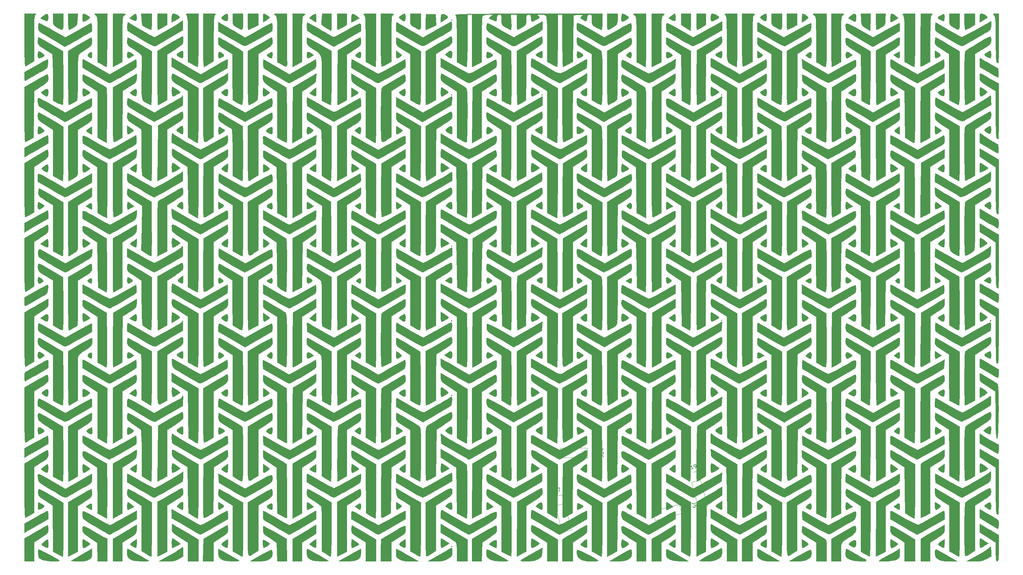
<source format=gbr>
G04 #@! TF.GenerationSoftware,KiCad,Pcbnew,(5.1.4)-1*
G04 #@! TF.CreationDate,2023-09-09T05:33:07-04:00*
G04 #@! TF.ProjectId,ThumbsUp,5468756d-6273-4557-902e-6b696361645f,rev?*
G04 #@! TF.SameCoordinates,Original*
G04 #@! TF.FileFunction,Legend,Top*
G04 #@! TF.FilePolarity,Positive*
%FSLAX46Y46*%
G04 Gerber Fmt 4.6, Leading zero omitted, Abs format (unit mm)*
G04 Created by KiCad (PCBNEW (5.1.4)-1) date 2023-09-09 05:33:07*
%MOMM*%
%LPD*%
G04 APERTURE LIST*
%ADD10C,0.120000*%
%ADD11C,0.010000*%
%ADD12C,0.150000*%
G04 APERTURE END LIST*
D10*
X191196705Y-466166094D02*
X191540935Y-467450775D01*
X191540935Y-467450775D02*
X190256253Y-467795004D01*
X189029528Y-468123705D02*
X181611217Y-470111435D01*
X180922759Y-467542072D02*
X181611217Y-470111435D01*
X188341069Y-465554342D02*
X180922759Y-467542072D01*
X188341069Y-465554342D02*
X189029528Y-468123705D01*
X154074700Y-463169942D02*
X155359381Y-462825712D01*
X155359381Y-462825712D02*
X155703610Y-464110394D01*
X156032311Y-465337119D02*
X158020041Y-472755430D01*
X155450678Y-473443888D02*
X158020041Y-472755430D01*
X153462948Y-466025578D02*
X155450678Y-473443888D01*
X153462948Y-466025578D02*
X156032311Y-465337119D01*
X165145921Y-451084972D02*
X165145921Y-452414972D01*
X165145921Y-452414972D02*
X163815921Y-452414972D01*
X162545921Y-452414972D02*
X154865921Y-452414972D01*
X154865921Y-449754972D02*
X154865921Y-452414972D01*
X162545921Y-449754972D02*
X154865921Y-449754972D01*
X162545921Y-449754972D02*
X162545921Y-452414972D01*
X192382196Y-456523222D02*
X193666877Y-456178992D01*
X193666877Y-456178992D02*
X194011106Y-457463674D01*
X194339807Y-458690399D02*
X196327537Y-466108710D01*
X193758174Y-466797168D02*
X196327537Y-466108710D01*
X191770444Y-459378858D02*
X193758174Y-466797168D01*
X191770444Y-459378858D02*
X194339807Y-458690399D01*
D11*
G36*
X124453158Y-329305789D02*
G01*
X124319474Y-329439473D01*
X124185790Y-329305789D01*
X124319474Y-329172105D01*
X124453158Y-329305789D01*
X124453158Y-329305789D01*
G37*
X124453158Y-329305789D02*
X124319474Y-329439473D01*
X124185790Y-329305789D01*
X124319474Y-329172105D01*
X124453158Y-329305789D01*
G36*
X262873010Y-327794160D02*
G01*
X262943611Y-328345187D01*
X262950000Y-328615087D01*
X262914119Y-329359296D01*
X262729119Y-329640217D01*
X262278965Y-329526416D01*
X261813684Y-329286545D01*
X261290354Y-328967648D01*
X261105105Y-328701070D01*
X261297414Y-328416546D01*
X261906762Y-328043812D01*
X262749474Y-327621035D01*
X262873010Y-327794160D01*
X262873010Y-327794160D01*
G37*
X262873010Y-327794160D02*
X262943611Y-328345187D01*
X262950000Y-328615087D01*
X262914119Y-329359296D01*
X262729119Y-329640217D01*
X262278965Y-329526416D01*
X261813684Y-329286545D01*
X261290354Y-328967648D01*
X261105105Y-328701070D01*
X261297414Y-328416546D01*
X261906762Y-328043812D01*
X262749474Y-327621035D01*
X262873010Y-327794160D01*
G36*
X212874434Y-327805226D02*
G01*
X212946824Y-328398068D01*
X212952105Y-328637368D01*
X212872098Y-329395429D01*
X212597598Y-329676844D01*
X212076884Y-329502841D01*
X211619258Y-329184446D01*
X211197852Y-328803629D01*
X211078484Y-328573510D01*
X211084521Y-328566997D01*
X211601870Y-328190723D01*
X212191543Y-327824509D01*
X212644800Y-327594008D01*
X212744228Y-327567895D01*
X212874434Y-327805226D01*
X212874434Y-327805226D01*
G37*
X212874434Y-327805226D02*
X212946824Y-328398068D01*
X212952105Y-328637368D01*
X212872098Y-329395429D01*
X212597598Y-329676844D01*
X212076884Y-329502841D01*
X211619258Y-329184446D01*
X211197852Y-328803629D01*
X211078484Y-328573510D01*
X211084521Y-328566997D01*
X211601870Y-328190723D01*
X212191543Y-327824509D01*
X212644800Y-327594008D01*
X212744228Y-327567895D01*
X212874434Y-327805226D01*
G36*
X198268829Y-327692603D02*
G01*
X198897115Y-327990034D01*
X199402476Y-328345144D01*
X199583684Y-328618598D01*
X199366444Y-328834767D01*
X198842963Y-329146722D01*
X198205599Y-329457011D01*
X197646711Y-329668180D01*
X197435666Y-329706842D01*
X197273913Y-329469623D01*
X197183951Y-328877028D01*
X197177369Y-328637368D01*
X197221404Y-327938940D01*
X197401484Y-327629966D01*
X197721512Y-327567895D01*
X198268829Y-327692603D01*
X198268829Y-327692603D01*
G37*
X198268829Y-327692603D02*
X198897115Y-327990034D01*
X199402476Y-328345144D01*
X199583684Y-328618598D01*
X199366444Y-328834767D01*
X198842963Y-329146722D01*
X198205599Y-329457011D01*
X197646711Y-329668180D01*
X197435666Y-329706842D01*
X197273913Y-329469623D01*
X197183951Y-328877028D01*
X197177369Y-328637368D01*
X197221404Y-327938940D01*
X197401484Y-327629966D01*
X197721512Y-327567895D01*
X198268829Y-327692603D01*
G36*
X187209801Y-327805675D02*
G01*
X187279636Y-328397952D01*
X187284737Y-328637368D01*
X187250735Y-329358192D01*
X187072259Y-329637381D01*
X186634603Y-329534862D01*
X186095366Y-329258747D01*
X185307048Y-328832062D01*
X186095366Y-328201306D01*
X186656862Y-327790573D01*
X187042152Y-327577503D01*
X187084211Y-327569223D01*
X187209801Y-327805675D01*
X187209801Y-327805675D01*
G37*
X187209801Y-327805675D02*
X187279636Y-328397952D01*
X187284737Y-328637368D01*
X187250735Y-329358192D01*
X187072259Y-329637381D01*
X186634603Y-329534862D01*
X186095366Y-329258747D01*
X185307048Y-328832062D01*
X186095366Y-328201306D01*
X186656862Y-327790573D01*
X187042152Y-327577503D01*
X187084211Y-327569223D01*
X187209801Y-327805675D01*
G36*
X111274434Y-327805226D02*
G01*
X111346824Y-328398068D01*
X111352105Y-328637368D01*
X111272098Y-329395429D01*
X110997598Y-329676844D01*
X110476884Y-329502841D01*
X110019258Y-329184446D01*
X109597852Y-328803629D01*
X109478484Y-328573510D01*
X109484521Y-328566997D01*
X110001870Y-328190723D01*
X110591543Y-327824509D01*
X111044800Y-327594008D01*
X111144228Y-327567895D01*
X111274434Y-327805226D01*
X111274434Y-327805226D01*
G37*
X111274434Y-327805226D02*
X111346824Y-328398068D01*
X111352105Y-328637368D01*
X111272098Y-329395429D01*
X110997598Y-329676844D01*
X110476884Y-329502841D01*
X110019258Y-329184446D01*
X109597852Y-328803629D01*
X109478484Y-328573510D01*
X109484521Y-328566997D01*
X110001870Y-328190723D01*
X110591543Y-327824509D01*
X111044800Y-327594008D01*
X111144228Y-327567895D01*
X111274434Y-327805226D01*
G36*
X61344161Y-328078609D02*
G01*
X61354211Y-328637368D01*
X61290843Y-329365672D01*
X61036267Y-329645812D01*
X60493770Y-329531543D01*
X60084211Y-329343244D01*
X59578309Y-328969867D01*
X59584133Y-328575544D01*
X60107056Y-328119823D01*
X60259148Y-328026594D01*
X60915204Y-327670684D01*
X61237377Y-327665992D01*
X61344161Y-328078609D01*
X61344161Y-328078609D01*
G37*
X61344161Y-328078609D02*
X61354211Y-328637368D01*
X61290843Y-329365672D01*
X61036267Y-329645812D01*
X60493770Y-329531543D01*
X60084211Y-329343244D01*
X59578309Y-328969867D01*
X59584133Y-328575544D01*
X60107056Y-328119823D01*
X60259148Y-328026594D01*
X60915204Y-327670684D01*
X61237377Y-327665992D01*
X61344161Y-328078609D01*
G36*
X35656697Y-328041043D02*
G01*
X35686842Y-328637368D01*
X35652799Y-329358368D01*
X35474184Y-329637462D01*
X35036270Y-329534685D01*
X34498431Y-329259250D01*
X33711073Y-328833068D01*
X34446499Y-328200481D01*
X35104344Y-327705800D01*
X35485661Y-327644876D01*
X35656697Y-328041043D01*
X35656697Y-328041043D01*
G37*
X35656697Y-328041043D02*
X35686842Y-328637368D01*
X35652799Y-329358368D01*
X35474184Y-329637462D01*
X35036270Y-329534685D01*
X34498431Y-329259250D01*
X33711073Y-328833068D01*
X34446499Y-328200481D01*
X35104344Y-327705800D01*
X35485661Y-327644876D01*
X35656697Y-328041043D01*
G36*
X10774625Y-328002245D02*
G01*
X10821579Y-328637368D01*
X10764204Y-329347636D01*
X10529756Y-329639215D01*
X10024749Y-329551773D01*
X9384833Y-329246992D01*
X8616507Y-328843865D01*
X9384833Y-328215495D01*
X10110371Y-327705130D01*
X10556014Y-327628872D01*
X10774625Y-328002245D01*
X10774625Y-328002245D01*
G37*
X10774625Y-328002245D02*
X10821579Y-328637368D01*
X10764204Y-329347636D01*
X10529756Y-329639215D01*
X10024749Y-329551773D01*
X9384833Y-329246992D01*
X8616507Y-328843865D01*
X9384833Y-328215495D01*
X10110371Y-327705130D01*
X10556014Y-327628872D01*
X10774625Y-328002245D01*
G36*
X273936529Y-327699176D02*
G01*
X274453440Y-328009745D01*
X274859885Y-328374693D01*
X274995405Y-328669109D01*
X274957659Y-328726261D01*
X274680790Y-328904735D01*
X274114085Y-329252484D01*
X273845263Y-329414850D01*
X272842632Y-330017823D01*
X272842632Y-328792859D01*
X272870984Y-328040229D01*
X273004143Y-327680372D01*
X273314260Y-327572320D01*
X273469614Y-327567895D01*
X273936529Y-327699176D01*
X273936529Y-327699176D01*
G37*
X273936529Y-327699176D02*
X274453440Y-328009745D01*
X274859885Y-328374693D01*
X274995405Y-328669109D01*
X274957659Y-328726261D01*
X274680790Y-328904735D01*
X274114085Y-329252484D01*
X273845263Y-329414850D01*
X272842632Y-330017823D01*
X272842632Y-328792859D01*
X272870984Y-328040229D01*
X273004143Y-327680372D01*
X273314260Y-327572320D01*
X273469614Y-327567895D01*
X273936529Y-327699176D01*
G36*
X248556369Y-327708008D02*
G01*
X249203016Y-328187840D01*
X249923746Y-328807785D01*
X248935274Y-329390998D01*
X248303663Y-329748863D01*
X247891843Y-329954680D01*
X247828401Y-329974210D01*
X247757761Y-329735019D01*
X247715411Y-329129901D01*
X247710000Y-328771052D01*
X247791249Y-327934838D01*
X248060580Y-327585487D01*
X248556369Y-327708008D01*
X248556369Y-327708008D01*
G37*
X248556369Y-327708008D02*
X249203016Y-328187840D01*
X249923746Y-328807785D01*
X248935274Y-329390998D01*
X248303663Y-329748863D01*
X247891843Y-329954680D01*
X247828401Y-329974210D01*
X247757761Y-329735019D01*
X247715411Y-329129901D01*
X247710000Y-328771052D01*
X247791249Y-327934838D01*
X248060580Y-327585487D01*
X248556369Y-327708008D01*
G36*
X238039551Y-328005648D02*
G01*
X238084737Y-328621589D01*
X238038605Y-329317500D01*
X237923878Y-329743135D01*
X237884211Y-329785856D01*
X237548529Y-329731517D01*
X236961363Y-329459589D01*
X236775624Y-329353127D01*
X235867564Y-328809827D01*
X236641940Y-328190189D01*
X237372209Y-327690400D01*
X237820613Y-327623664D01*
X238039551Y-328005648D01*
X238039551Y-328005648D01*
G37*
X238039551Y-328005648D02*
X238084737Y-328621589D01*
X238038605Y-329317500D01*
X237923878Y-329743135D01*
X237884211Y-329785856D01*
X237548529Y-329731517D01*
X236961363Y-329459589D01*
X236775624Y-329353127D01*
X235867564Y-328809827D01*
X236641940Y-328190189D01*
X237372209Y-327690400D01*
X237820613Y-327623664D01*
X238039551Y-328005648D01*
G36*
X223394805Y-327702967D02*
G01*
X223925715Y-328019965D01*
X224406361Y-328386561D01*
X224646366Y-328670424D01*
X224647466Y-328710235D01*
X224391824Y-328985623D01*
X223853190Y-329385801D01*
X223709115Y-329479437D01*
X222844737Y-330026722D01*
X222844737Y-328797308D01*
X222875759Y-328070491D01*
X222954415Y-327629280D01*
X223004010Y-327567895D01*
X223394805Y-327702967D01*
X223394805Y-327702967D01*
G37*
X223394805Y-327702967D02*
X223925715Y-328019965D01*
X224406361Y-328386561D01*
X224646366Y-328670424D01*
X224647466Y-328710235D01*
X224391824Y-328985623D01*
X223853190Y-329385801D01*
X223709115Y-329479437D01*
X222844737Y-330026722D01*
X222844737Y-328797308D01*
X222875759Y-328070491D01*
X222954415Y-327629280D01*
X223004010Y-327567895D01*
X223394805Y-327702967D01*
G36*
X172760717Y-327694023D02*
G01*
X173341477Y-327992483D01*
X173878914Y-328343392D01*
X174171973Y-328626864D01*
X174183684Y-328668605D01*
X173975824Y-328923143D01*
X173480220Y-329264095D01*
X172888835Y-329584471D01*
X172393634Y-329777282D01*
X172200776Y-329773758D01*
X172072306Y-329400076D01*
X172041847Y-328784026D01*
X172096245Y-328137524D01*
X172222346Y-327672487D01*
X172337695Y-327567895D01*
X172760717Y-327694023D01*
X172760717Y-327694023D01*
G37*
X172760717Y-327694023D02*
X173341477Y-327992483D01*
X173878914Y-328343392D01*
X174171973Y-328626864D01*
X174183684Y-328668605D01*
X173975824Y-328923143D01*
X173480220Y-329264095D01*
X172888835Y-329584471D01*
X172393634Y-329777282D01*
X172200776Y-329773758D01*
X172072306Y-329400076D01*
X172041847Y-328784026D01*
X172096245Y-328137524D01*
X172222346Y-327672487D01*
X172337695Y-327567895D01*
X172760717Y-327694023D01*
G36*
X122146329Y-327738962D02*
G01*
X122493909Y-327886996D01*
X123104844Y-328267333D01*
X123230762Y-328625770D01*
X122863132Y-329032359D01*
X122311972Y-329380615D01*
X121244737Y-329990177D01*
X121244737Y-328928499D01*
X121326535Y-328078639D01*
X121608687Y-327697450D01*
X122146329Y-327738962D01*
X122146329Y-327738962D01*
G37*
X122146329Y-327738962D02*
X122493909Y-327886996D01*
X123104844Y-328267333D01*
X123230762Y-328625770D01*
X122863132Y-329032359D01*
X122311972Y-329380615D01*
X121244737Y-329990177D01*
X121244737Y-328928499D01*
X121326535Y-328078639D01*
X121608687Y-327697450D01*
X122146329Y-327738962D01*
G36*
X96884023Y-327719762D02*
G01*
X97571779Y-328203646D01*
X98363032Y-328836741D01*
X97237569Y-329410910D01*
X96112105Y-329985078D01*
X96112105Y-328776486D01*
X96178212Y-327954863D01*
X96415855Y-327610338D01*
X96884023Y-327719762D01*
X96884023Y-327719762D01*
G37*
X96884023Y-327719762D02*
X97571779Y-328203646D01*
X98363032Y-328836741D01*
X97237569Y-329410910D01*
X96112105Y-329985078D01*
X96112105Y-328776486D01*
X96178212Y-327954863D01*
X96415855Y-327610338D01*
X96884023Y-327719762D01*
G36*
X86186816Y-328075870D02*
G01*
X86219474Y-328771052D01*
X86206234Y-329483315D01*
X86172727Y-329902832D01*
X86152632Y-329952060D01*
X85905569Y-329811720D01*
X85371687Y-329489050D01*
X85178043Y-329370052D01*
X84270297Y-328810194D01*
X84992426Y-328189044D01*
X85641595Y-327702213D01*
X86017231Y-327653820D01*
X86186816Y-328075870D01*
X86186816Y-328075870D01*
G37*
X86186816Y-328075870D02*
X86219474Y-328771052D01*
X86206234Y-329483315D01*
X86172727Y-329902832D01*
X86152632Y-329952060D01*
X85905569Y-329811720D01*
X85371687Y-329489050D01*
X85178043Y-329370052D01*
X84270297Y-328810194D01*
X84992426Y-328189044D01*
X85641595Y-327702213D01*
X86017231Y-327653820D01*
X86186816Y-328075870D01*
G36*
X71767625Y-327699269D02*
G01*
X72306051Y-328006850D01*
X72819451Y-328360823D01*
X73105878Y-328631373D01*
X73118421Y-328668605D01*
X72910015Y-328906567D01*
X72389649Y-329277353D01*
X72182632Y-329404047D01*
X71246842Y-329956176D01*
X71246842Y-328762035D01*
X71278725Y-328047395D01*
X71359323Y-327620799D01*
X71406116Y-327567895D01*
X71767625Y-327699269D01*
X71767625Y-327699269D01*
G37*
X71767625Y-327699269D02*
X72306051Y-328006850D01*
X72819451Y-328360823D01*
X73105878Y-328631373D01*
X73118421Y-328668605D01*
X72910015Y-328906567D01*
X72389649Y-329277353D01*
X72182632Y-329404047D01*
X71246842Y-329956176D01*
X71246842Y-328762035D01*
X71278725Y-328047395D01*
X71359323Y-327620799D01*
X71406116Y-327567895D01*
X71767625Y-327699269D01*
G36*
X46753303Y-327729271D02*
G01*
X47339332Y-328072140D01*
X47703953Y-328417080D01*
X47742084Y-328705276D01*
X47402234Y-329021946D01*
X46632911Y-329452306D01*
X46448421Y-329546608D01*
X45579474Y-329987942D01*
X45579474Y-328777918D01*
X45612339Y-328026192D01*
X45753476Y-327669324D01*
X46066696Y-327569289D01*
X46138881Y-327567895D01*
X46753303Y-327729271D01*
X46753303Y-327729271D01*
G37*
X46753303Y-327729271D02*
X47339332Y-328072140D01*
X47703953Y-328417080D01*
X47742084Y-328705276D01*
X47402234Y-329021946D01*
X46632911Y-329452306D01*
X46448421Y-329546608D01*
X45579474Y-329987942D01*
X45579474Y-328777918D01*
X45612339Y-328026192D01*
X45753476Y-327669324D01*
X46066696Y-327569289D01*
X46138881Y-327567895D01*
X46753303Y-327729271D01*
G36*
X21162823Y-327694023D02*
G01*
X21743582Y-327992483D01*
X22281020Y-328343392D01*
X22574078Y-328626864D01*
X22585790Y-328668605D01*
X22377929Y-328923143D01*
X21882325Y-329264095D01*
X21290940Y-329584471D01*
X20795740Y-329777282D01*
X20602881Y-329773758D01*
X20474411Y-329400076D01*
X20443952Y-328784026D01*
X20498350Y-328137524D01*
X20624451Y-327672487D01*
X20739800Y-327567895D01*
X21162823Y-327694023D01*
X21162823Y-327694023D01*
G37*
X21162823Y-327694023D02*
X21743582Y-327992483D01*
X22281020Y-328343392D01*
X22574078Y-328626864D01*
X22585790Y-328668605D01*
X22377929Y-328923143D01*
X21882325Y-329264095D01*
X21290940Y-329584471D01*
X20795740Y-329777282D01*
X20602881Y-329773758D01*
X20474411Y-329400076D01*
X20443952Y-328784026D01*
X20498350Y-328137524D01*
X20624451Y-327672487D01*
X20739800Y-327567895D01*
X21162823Y-327694023D01*
G36*
X271505790Y-330730598D02*
G01*
X270268956Y-331421878D01*
X269529792Y-331812055D01*
X268976073Y-332062718D01*
X268798429Y-332113158D01*
X268692827Y-331866314D01*
X268612060Y-331207603D01*
X268568750Y-330259753D01*
X268564737Y-329840526D01*
X268564737Y-327567895D01*
X271505790Y-327567895D01*
X271505790Y-330730598D01*
X271505790Y-330730598D01*
G37*
X271505790Y-330730598D02*
X270268956Y-331421878D01*
X269529792Y-331812055D01*
X268976073Y-332062718D01*
X268798429Y-332113158D01*
X268692827Y-331866314D01*
X268612060Y-331207603D01*
X268568750Y-330259753D01*
X268564737Y-329840526D01*
X268564737Y-327567895D01*
X271505790Y-327567895D01*
X271505790Y-330730598D01*
G36*
X267227895Y-329840526D02*
G01*
X267213111Y-331023972D01*
X267123720Y-331731028D01*
X266892165Y-332019994D01*
X266450887Y-331949172D01*
X265732328Y-331576862D01*
X265423158Y-331397960D01*
X264791060Y-331008291D01*
X264451710Y-330661299D01*
X264314042Y-330176996D01*
X264286992Y-329375396D01*
X264286842Y-329152073D01*
X264286842Y-327567895D01*
X267227895Y-327567895D01*
X267227895Y-329840526D01*
X267227895Y-329840526D01*
G37*
X267227895Y-329840526D02*
X267213111Y-331023972D01*
X267123720Y-331731028D01*
X266892165Y-332019994D01*
X266450887Y-331949172D01*
X265732328Y-331576862D01*
X265423158Y-331397960D01*
X264791060Y-331008291D01*
X264451710Y-330661299D01*
X264314042Y-330176996D01*
X264286992Y-329375396D01*
X264286842Y-329152073D01*
X264286842Y-327567895D01*
X267227895Y-327567895D01*
X267227895Y-329840526D01*
G36*
X246319074Y-329199512D02*
G01*
X246258648Y-330107384D01*
X246126433Y-330655859D01*
X245828315Y-331019809D01*
X245270179Y-331374109D01*
X245095981Y-331472144D01*
X244409051Y-331843980D01*
X243936260Y-332075294D01*
X243825981Y-332113158D01*
X243768810Y-331866270D01*
X243725086Y-331207451D01*
X243701643Y-330259462D01*
X243699474Y-329840526D01*
X243699474Y-327567895D01*
X246398674Y-327567895D01*
X246319074Y-329199512D01*
X246319074Y-329199512D01*
G37*
X246319074Y-329199512D02*
X246258648Y-330107384D01*
X246126433Y-330655859D01*
X245828315Y-331019809D01*
X245270179Y-331374109D01*
X245095981Y-331472144D01*
X244409051Y-331843980D01*
X243936260Y-332075294D01*
X243825981Y-332113158D01*
X243768810Y-331866270D01*
X243725086Y-331207451D01*
X243701643Y-330259462D01*
X243699474Y-329840526D01*
X243699474Y-327567895D01*
X246398674Y-327567895D01*
X246319074Y-329199512D01*
G36*
X221507895Y-330767307D02*
G01*
X220179941Y-331440233D01*
X219426700Y-331809965D01*
X218883507Y-332054384D01*
X218709415Y-332113158D01*
X218644983Y-331866275D01*
X218595707Y-331207468D01*
X218569288Y-330259495D01*
X218566842Y-329840526D01*
X218566842Y-327567895D01*
X221507895Y-327567895D01*
X221507895Y-330767307D01*
X221507895Y-330767307D01*
G37*
X221507895Y-330767307D02*
X220179941Y-331440233D01*
X219426700Y-331809965D01*
X218883507Y-332054384D01*
X218709415Y-332113158D01*
X218644983Y-331866275D01*
X218595707Y-331207468D01*
X218569288Y-330259495D01*
X218566842Y-329840526D01*
X218566842Y-327567895D01*
X221507895Y-327567895D01*
X221507895Y-330767307D01*
G36*
X217230000Y-329840526D02*
G01*
X217215216Y-331023972D01*
X217125825Y-331731028D01*
X216894270Y-332019994D01*
X216452992Y-331949172D01*
X215734433Y-331576862D01*
X215425263Y-331397960D01*
X214793165Y-331008291D01*
X214453815Y-330661299D01*
X214316148Y-330176996D01*
X214289097Y-329375396D01*
X214288947Y-329152073D01*
X214288947Y-327567895D01*
X217230000Y-327567895D01*
X217230000Y-329840526D01*
X217230000Y-329840526D01*
G37*
X217230000Y-329840526D02*
X217215216Y-331023972D01*
X217125825Y-331731028D01*
X216894270Y-332019994D01*
X216452992Y-331949172D01*
X215734433Y-331576862D01*
X215425263Y-331397960D01*
X214793165Y-331008291D01*
X214453815Y-330661299D01*
X214316148Y-330176996D01*
X214289097Y-329375396D01*
X214288947Y-329152073D01*
X214288947Y-327567895D01*
X217230000Y-327567895D01*
X217230000Y-329840526D01*
G36*
X195840526Y-330725504D02*
G01*
X194656600Y-331419331D01*
X193954874Y-331814506D01*
X193455991Y-332065783D01*
X193319758Y-332113158D01*
X193250653Y-331866279D01*
X193197802Y-331207480D01*
X193169465Y-330259518D01*
X193166842Y-329840526D01*
X193166842Y-327567895D01*
X195840526Y-327567895D01*
X195840526Y-330725504D01*
X195840526Y-330725504D01*
G37*
X195840526Y-330725504D02*
X194656600Y-331419331D01*
X193954874Y-331814506D01*
X193455991Y-332065783D01*
X193319758Y-332113158D01*
X193250653Y-331866279D01*
X193197802Y-331207480D01*
X193169465Y-330259518D01*
X193166842Y-329840526D01*
X193166842Y-327567895D01*
X195840526Y-327567895D01*
X195840526Y-330725504D01*
G36*
X170975263Y-328996982D02*
G01*
X170903091Y-330026703D01*
X170666309Y-330658301D01*
X170507369Y-330836319D01*
X170015687Y-331189619D01*
X169340326Y-331591438D01*
X168678362Y-331933602D01*
X168226874Y-332107935D01*
X168181172Y-332113158D01*
X168114757Y-331866277D01*
X168063964Y-331207473D01*
X168036731Y-330259504D01*
X168034211Y-329840526D01*
X168034211Y-327567895D01*
X170975263Y-327567895D01*
X170975263Y-328996982D01*
X170975263Y-328996982D01*
G37*
X170975263Y-328996982D02*
X170903091Y-330026703D01*
X170666309Y-330658301D01*
X170507369Y-330836319D01*
X170015687Y-331189619D01*
X169340326Y-331591438D01*
X168678362Y-331933602D01*
X168226874Y-332107935D01*
X168181172Y-332113158D01*
X168114757Y-331866277D01*
X168063964Y-331207473D01*
X168036731Y-330259504D01*
X168034211Y-329840526D01*
X168034211Y-327567895D01*
X170975263Y-327567895D01*
X170975263Y-328996982D01*
G36*
X119854064Y-329227850D02*
G01*
X119933918Y-330754120D01*
X118592953Y-331433639D01*
X117833670Y-331805630D01*
X117281601Y-332052447D01*
X117098602Y-332113158D01*
X117037053Y-331866862D01*
X117006829Y-331210900D01*
X117012200Y-330269655D01*
X117022871Y-329907368D01*
X117100526Y-327701579D01*
X119774211Y-327701579D01*
X119854064Y-329227850D01*
X119854064Y-329227850D01*
G37*
X119854064Y-329227850D02*
X119933918Y-330754120D01*
X118592953Y-331433639D01*
X117833670Y-331805630D01*
X117281601Y-332052447D01*
X117098602Y-332113158D01*
X117037053Y-331866862D01*
X117006829Y-331210900D01*
X117012200Y-330269655D01*
X117022871Y-329907368D01*
X117100526Y-327701579D01*
X119774211Y-327701579D01*
X119854064Y-329227850D01*
G36*
X115630000Y-329840526D02*
G01*
X115615216Y-331023972D01*
X115525825Y-331731028D01*
X115294270Y-332019994D01*
X114852992Y-331949172D01*
X114134433Y-331576862D01*
X113825263Y-331397960D01*
X113193165Y-331008291D01*
X112853815Y-330661299D01*
X112716148Y-330176996D01*
X112689097Y-329375396D01*
X112688947Y-329152073D01*
X112688947Y-327567895D01*
X115630000Y-327567895D01*
X115630000Y-329840526D01*
X115630000Y-329840526D01*
G37*
X115630000Y-329840526D02*
X115615216Y-331023972D01*
X115525825Y-331731028D01*
X115294270Y-332019994D01*
X114852992Y-331949172D01*
X114134433Y-331576862D01*
X113825263Y-331397960D01*
X113193165Y-331008291D01*
X112853815Y-330661299D01*
X112716148Y-330176996D01*
X112689097Y-329375396D01*
X112688947Y-329152073D01*
X112688947Y-327567895D01*
X115630000Y-327567895D01*
X115630000Y-329840526D01*
G36*
X94775263Y-330725504D02*
G01*
X93591337Y-331419331D01*
X92889611Y-331814506D01*
X92390728Y-332065783D01*
X92254495Y-332113158D01*
X92185390Y-331866279D01*
X92132539Y-331207480D01*
X92104202Y-330259518D01*
X92101579Y-329840526D01*
X92101579Y-327567895D01*
X94775263Y-327567895D01*
X94775263Y-330725504D01*
X94775263Y-330725504D01*
G37*
X94775263Y-330725504D02*
X93591337Y-331419331D01*
X92889611Y-331814506D01*
X92390728Y-332065783D01*
X92254495Y-332113158D01*
X92185390Y-331866279D01*
X92132539Y-331207480D01*
X92104202Y-330259518D01*
X92101579Y-329840526D01*
X92101579Y-327567895D01*
X94775263Y-327567895D01*
X94775263Y-330725504D01*
G36*
X69910000Y-330767307D02*
G01*
X68582046Y-331440233D01*
X67828806Y-331809965D01*
X67285612Y-332054384D01*
X67111520Y-332113158D01*
X67047089Y-331866275D01*
X66997812Y-331207468D01*
X66971393Y-330259495D01*
X66968947Y-329840526D01*
X66968947Y-327567895D01*
X69910000Y-327567895D01*
X69910000Y-330767307D01*
X69910000Y-330767307D01*
G37*
X69910000Y-330767307D02*
X68582046Y-331440233D01*
X67828806Y-331809965D01*
X67285612Y-332054384D01*
X67111520Y-332113158D01*
X67047089Y-331866275D01*
X66997812Y-331207468D01*
X66971393Y-330259495D01*
X66968947Y-329840526D01*
X66968947Y-327567895D01*
X69910000Y-327567895D01*
X69910000Y-330767307D01*
G36*
X65632105Y-329840526D02*
G01*
X65617321Y-331023972D01*
X65527931Y-331731028D01*
X65296375Y-332019994D01*
X64855097Y-331949172D01*
X64136538Y-331576862D01*
X63827369Y-331397960D01*
X63195270Y-331008291D01*
X62855920Y-330661299D01*
X62718253Y-330176996D01*
X62691203Y-329375396D01*
X62691053Y-329152073D01*
X62691053Y-327567895D01*
X65632105Y-327567895D01*
X65632105Y-329840526D01*
X65632105Y-329840526D01*
G37*
X65632105Y-329840526D02*
X65617321Y-331023972D01*
X65527931Y-331731028D01*
X65296375Y-332019994D01*
X64855097Y-331949172D01*
X64136538Y-331576862D01*
X63827369Y-331397960D01*
X63195270Y-331008291D01*
X62855920Y-330661299D01*
X62718253Y-330176996D01*
X62691203Y-329375396D01*
X62691053Y-329152073D01*
X62691053Y-327567895D01*
X65632105Y-327567895D01*
X65632105Y-329840526D01*
G36*
X44242632Y-330730598D02*
G01*
X43005798Y-331421878D01*
X42295963Y-331808962D01*
X41802794Y-332059825D01*
X41668956Y-332113158D01*
X41623759Y-331866263D01*
X41589194Y-331207427D01*
X41570662Y-330259417D01*
X41568947Y-329840526D01*
X41568947Y-327567895D01*
X44242632Y-327567895D01*
X44242632Y-330730598D01*
X44242632Y-330730598D01*
G37*
X44242632Y-330730598D02*
X43005798Y-331421878D01*
X42295963Y-331808962D01*
X41802794Y-332059825D01*
X41668956Y-332113158D01*
X41623759Y-331866263D01*
X41589194Y-331207427D01*
X41570662Y-330259417D01*
X41568947Y-329840526D01*
X41568947Y-327567895D01*
X44242632Y-327567895D01*
X44242632Y-330730598D01*
G36*
X39964737Y-329840526D02*
G01*
X39942979Y-330865714D01*
X39884914Y-331647562D01*
X39801352Y-332064177D01*
X39764211Y-332101341D01*
X39423725Y-331980133D01*
X38799740Y-331688356D01*
X38494211Y-331533047D01*
X37829700Y-331179789D01*
X37397198Y-330935830D01*
X37324283Y-330887392D01*
X37254757Y-330594638D01*
X37175637Y-329924132D01*
X37115733Y-329183055D01*
X37007637Y-327567895D01*
X39964737Y-327567895D01*
X39964737Y-329840526D01*
X39964737Y-329840526D01*
G37*
X39964737Y-329840526D02*
X39942979Y-330865714D01*
X39884914Y-331647562D01*
X39801352Y-332064177D01*
X39764211Y-332101341D01*
X39423725Y-331980133D01*
X38799740Y-331688356D01*
X38494211Y-331533047D01*
X37829700Y-331179789D01*
X37397198Y-330935830D01*
X37324283Y-330887392D01*
X37254757Y-330594638D01*
X37175637Y-329924132D01*
X37115733Y-329183055D01*
X37007637Y-327567895D01*
X39964737Y-327567895D01*
X39964737Y-329840526D01*
G36*
X19055916Y-329231682D02*
G01*
X18995637Y-330151968D01*
X18868211Y-330708108D01*
X18587391Y-331070350D01*
X18066929Y-331408944D01*
X17906842Y-331499916D01*
X17225311Y-331863206D01*
X16741695Y-332081206D01*
X16636842Y-332108759D01*
X16546242Y-331863988D01*
X16476943Y-331207009D01*
X16439769Y-330260247D01*
X16436316Y-329840526D01*
X16436316Y-327567895D01*
X19135516Y-327567895D01*
X19055916Y-329231682D01*
X19055916Y-329231682D01*
G37*
X19055916Y-329231682D02*
X18995637Y-330151968D01*
X18868211Y-330708108D01*
X18587391Y-331070350D01*
X18066929Y-331408944D01*
X17906842Y-331499916D01*
X17225311Y-331863206D01*
X16741695Y-332081206D01*
X16636842Y-332108759D01*
X16546242Y-331863988D01*
X16476943Y-331207009D01*
X16439769Y-330260247D01*
X16436316Y-329840526D01*
X16436316Y-327567895D01*
X19135516Y-327567895D01*
X19055916Y-329231682D01*
G36*
X15099474Y-329840526D02*
G01*
X15082228Y-331035614D01*
X14987484Y-331752832D01*
X14750730Y-332048893D01*
X14307458Y-331980506D01*
X13593155Y-331604381D01*
X13294737Y-331427053D01*
X12663217Y-331026619D01*
X12323837Y-330672824D01*
X12185867Y-330184413D01*
X12158581Y-329380133D01*
X12158421Y-329156951D01*
X12158421Y-327567895D01*
X15099474Y-327567895D01*
X15099474Y-329840526D01*
X15099474Y-329840526D01*
G37*
X15099474Y-329840526D02*
X15082228Y-331035614D01*
X14987484Y-331752832D01*
X14750730Y-332048893D01*
X14307458Y-331980506D01*
X13593155Y-331604381D01*
X13294737Y-331427053D01*
X12663217Y-331026619D01*
X12323837Y-330672824D01*
X12185867Y-330184413D01*
X12158581Y-329380133D01*
X12158421Y-329156951D01*
X12158421Y-327567895D01*
X15099474Y-327567895D01*
X15099474Y-329840526D01*
G36*
X242095263Y-329974210D02*
G01*
X242088402Y-331030876D01*
X242070020Y-331846353D01*
X242043423Y-332302712D01*
X242028421Y-332359510D01*
X241782507Y-332221160D01*
X241223320Y-331888707D01*
X240758421Y-331607901D01*
X240098737Y-331185906D01*
X239731835Y-330818404D01*
X239561337Y-330326181D01*
X239490866Y-329530020D01*
X239475663Y-329222602D01*
X239396063Y-327567895D01*
X242095263Y-327567895D01*
X242095263Y-329974210D01*
X242095263Y-329974210D01*
G37*
X242095263Y-329974210D02*
X242088402Y-331030876D01*
X242070020Y-331846353D01*
X242043423Y-332302712D01*
X242028421Y-332359510D01*
X241782507Y-332221160D01*
X241223320Y-331888707D01*
X240758421Y-331607901D01*
X240098737Y-331185906D01*
X239731835Y-330818404D01*
X239561337Y-330326181D01*
X239490866Y-329530020D01*
X239475663Y-329222602D01*
X239396063Y-327567895D01*
X242095263Y-327567895D01*
X242095263Y-329974210D01*
G36*
X191562632Y-329974210D02*
G01*
X191555769Y-331031230D01*
X191537383Y-331847410D01*
X191510781Y-332304663D01*
X191495790Y-332361922D01*
X191252955Y-332220766D01*
X190695628Y-331875666D01*
X190158947Y-331537209D01*
X188888947Y-330731101D01*
X188888947Y-327567895D01*
X191562632Y-327567895D01*
X191562632Y-329974210D01*
X191562632Y-329974210D01*
G37*
X191562632Y-329974210D02*
X191555769Y-331031230D01*
X191537383Y-331847410D01*
X191510781Y-332304663D01*
X191495790Y-332361922D01*
X191252955Y-332220766D01*
X190695628Y-331875666D01*
X190158947Y-331537209D01*
X188888947Y-330731101D01*
X188888947Y-327567895D01*
X191562632Y-327567895D01*
X191562632Y-329974210D01*
G36*
X90497369Y-329974210D02*
G01*
X90490513Y-331029290D01*
X90472148Y-331841618D01*
X90445572Y-332293974D01*
X90430526Y-332348691D01*
X90179857Y-332212423D01*
X89605841Y-331895592D01*
X89096920Y-331613428D01*
X88370289Y-331173360D01*
X87864599Y-330798640D01*
X87726304Y-330640097D01*
X87691302Y-330236860D01*
X87715120Y-329499639D01*
X87757086Y-328969044D01*
X87891718Y-327567895D01*
X90497369Y-327567895D01*
X90497369Y-329974210D01*
X90497369Y-329974210D01*
G37*
X90497369Y-329974210D02*
X90490513Y-331029290D01*
X90472148Y-331841618D01*
X90445572Y-332293974D01*
X90430526Y-332348691D01*
X90179857Y-332212423D01*
X89605841Y-331895592D01*
X89096920Y-331613428D01*
X88370289Y-331173360D01*
X87864599Y-330798640D01*
X87726304Y-330640097D01*
X87691302Y-330236860D01*
X87715120Y-329499639D01*
X87757086Y-328969044D01*
X87891718Y-327567895D01*
X90497369Y-327567895D01*
X90497369Y-329974210D01*
G36*
X276051053Y-330865235D02*
G01*
X276029327Y-331521613D01*
X275895517Y-331964197D01*
X275546674Y-332336154D01*
X274879848Y-332780650D01*
X274513684Y-333003180D01*
X272655163Y-334110393D01*
X271022493Y-335052095D01*
X269665160Y-335801391D01*
X268632648Y-336331389D01*
X267974442Y-336615196D01*
X267791107Y-336656618D01*
X267416595Y-336524073D01*
X266681351Y-336161206D01*
X265679949Y-335618119D01*
X264506967Y-334944913D01*
X264063242Y-334681754D01*
X262863377Y-333956978D01*
X261820735Y-333313991D01*
X261025551Y-332809434D01*
X260568056Y-332499946D01*
X260503462Y-332447251D01*
X260356627Y-332033064D01*
X260314484Y-331325717D01*
X260326010Y-331103282D01*
X260410000Y-330020755D01*
X263885790Y-332025927D01*
X265122141Y-332736464D01*
X266202674Y-333352358D01*
X267038816Y-333823515D01*
X267541996Y-334099840D01*
X267637672Y-334147905D01*
X267975098Y-334064945D01*
X268711155Y-333736543D01*
X269786736Y-333193704D01*
X271142738Y-332467433D01*
X272720056Y-331588736D01*
X274459586Y-330588617D01*
X274781053Y-330400622D01*
X276051053Y-329656030D01*
X276051053Y-330865235D01*
X276051053Y-330865235D01*
G37*
X276051053Y-330865235D02*
X276029327Y-331521613D01*
X275895517Y-331964197D01*
X275546674Y-332336154D01*
X274879848Y-332780650D01*
X274513684Y-333003180D01*
X272655163Y-334110393D01*
X271022493Y-335052095D01*
X269665160Y-335801391D01*
X268632648Y-336331389D01*
X267974442Y-336615196D01*
X267791107Y-336656618D01*
X267416595Y-336524073D01*
X266681351Y-336161206D01*
X265679949Y-335618119D01*
X264506967Y-334944913D01*
X264063242Y-334681754D01*
X262863377Y-333956978D01*
X261820735Y-333313991D01*
X261025551Y-332809434D01*
X260568056Y-332499946D01*
X260503462Y-332447251D01*
X260356627Y-332033064D01*
X260314484Y-331325717D01*
X260326010Y-331103282D01*
X260410000Y-330020755D01*
X263885790Y-332025927D01*
X265122141Y-332736464D01*
X266202674Y-333352358D01*
X267038816Y-333823515D01*
X267541996Y-334099840D01*
X267637672Y-334147905D01*
X267975098Y-334064945D01*
X268711155Y-333736543D01*
X269786736Y-333193704D01*
X271142738Y-332467433D01*
X272720056Y-331588736D01*
X274459586Y-330588617D01*
X274781053Y-330400622D01*
X276051053Y-329656030D01*
X276051053Y-330865235D01*
G36*
X200374064Y-330999415D02*
G01*
X200362339Y-332246842D01*
X196527898Y-334452631D01*
X195211489Y-335192021D01*
X194027742Y-335823525D01*
X193065662Y-336302245D01*
X192414254Y-336583276D01*
X192194886Y-336638577D01*
X191798437Y-336499554D01*
X191040053Y-336130027D01*
X190013481Y-335579306D01*
X188812468Y-334896704D01*
X188220526Y-334548003D01*
X184744737Y-332477272D01*
X184662522Y-331359426D01*
X184673969Y-330574785D01*
X184848687Y-330248186D01*
X184891412Y-330241579D01*
X185221849Y-330367979D01*
X185926327Y-330716321D01*
X186916290Y-331240314D01*
X188103185Y-331893668D01*
X188751762Y-332259481D01*
X192301006Y-334277383D01*
X200385790Y-329751989D01*
X200374064Y-330999415D01*
X200374064Y-330999415D01*
G37*
X200374064Y-330999415D02*
X200362339Y-332246842D01*
X196527898Y-334452631D01*
X195211489Y-335192021D01*
X194027742Y-335823525D01*
X193065662Y-336302245D01*
X192414254Y-336583276D01*
X192194886Y-336638577D01*
X191798437Y-336499554D01*
X191040053Y-336130027D01*
X190013481Y-335579306D01*
X188812468Y-334896704D01*
X188220526Y-334548003D01*
X184744737Y-332477272D01*
X184662522Y-331359426D01*
X184673969Y-330574785D01*
X184848687Y-330248186D01*
X184891412Y-330241579D01*
X185221849Y-330367979D01*
X185926327Y-330716321D01*
X186916290Y-331240314D01*
X188103185Y-331893668D01*
X188751762Y-332259481D01*
X192301006Y-334277383D01*
X200385790Y-329751989D01*
X200374064Y-330999415D01*
G36*
X159967042Y-330237949D02*
G01*
X160632873Y-330552763D01*
X161593665Y-331054131D01*
X162766649Y-331699432D01*
X163562439Y-332152117D01*
X167245404Y-334272742D01*
X168642439Y-333504784D01*
X169536070Y-333008990D01*
X170686263Y-332364592D01*
X171885215Y-331688145D01*
X172235989Y-331489202D01*
X173215347Y-330947033D01*
X174026994Y-330523876D01*
X174554938Y-330278921D01*
X174680930Y-330241579D01*
X174824802Y-330479146D01*
X174892184Y-331076315D01*
X174890730Y-331370595D01*
X174852105Y-332499612D01*
X171242632Y-334574604D01*
X169972666Y-335290630D01*
X168845060Y-335900133D01*
X167949686Y-336356546D01*
X167376417Y-336613304D01*
X167232105Y-336652546D01*
X166824294Y-336524700D01*
X166100249Y-336182820D01*
X165198683Y-335693887D01*
X164959474Y-335555154D01*
X163232658Y-334541411D01*
X161910391Y-333761734D01*
X160939054Y-333174460D01*
X160265030Y-332737926D01*
X159834701Y-332410467D01*
X159594448Y-332150421D01*
X159490653Y-331916125D01*
X159469699Y-331665914D01*
X159477966Y-331358125D01*
X159478421Y-331296156D01*
X159525976Y-330607885D01*
X159643790Y-330189350D01*
X159678947Y-330152315D01*
X159967042Y-330237949D01*
X159967042Y-330237949D01*
G37*
X159967042Y-330237949D02*
X160632873Y-330552763D01*
X161593665Y-331054131D01*
X162766649Y-331699432D01*
X163562439Y-332152117D01*
X167245404Y-334272742D01*
X168642439Y-333504784D01*
X169536070Y-333008990D01*
X170686263Y-332364592D01*
X171885215Y-331688145D01*
X172235989Y-331489202D01*
X173215347Y-330947033D01*
X174026994Y-330523876D01*
X174554938Y-330278921D01*
X174680930Y-330241579D01*
X174824802Y-330479146D01*
X174892184Y-331076315D01*
X174890730Y-331370595D01*
X174852105Y-332499612D01*
X171242632Y-334574604D01*
X169972666Y-335290630D01*
X168845060Y-335900133D01*
X167949686Y-336356546D01*
X167376417Y-336613304D01*
X167232105Y-336652546D01*
X166824294Y-336524700D01*
X166100249Y-336182820D01*
X165198683Y-335693887D01*
X164959474Y-335555154D01*
X163232658Y-334541411D01*
X161910391Y-333761734D01*
X160939054Y-333174460D01*
X160265030Y-332737926D01*
X159834701Y-332410467D01*
X159594448Y-332150421D01*
X159490653Y-331916125D01*
X159469699Y-331665914D01*
X159477966Y-331358125D01*
X159478421Y-331296156D01*
X159525976Y-330607885D01*
X159643790Y-330189350D01*
X159678947Y-330152315D01*
X159967042Y-330237949D01*
G36*
X124404926Y-330855636D02*
G01*
X124403844Y-331644960D01*
X124201037Y-332121350D01*
X123900304Y-332379939D01*
X123163023Y-332852588D01*
X122169262Y-333449676D01*
X121016148Y-334117447D01*
X119800809Y-334802147D01*
X118620371Y-335450022D01*
X117571962Y-336007316D01*
X116752710Y-336420275D01*
X116259741Y-336635143D01*
X116178259Y-336653674D01*
X115812243Y-336522173D01*
X115078764Y-336162972D01*
X114068703Y-335623804D01*
X112872942Y-334952402D01*
X112233036Y-334581568D01*
X108702388Y-332514210D01*
X108690404Y-331228431D01*
X108720266Y-330509105D01*
X108809731Y-330096319D01*
X108878947Y-330053909D01*
X109169374Y-330220613D01*
X109836841Y-330606283D01*
X110795899Y-331161472D01*
X111961098Y-331836730D01*
X112602405Y-332208636D01*
X113829894Y-332916486D01*
X114886624Y-333517993D01*
X115689996Y-333966760D01*
X116157415Y-334216394D01*
X116240387Y-334252105D01*
X116499143Y-334126676D01*
X117144270Y-333779059D01*
X118097794Y-333252256D01*
X119281742Y-332589270D01*
X120337456Y-331992538D01*
X124319474Y-329732972D01*
X124404926Y-330855636D01*
X124404926Y-330855636D01*
G37*
X124404926Y-330855636D02*
X124403844Y-331644960D01*
X124201037Y-332121350D01*
X123900304Y-332379939D01*
X123163023Y-332852588D01*
X122169262Y-333449676D01*
X121016148Y-334117447D01*
X119800809Y-334802147D01*
X118620371Y-335450022D01*
X117571962Y-336007316D01*
X116752710Y-336420275D01*
X116259741Y-336635143D01*
X116178259Y-336653674D01*
X115812243Y-336522173D01*
X115078764Y-336162972D01*
X114068703Y-335623804D01*
X112872942Y-334952402D01*
X112233036Y-334581568D01*
X108702388Y-332514210D01*
X108690404Y-331228431D01*
X108720266Y-330509105D01*
X108809731Y-330096319D01*
X108878947Y-330053909D01*
X109169374Y-330220613D01*
X109836841Y-330606283D01*
X110795899Y-331161472D01*
X111961098Y-331836730D01*
X112602405Y-332208636D01*
X113829894Y-332916486D01*
X114886624Y-333517993D01*
X115689996Y-333966760D01*
X116157415Y-334216394D01*
X116240387Y-334252105D01*
X116499143Y-334126676D01*
X117144270Y-333779059D01*
X118097794Y-333252256D01*
X119281742Y-332589270D01*
X120337456Y-331992538D01*
X124319474Y-329732972D01*
X124404926Y-330855636D01*
G36*
X59549474Y-330460735D02*
G01*
X60363873Y-330943066D01*
X61287844Y-331470787D01*
X61487895Y-331582152D01*
X62261902Y-332017252D01*
X63282278Y-332600242D01*
X64334212Y-333208355D01*
X64380400Y-333235247D01*
X66203432Y-334297062D01*
X69831483Y-332269320D01*
X71094972Y-331571581D01*
X72199434Y-330977554D01*
X73058772Y-330532306D01*
X73586890Y-330280901D01*
X73705403Y-330241579D01*
X73838306Y-330478310D01*
X73882010Y-331073704D01*
X73869057Y-331371990D01*
X73786842Y-332502401D01*
X70177369Y-334575999D01*
X68907340Y-335291423D01*
X67779690Y-335900108D01*
X66884306Y-336355569D01*
X66311074Y-336611320D01*
X66166842Y-336650023D01*
X65805771Y-336520465D01*
X65076691Y-336163158D01*
X64070034Y-335625627D01*
X62876232Y-334955395D01*
X62232223Y-334582331D01*
X58698655Y-332514210D01*
X58689591Y-331222404D01*
X58680526Y-329930597D01*
X59549474Y-330460735D01*
X59549474Y-330460735D01*
G37*
X59549474Y-330460735D02*
X60363873Y-330943066D01*
X61287844Y-331470787D01*
X61487895Y-331582152D01*
X62261902Y-332017252D01*
X63282278Y-332600242D01*
X64334212Y-333208355D01*
X64380400Y-333235247D01*
X66203432Y-334297062D01*
X69831483Y-332269320D01*
X71094972Y-331571581D01*
X72199434Y-330977554D01*
X73058772Y-330532306D01*
X73586890Y-330280901D01*
X73705403Y-330241579D01*
X73838306Y-330478310D01*
X73882010Y-331073704D01*
X73869057Y-331371990D01*
X73786842Y-332502401D01*
X70177369Y-334575999D01*
X68907340Y-335291423D01*
X67779690Y-335900108D01*
X66884306Y-336355569D01*
X66311074Y-336611320D01*
X66166842Y-336650023D01*
X65805771Y-336520465D01*
X65076691Y-336163158D01*
X64070034Y-335625627D01*
X62876232Y-334955395D01*
X62232223Y-334582331D01*
X58698655Y-332514210D01*
X58689591Y-331222404D01*
X58680526Y-329930597D01*
X59549474Y-330460735D01*
G36*
X250324874Y-330479899D02*
G01*
X250376833Y-331079189D01*
X250381570Y-331377895D01*
X250379455Y-332514210D01*
X247373675Y-334241219D01*
X246160396Y-334938319D01*
X245044802Y-335579283D01*
X244146578Y-336095347D01*
X243585407Y-336417749D01*
X243565790Y-336429019D01*
X242763684Y-336889810D01*
X239020526Y-334683740D01*
X237621787Y-333853092D01*
X236619213Y-333233602D01*
X235944957Y-332770652D01*
X235531170Y-332409626D01*
X235310006Y-332095908D01*
X235213617Y-331774879D01*
X235191688Y-331601540D01*
X235149474Y-330973991D01*
X235206638Y-330566841D01*
X235423266Y-330388470D01*
X235859444Y-330447255D01*
X236575257Y-330751574D01*
X237630792Y-331309806D01*
X239086133Y-332130330D01*
X239119240Y-332149193D01*
X242860701Y-334281202D01*
X246472162Y-332261390D01*
X247724033Y-331566395D01*
X248807392Y-330974701D01*
X249638647Y-330531193D01*
X250134206Y-330280760D01*
X250233653Y-330241579D01*
X250324874Y-330479899D01*
X250324874Y-330479899D01*
G37*
X250324874Y-330479899D02*
X250376833Y-331079189D01*
X250381570Y-331377895D01*
X250379455Y-332514210D01*
X247373675Y-334241219D01*
X246160396Y-334938319D01*
X245044802Y-335579283D01*
X244146578Y-336095347D01*
X243585407Y-336417749D01*
X243565790Y-336429019D01*
X242763684Y-336889810D01*
X239020526Y-334683740D01*
X237621787Y-333853092D01*
X236619213Y-333233602D01*
X235944957Y-332770652D01*
X235531170Y-332409626D01*
X235310006Y-332095908D01*
X235213617Y-331774879D01*
X235191688Y-331601540D01*
X235149474Y-330973991D01*
X235206638Y-330566841D01*
X235423266Y-330388470D01*
X235859444Y-330447255D01*
X236575257Y-330751574D01*
X237630792Y-331309806D01*
X239086133Y-332130330D01*
X239119240Y-332149193D01*
X242860701Y-334281202D01*
X246472162Y-332261390D01*
X247724033Y-331566395D01*
X248807392Y-330974701D01*
X249638647Y-330531193D01*
X250134206Y-330280760D01*
X250233653Y-330241579D01*
X250324874Y-330479899D01*
G36*
X210769244Y-330226528D02*
G01*
X211437210Y-330613267D01*
X212397771Y-331169467D01*
X213565853Y-331845868D01*
X214234725Y-332233206D01*
X217789976Y-334292044D01*
X221319988Y-332333653D01*
X222578215Y-331642286D01*
X223686677Y-331045714D01*
X224554195Y-330592056D01*
X225089590Y-330329431D01*
X225200697Y-330285641D01*
X225421675Y-330381421D01*
X225488650Y-330876834D01*
X225468065Y-331334933D01*
X225406291Y-331895834D01*
X225255987Y-332306303D01*
X224922339Y-332671795D01*
X224310532Y-333097768D01*
X223379474Y-333657962D01*
X222225713Y-334331930D01*
X221026932Y-335020456D01*
X220018320Y-335588616D01*
X219903684Y-335651971D01*
X219083333Y-336114000D01*
X218437339Y-336496337D01*
X218146860Y-336686801D01*
X217811330Y-336640765D01*
X217078950Y-336332677D01*
X216003366Y-335788573D01*
X214638227Y-335034489D01*
X214079936Y-334712974D01*
X210299312Y-332514210D01*
X210288866Y-331228431D01*
X210319589Y-330510163D01*
X210409552Y-330099466D01*
X210478947Y-330058510D01*
X210769244Y-330226528D01*
X210769244Y-330226528D01*
G37*
X210769244Y-330226528D02*
X211437210Y-330613267D01*
X212397771Y-331169467D01*
X213565853Y-331845868D01*
X214234725Y-332233206D01*
X217789976Y-334292044D01*
X221319988Y-332333653D01*
X222578215Y-331642286D01*
X223686677Y-331045714D01*
X224554195Y-330592056D01*
X225089590Y-330329431D01*
X225200697Y-330285641D01*
X225421675Y-330381421D01*
X225488650Y-330876834D01*
X225468065Y-331334933D01*
X225406291Y-331895834D01*
X225255987Y-332306303D01*
X224922339Y-332671795D01*
X224310532Y-333097768D01*
X223379474Y-333657962D01*
X222225713Y-334331930D01*
X221026932Y-335020456D01*
X220018320Y-335588616D01*
X219903684Y-335651971D01*
X219083333Y-336114000D01*
X218437339Y-336496337D01*
X218146860Y-336686801D01*
X217811330Y-336640765D01*
X217078950Y-336332677D01*
X216003366Y-335788573D01*
X214638227Y-335034489D01*
X214079936Y-334712974D01*
X210299312Y-332514210D01*
X210288866Y-331228431D01*
X210319589Y-330510163D01*
X210409552Y-330099466D01*
X210478947Y-330058510D01*
X210769244Y-330226528D01*
G36*
X149851468Y-330991360D02*
G01*
X149854142Y-331499975D01*
X149816305Y-331874662D01*
X149666750Y-332183436D01*
X149334271Y-332494313D01*
X148747662Y-332875310D01*
X147835716Y-333394444D01*
X146644737Y-334054428D01*
X145673784Y-334604831D01*
X144734748Y-335155072D01*
X144238421Y-335457204D01*
X143146255Y-336127798D01*
X142385836Y-336532337D01*
X141840800Y-336696549D01*
X141394779Y-336646163D01*
X140931408Y-336406906D01*
X140684114Y-336243042D01*
X140068113Y-335843725D01*
X139656138Y-335612240D01*
X139586094Y-335588947D01*
X139317419Y-335458671D01*
X138687535Y-335104307D01*
X137791550Y-334580552D01*
X136764541Y-333966256D01*
X135622102Y-333270610D01*
X134860541Y-332773915D01*
X134402624Y-332399297D01*
X134171119Y-332069880D01*
X134088795Y-331708791D01*
X134078421Y-331292572D01*
X134146870Y-330609517D01*
X134321894Y-330258714D01*
X134378567Y-330241579D01*
X134705092Y-330367247D01*
X135407187Y-330713709D01*
X136396888Y-331235148D01*
X137586229Y-331885752D01*
X138262317Y-332264379D01*
X141845922Y-334287179D01*
X142707961Y-333767619D01*
X143426836Y-333347260D01*
X144369778Y-332812219D01*
X145040526Y-332439457D01*
X146090235Y-331857767D01*
X147302394Y-331179612D01*
X148182105Y-330683367D01*
X149853158Y-329735878D01*
X149851468Y-330991360D01*
X149851468Y-330991360D01*
G37*
X149851468Y-330991360D02*
X149854142Y-331499975D01*
X149816305Y-331874662D01*
X149666750Y-332183436D01*
X149334271Y-332494313D01*
X148747662Y-332875310D01*
X147835716Y-333394444D01*
X146644737Y-334054428D01*
X145673784Y-334604831D01*
X144734748Y-335155072D01*
X144238421Y-335457204D01*
X143146255Y-336127798D01*
X142385836Y-336532337D01*
X141840800Y-336696549D01*
X141394779Y-336646163D01*
X140931408Y-336406906D01*
X140684114Y-336243042D01*
X140068113Y-335843725D01*
X139656138Y-335612240D01*
X139586094Y-335588947D01*
X139317419Y-335458671D01*
X138687535Y-335104307D01*
X137791550Y-334580552D01*
X136764541Y-333966256D01*
X135622102Y-333270610D01*
X134860541Y-332773915D01*
X134402624Y-332399297D01*
X134171119Y-332069880D01*
X134088795Y-331708791D01*
X134078421Y-331292572D01*
X134146870Y-330609517D01*
X134321894Y-330258714D01*
X134378567Y-330241579D01*
X134705092Y-330367247D01*
X135407187Y-330713709D01*
X136396888Y-331235148D01*
X137586229Y-331885752D01*
X138262317Y-332264379D01*
X141845922Y-334287179D01*
X142707961Y-333767619D01*
X143426836Y-333347260D01*
X144369778Y-332812219D01*
X145040526Y-332439457D01*
X146090235Y-331857767D01*
X147302394Y-331179612D01*
X148182105Y-330683367D01*
X149853158Y-329735878D01*
X149851468Y-330991360D01*
G36*
X85818421Y-331204712D02*
G01*
X86924892Y-331837153D01*
X87996970Y-332447695D01*
X88849834Y-332931151D01*
X89047912Y-333042761D01*
X89832331Y-333490641D01*
X90498129Y-333882449D01*
X90663852Y-333983782D01*
X90926186Y-334084624D01*
X91277280Y-334059856D01*
X91797475Y-333877058D01*
X92567114Y-333503805D01*
X93666538Y-332907677D01*
X94524476Y-332425820D01*
X96033940Y-331571799D01*
X97137953Y-330959398D01*
X97899675Y-330572657D01*
X98382263Y-330395612D01*
X98648877Y-330412301D01*
X98762676Y-330606762D01*
X98786817Y-330963033D01*
X98784025Y-331349289D01*
X98782261Y-332514210D01*
X96450500Y-333851052D01*
X95246417Y-334541257D01*
X94021273Y-335243339D01*
X92975872Y-335842233D01*
X92642264Y-336033280D01*
X91165790Y-336878666D01*
X87577455Y-334771051D01*
X86325211Y-334029467D01*
X85231691Y-333370429D01*
X84382569Y-332846462D01*
X83863519Y-332510095D01*
X83750307Y-332424623D01*
X83618886Y-332027082D01*
X83582973Y-331327230D01*
X83595484Y-331082689D01*
X83679474Y-329979569D01*
X85818421Y-331204712D01*
X85818421Y-331204712D01*
G37*
X85818421Y-331204712D02*
X86924892Y-331837153D01*
X87996970Y-332447695D01*
X88849834Y-332931151D01*
X89047912Y-333042761D01*
X89832331Y-333490641D01*
X90498129Y-333882449D01*
X90663852Y-333983782D01*
X90926186Y-334084624D01*
X91277280Y-334059856D01*
X91797475Y-333877058D01*
X92567114Y-333503805D01*
X93666538Y-332907677D01*
X94524476Y-332425820D01*
X96033940Y-331571799D01*
X97137953Y-330959398D01*
X97899675Y-330572657D01*
X98382263Y-330395612D01*
X98648877Y-330412301D01*
X98762676Y-330606762D01*
X98786817Y-330963033D01*
X98784025Y-331349289D01*
X98782261Y-332514210D01*
X96450500Y-333851052D01*
X95246417Y-334541257D01*
X94021273Y-335243339D01*
X92975872Y-335842233D01*
X92642264Y-336033280D01*
X91165790Y-336878666D01*
X87577455Y-334771051D01*
X86325211Y-334029467D01*
X85231691Y-333370429D01*
X84382569Y-332846462D01*
X83863519Y-332510095D01*
X83750307Y-332424623D01*
X83618886Y-332027082D01*
X83582973Y-331327230D01*
X83595484Y-331082689D01*
X83679474Y-329979569D01*
X85818421Y-331204712D01*
G36*
X48676550Y-329472155D02*
G01*
X48703841Y-329919838D01*
X48697828Y-330628805D01*
X48654211Y-332219189D01*
X45312105Y-334181121D01*
X44058316Y-334915113D01*
X42917533Y-335579230D01*
X41994378Y-336112832D01*
X41393471Y-336455278D01*
X41285369Y-336515105D01*
X41001199Y-336641625D01*
X40698337Y-336671361D01*
X40296395Y-336571311D01*
X39714983Y-336308472D01*
X38873712Y-335849843D01*
X37692193Y-335162420D01*
X37015505Y-334762188D01*
X35766593Y-334016303D01*
X34677170Y-333355004D01*
X33832232Y-332830720D01*
X33316777Y-332495879D01*
X33204567Y-332411514D01*
X33081758Y-332023239D01*
X33049832Y-331328329D01*
X33062852Y-331075603D01*
X33146842Y-329965398D01*
X35954211Y-331596165D01*
X37155350Y-332288574D01*
X38287195Y-332931611D01*
X39214141Y-333448784D01*
X39757201Y-333741377D01*
X40752823Y-334255821D01*
X44626015Y-332068568D01*
X45926497Y-331313798D01*
X47055992Y-330619607D01*
X47933826Y-330038684D01*
X48479323Y-329623719D01*
X48620327Y-329459867D01*
X48676550Y-329472155D01*
X48676550Y-329472155D01*
G37*
X48676550Y-329472155D02*
X48703841Y-329919838D01*
X48697828Y-330628805D01*
X48654211Y-332219189D01*
X45312105Y-334181121D01*
X44058316Y-334915113D01*
X42917533Y-335579230D01*
X41994378Y-336112832D01*
X41393471Y-336455278D01*
X41285369Y-336515105D01*
X41001199Y-336641625D01*
X40698337Y-336671361D01*
X40296395Y-336571311D01*
X39714983Y-336308472D01*
X38873712Y-335849843D01*
X37692193Y-335162420D01*
X37015505Y-334762188D01*
X35766593Y-334016303D01*
X34677170Y-333355004D01*
X33832232Y-332830720D01*
X33316777Y-332495879D01*
X33204567Y-332411514D01*
X33081758Y-332023239D01*
X33049832Y-331328329D01*
X33062852Y-331075603D01*
X33146842Y-329965398D01*
X35954211Y-331596165D01*
X37155350Y-332288574D01*
X38287195Y-332931611D01*
X39214141Y-333448784D01*
X39757201Y-333741377D01*
X40752823Y-334255821D01*
X44626015Y-332068568D01*
X45926497Y-331313798D01*
X47055992Y-330619607D01*
X47933826Y-330038684D01*
X48479323Y-329623719D01*
X48620327Y-329459867D01*
X48676550Y-329472155D01*
G36*
X8532583Y-330319579D02*
G01*
X9205891Y-330659092D01*
X10170681Y-331178465D01*
X11342007Y-331832458D01*
X12040885Y-332231644D01*
X15624582Y-334294543D01*
X19214709Y-332268061D01*
X20462127Y-331569434D01*
X21542112Y-330974966D01*
X22370861Y-330529969D01*
X22864569Y-330279755D01*
X22962682Y-330241579D01*
X23058440Y-330480150D01*
X23114482Y-331081170D01*
X23120526Y-331397417D01*
X23120526Y-332553256D01*
X20380000Y-334122264D01*
X19176920Y-334808883D01*
X18032319Y-335458315D01*
X17089973Y-335989193D01*
X16570000Y-336278438D01*
X15500526Y-336865604D01*
X12425790Y-335028984D01*
X11222579Y-334311024D01*
X10131741Y-333661487D01*
X9263315Y-333145802D01*
X8727344Y-332829400D01*
X8682632Y-332803293D01*
X8227222Y-332419935D01*
X8038776Y-331852183D01*
X8014211Y-331327901D01*
X8062983Y-330641763D01*
X8184927Y-330242500D01*
X8235699Y-330205162D01*
X8532583Y-330319579D01*
X8532583Y-330319579D01*
G37*
X8532583Y-330319579D02*
X9205891Y-330659092D01*
X10170681Y-331178465D01*
X11342007Y-331832458D01*
X12040885Y-332231644D01*
X15624582Y-334294543D01*
X19214709Y-332268061D01*
X20462127Y-331569434D01*
X21542112Y-330974966D01*
X22370861Y-330529969D01*
X22864569Y-330279755D01*
X22962682Y-330241579D01*
X23058440Y-330480150D01*
X23114482Y-331081170D01*
X23120526Y-331397417D01*
X23120526Y-332553256D01*
X20380000Y-334122264D01*
X19176920Y-334808883D01*
X18032319Y-335458315D01*
X17089973Y-335989193D01*
X16570000Y-336278438D01*
X15500526Y-336865604D01*
X12425790Y-335028984D01*
X11222579Y-334311024D01*
X10131741Y-333661487D01*
X9263315Y-333145802D01*
X8727344Y-332829400D01*
X8682632Y-332803293D01*
X8227222Y-332419935D01*
X8038776Y-331852183D01*
X8014211Y-331327901D01*
X8062983Y-330641763D01*
X8184927Y-330242500D01*
X8235699Y-330205162D01*
X8532583Y-330319579D01*
G36*
X276041004Y-338505977D02*
G01*
X276051053Y-339064737D01*
X276014682Y-339795456D01*
X275828311Y-340069120D01*
X275376046Y-339951937D01*
X274914737Y-339713914D01*
X274338847Y-339333932D01*
X274251302Y-339011514D01*
X274655587Y-338640169D01*
X274955990Y-338453962D01*
X275612046Y-338098052D01*
X275934219Y-338093360D01*
X276041004Y-338505977D01*
X276041004Y-338505977D01*
G37*
X276041004Y-338505977D02*
X276051053Y-339064737D01*
X276014682Y-339795456D01*
X275828311Y-340069120D01*
X275376046Y-339951937D01*
X274914737Y-339713914D01*
X274338847Y-339333932D01*
X274251302Y-339011514D01*
X274655587Y-338640169D01*
X274955990Y-338453962D01*
X275612046Y-338098052D01*
X275934219Y-338093360D01*
X276041004Y-338505977D01*
G36*
X261076731Y-338475593D02*
G01*
X261709900Y-338942286D01*
X261820253Y-339345434D01*
X261410835Y-339718500D01*
X261199525Y-339823925D01*
X260625107Y-340064787D01*
X260358069Y-340024631D01*
X260280683Y-339608232D01*
X260276316Y-339077172D01*
X260276316Y-338020134D01*
X261076731Y-338475593D01*
X261076731Y-338475593D01*
G37*
X261076731Y-338475593D02*
X261709900Y-338942286D01*
X261820253Y-339345434D01*
X261410835Y-339718500D01*
X261199525Y-339823925D01*
X260625107Y-340064787D01*
X260358069Y-340024631D01*
X260280683Y-339608232D01*
X260276316Y-339077172D01*
X260276316Y-338020134D01*
X261076731Y-338475593D01*
G36*
X250383684Y-339191555D02*
G01*
X250317754Y-339882291D01*
X250074337Y-340095828D01*
X249584998Y-339859860D01*
X249290410Y-339633964D01*
X248672633Y-339133718D01*
X249528158Y-338691309D01*
X250383684Y-338248899D01*
X250383684Y-339191555D01*
X250383684Y-339191555D01*
G37*
X250383684Y-339191555D02*
X250317754Y-339882291D01*
X250074337Y-340095828D01*
X249584998Y-339859860D01*
X249290410Y-339633964D01*
X248672633Y-339133718D01*
X249528158Y-338691309D01*
X250383684Y-338248899D01*
X250383684Y-339191555D01*
G36*
X236112513Y-338523671D02*
G01*
X236438474Y-338756320D01*
X237064843Y-339238119D01*
X236381039Y-339686165D01*
X235692986Y-340060596D01*
X235310180Y-340029615D01*
X235157416Y-339563577D01*
X235143684Y-339198421D01*
X235238101Y-338510535D01*
X235547813Y-338290135D01*
X236112513Y-338523671D01*
X236112513Y-338523671D01*
G37*
X236112513Y-338523671D02*
X236438474Y-338756320D01*
X237064843Y-339238119D01*
X236381039Y-339686165D01*
X235692986Y-340060596D01*
X235310180Y-340029615D01*
X235157416Y-339563577D01*
X235143684Y-339198421D01*
X235238101Y-338510535D01*
X235547813Y-338290135D01*
X236112513Y-338523671D01*
G36*
X225507289Y-338792031D02*
G01*
X225518421Y-339198421D01*
X225418674Y-339892781D01*
X225098099Y-340109232D01*
X224524696Y-339861415D01*
X224315263Y-339711284D01*
X223970384Y-339411052D01*
X223995461Y-339174915D01*
X224417916Y-338813881D01*
X224448947Y-338789943D01*
X225065062Y-338371423D01*
X225388059Y-338360743D01*
X225507289Y-338792031D01*
X225507289Y-338792031D01*
G37*
X225507289Y-338792031D02*
X225518421Y-339198421D01*
X225418674Y-339892781D01*
X225098099Y-340109232D01*
X224524696Y-339861415D01*
X224315263Y-339711284D01*
X223970384Y-339411052D01*
X223995461Y-339174915D01*
X224417916Y-338813881D01*
X224448947Y-338789943D01*
X225065062Y-338371423D01*
X225388059Y-338360743D01*
X225507289Y-338792031D01*
G36*
X211080526Y-338530000D02*
G01*
X211687397Y-339023258D01*
X211829038Y-339369279D01*
X211514743Y-339667349D01*
X211201630Y-339823925D01*
X210632315Y-340063149D01*
X210364087Y-340026828D01*
X210283654Y-339619564D01*
X210278421Y-339046530D01*
X210278421Y-337958850D01*
X211080526Y-338530000D01*
X211080526Y-338530000D01*
G37*
X211080526Y-338530000D02*
X211687397Y-339023258D01*
X211829038Y-339369279D01*
X211514743Y-339667349D01*
X211201630Y-339823925D01*
X210632315Y-340063149D01*
X210364087Y-340026828D01*
X210283654Y-339619564D01*
X210278421Y-339046530D01*
X210278421Y-337958850D01*
X211080526Y-338530000D01*
G36*
X200308799Y-338221529D02*
G01*
X200379401Y-338772556D01*
X200385790Y-339042456D01*
X200349909Y-339786664D01*
X200164909Y-340067585D01*
X199714755Y-339953784D01*
X199249474Y-339713914D01*
X198726144Y-339395017D01*
X198540894Y-339128438D01*
X198733204Y-338843914D01*
X199342551Y-338471180D01*
X200185263Y-338048403D01*
X200308799Y-338221529D01*
X200308799Y-338221529D01*
G37*
X200308799Y-338221529D02*
X200379401Y-338772556D01*
X200385790Y-339042456D01*
X200349909Y-339786664D01*
X200164909Y-340067585D01*
X199714755Y-339953784D01*
X199249474Y-339713914D01*
X198726144Y-339395017D01*
X198540894Y-339128438D01*
X198733204Y-338843914D01*
X199342551Y-338471180D01*
X200185263Y-338048403D01*
X200308799Y-338221529D01*
G36*
X185502634Y-338496337D02*
G01*
X185823618Y-338694434D01*
X186353816Y-339106112D01*
X186393847Y-339406910D01*
X185936791Y-339714894D01*
X185758821Y-339800000D01*
X185072809Y-340074434D01*
X184732604Y-340021732D01*
X184619517Y-339579685D01*
X184611053Y-339198421D01*
X184685463Y-338520801D01*
X184958002Y-338297020D01*
X185502634Y-338496337D01*
X185502634Y-338496337D01*
G37*
X185502634Y-338496337D02*
X185823618Y-338694434D01*
X186353816Y-339106112D01*
X186393847Y-339406910D01*
X185936791Y-339714894D01*
X185758821Y-339800000D01*
X185072809Y-340074434D01*
X184732604Y-340021732D01*
X184619517Y-339579685D01*
X184611053Y-339198421D01*
X184685463Y-338520801D01*
X184958002Y-338297020D01*
X185502634Y-338496337D01*
G36*
X174782419Y-338363379D02*
G01*
X174911862Y-338828800D01*
X174934326Y-339198421D01*
X174864266Y-339891576D01*
X174564303Y-340110457D01*
X174005170Y-339867996D01*
X173782632Y-339707318D01*
X173432855Y-339400667D01*
X173456904Y-339159292D01*
X173875617Y-338782882D01*
X173879094Y-338780032D01*
X174468633Y-338359204D01*
X174782419Y-338363379D01*
X174782419Y-338363379D01*
G37*
X174782419Y-338363379D02*
X174911862Y-338828800D01*
X174934326Y-339198421D01*
X174864266Y-339891576D01*
X174564303Y-340110457D01*
X174005170Y-339867996D01*
X173782632Y-339707318D01*
X173432855Y-339400667D01*
X173456904Y-339159292D01*
X173875617Y-338782882D01*
X173879094Y-338780032D01*
X174468633Y-338359204D01*
X174782419Y-338363379D01*
G36*
X160207156Y-338308692D02*
G01*
X160566666Y-338543366D01*
X161164521Y-339032281D01*
X161294418Y-339377045D01*
X160964318Y-339677309D01*
X160668999Y-339823925D01*
X159997223Y-340083150D01*
X159665177Y-340016562D01*
X159548897Y-339564677D01*
X159535511Y-339280035D01*
X159569082Y-338492838D01*
X159771653Y-338184282D01*
X160207156Y-338308692D01*
X160207156Y-338308692D01*
G37*
X160207156Y-338308692D02*
X160566666Y-338543366D01*
X161164521Y-339032281D01*
X161294418Y-339377045D01*
X160964318Y-339677309D01*
X160668999Y-339823925D01*
X159997223Y-340083150D01*
X159665177Y-340016562D01*
X159548897Y-339564677D01*
X159535511Y-339280035D01*
X159569082Y-338492838D01*
X159771653Y-338184282D01*
X160207156Y-338308692D01*
G36*
X149776168Y-338221529D02*
G01*
X149846769Y-338772556D01*
X149853158Y-339042456D01*
X149817277Y-339786664D01*
X149632277Y-340067585D01*
X149182123Y-339953784D01*
X148716842Y-339713914D01*
X148193512Y-339395017D01*
X148008263Y-339128438D01*
X148200572Y-338843914D01*
X148809920Y-338471180D01*
X149652632Y-338048403D01*
X149776168Y-338221529D01*
X149776168Y-338221529D01*
G37*
X149776168Y-338221529D02*
X149846769Y-338772556D01*
X149853158Y-339042456D01*
X149817277Y-339786664D01*
X149632277Y-340067585D01*
X149182123Y-339953784D01*
X148716842Y-339713914D01*
X148193512Y-339395017D01*
X148008263Y-339128438D01*
X148200572Y-338843914D01*
X148809920Y-338471180D01*
X149652632Y-338048403D01*
X149776168Y-338221529D01*
G36*
X134970003Y-338496337D02*
G01*
X135290986Y-338694434D01*
X135821184Y-339106112D01*
X135861215Y-339406910D01*
X135404160Y-339714894D01*
X135226189Y-339800000D01*
X134540177Y-340074434D01*
X134199972Y-340021732D01*
X134086886Y-339579685D01*
X134078421Y-339198421D01*
X134152831Y-338520801D01*
X134425371Y-338297020D01*
X134970003Y-338496337D01*
X134970003Y-338496337D01*
G37*
X134970003Y-338496337D02*
X135290986Y-338694434D01*
X135821184Y-339106112D01*
X135861215Y-339406910D01*
X135404160Y-339714894D01*
X135226189Y-339800000D01*
X134540177Y-340074434D01*
X134199972Y-340021732D01*
X134086886Y-339579685D01*
X134078421Y-339198421D01*
X134152831Y-338520801D01*
X134425371Y-338297020D01*
X134970003Y-338496337D01*
G36*
X124422004Y-338529521D02*
G01*
X124453158Y-339064737D01*
X124372831Y-339823435D01*
X124097626Y-340104605D01*
X123576207Y-339929566D01*
X123125822Y-339615971D01*
X122466906Y-339109623D01*
X123125822Y-338561338D01*
X123807845Y-338092093D01*
X124225017Y-338075841D01*
X124422004Y-338529521D01*
X124422004Y-338529521D01*
G37*
X124422004Y-338529521D02*
X124453158Y-339064737D01*
X124372831Y-339823435D01*
X124097626Y-340104605D01*
X123576207Y-339929566D01*
X123125822Y-339615971D01*
X122466906Y-339109623D01*
X123125822Y-338561338D01*
X123807845Y-338092093D01*
X124225017Y-338075841D01*
X124422004Y-338529521D01*
G36*
X109480526Y-338530000D02*
G01*
X110087397Y-339023258D01*
X110229038Y-339369279D01*
X109914743Y-339667349D01*
X109601630Y-339823925D01*
X109032315Y-340063149D01*
X108764087Y-340026828D01*
X108683654Y-339619564D01*
X108678421Y-339046530D01*
X108678421Y-337958850D01*
X109480526Y-338530000D01*
X109480526Y-338530000D01*
G37*
X109480526Y-338530000D02*
X110087397Y-339023258D01*
X110229038Y-339369279D01*
X109914743Y-339667349D01*
X109601630Y-339823925D01*
X109032315Y-340063149D01*
X108764087Y-340026828D01*
X108683654Y-339619564D01*
X108678421Y-339046530D01*
X108678421Y-337958850D01*
X109480526Y-338530000D01*
G36*
X98702941Y-338374578D02*
G01*
X98781956Y-338842464D01*
X98785790Y-339198421D01*
X98742817Y-339860658D01*
X98529813Y-340075445D01*
X98020652Y-339919450D01*
X97783158Y-339807889D01*
X97285418Y-339485290D01*
X97273030Y-339166039D01*
X97750950Y-338754078D01*
X97840593Y-338694434D01*
X98429017Y-338346490D01*
X98702941Y-338374578D01*
X98702941Y-338374578D01*
G37*
X98702941Y-338374578D02*
X98781956Y-338842464D01*
X98785790Y-339198421D01*
X98742817Y-339860658D01*
X98529813Y-340075445D01*
X98020652Y-339919450D01*
X97783158Y-339807889D01*
X97285418Y-339485290D01*
X97273030Y-339166039D01*
X97750950Y-338754078D01*
X97840593Y-338694434D01*
X98429017Y-338346490D01*
X98702941Y-338374578D01*
G36*
X84514618Y-338523671D02*
G01*
X84840579Y-338756320D01*
X85466948Y-339238119D01*
X84783144Y-339686165D01*
X84095092Y-340060596D01*
X83712285Y-340029615D01*
X83559521Y-339563577D01*
X83545790Y-339198421D01*
X83640206Y-338510535D01*
X83949919Y-338290135D01*
X84514618Y-338523671D01*
X84514618Y-338523671D01*
G37*
X84514618Y-338523671D02*
X84840579Y-338756320D01*
X85466948Y-339238119D01*
X84783144Y-339686165D01*
X84095092Y-340060596D01*
X83712285Y-340029615D01*
X83559521Y-339563577D01*
X83545790Y-339198421D01*
X83640206Y-338510535D01*
X83949919Y-338290135D01*
X84514618Y-338523671D01*
G36*
X73909394Y-338792031D02*
G01*
X73920526Y-339198421D01*
X73820779Y-339892781D01*
X73500205Y-340109232D01*
X72926801Y-339861415D01*
X72717369Y-339711284D01*
X72372489Y-339411052D01*
X72397566Y-339174915D01*
X72820021Y-338813881D01*
X72851053Y-338789943D01*
X73467167Y-338371423D01*
X73790165Y-338360743D01*
X73909394Y-338792031D01*
X73909394Y-338792031D01*
G37*
X73909394Y-338792031D02*
X73920526Y-339198421D01*
X73820779Y-339892781D01*
X73500205Y-340109232D01*
X72926801Y-339861415D01*
X72717369Y-339711284D01*
X72372489Y-339411052D01*
X72397566Y-339174915D01*
X72820021Y-338813881D01*
X72851053Y-338789943D01*
X73467167Y-338371423D01*
X73790165Y-338360743D01*
X73909394Y-338792031D01*
G36*
X59459802Y-338522993D02*
G01*
X59690509Y-338678845D01*
X60188330Y-339120383D01*
X60181484Y-339461164D01*
X59662736Y-339796653D01*
X59603735Y-339823925D01*
X59007646Y-340071600D01*
X58746609Y-340014213D01*
X58682221Y-339557990D01*
X58680526Y-339198421D01*
X58736482Y-338509774D01*
X58965610Y-338300389D01*
X59459802Y-338522993D01*
X59459802Y-338522993D01*
G37*
X59459802Y-338522993D02*
X59690509Y-338678845D01*
X60188330Y-339120383D01*
X60181484Y-339461164D01*
X59662736Y-339796653D01*
X59603735Y-339823925D01*
X59007646Y-340071600D01*
X58746609Y-340014213D01*
X58682221Y-339557990D01*
X58680526Y-339198421D01*
X58736482Y-338509774D01*
X58965610Y-338300389D01*
X59459802Y-338522993D01*
G36*
X48777846Y-338505977D02*
G01*
X48787895Y-339064737D01*
X48751524Y-339795456D01*
X48565153Y-340069120D01*
X48112888Y-339951937D01*
X47651579Y-339713914D01*
X47075689Y-339333932D01*
X46988144Y-339011514D01*
X47392430Y-338640169D01*
X47692832Y-338453962D01*
X48348888Y-338098052D01*
X48671061Y-338093360D01*
X48777846Y-338505977D01*
X48777846Y-338505977D01*
G37*
X48777846Y-338505977D02*
X48787895Y-339064737D01*
X48751524Y-339795456D01*
X48565153Y-340069120D01*
X48112888Y-339951937D01*
X47651579Y-339713914D01*
X47075689Y-339333932D01*
X46988144Y-339011514D01*
X47392430Y-338640169D01*
X47692832Y-338453962D01*
X48348888Y-338098052D01*
X48671061Y-338093360D01*
X48777846Y-338505977D01*
G36*
X33981987Y-338523671D02*
G01*
X34307948Y-338756320D01*
X34934317Y-339238119D01*
X34250513Y-339686165D01*
X33562460Y-340060596D01*
X33179653Y-340029615D01*
X33026889Y-339563577D01*
X33013158Y-339198421D01*
X33107575Y-338510535D01*
X33417287Y-338290135D01*
X33981987Y-338523671D01*
X33981987Y-338523671D01*
G37*
X33981987Y-338523671D02*
X34307948Y-338756320D01*
X34934317Y-339238119D01*
X34250513Y-339686165D01*
X33562460Y-340060596D01*
X33179653Y-340029615D01*
X33026889Y-339563577D01*
X33013158Y-339198421D01*
X33107575Y-338510535D01*
X33417287Y-338290135D01*
X33981987Y-338523671D01*
G36*
X23091159Y-338586824D02*
G01*
X23120526Y-339189014D01*
X23066371Y-339879264D01*
X22851518Y-340089670D01*
X22397390Y-339868784D01*
X22224805Y-339742444D01*
X21896799Y-339305771D01*
X22090581Y-338870435D01*
X22600680Y-338522031D01*
X22945782Y-338393794D01*
X23091159Y-338586824D01*
X23091159Y-338586824D01*
G37*
X23091159Y-338586824D02*
X23120526Y-339189014D01*
X23066371Y-339879264D01*
X22851518Y-340089670D01*
X22397390Y-339868784D01*
X22224805Y-339742444D01*
X21896799Y-339305771D01*
X22090581Y-338870435D01*
X22600680Y-338522031D01*
X22945782Y-338393794D01*
X23091159Y-338586824D01*
G36*
X8620055Y-338347779D02*
G01*
X8980222Y-338594620D01*
X9562921Y-339075155D01*
X9695824Y-339394931D01*
X9387417Y-339668730D01*
X9071104Y-339823925D01*
X8369221Y-340086887D01*
X8011026Y-340011382D01*
X7888105Y-339544509D01*
X7880526Y-339242982D01*
X7938928Y-338474053D01*
X8161670Y-338189665D01*
X8620055Y-338347779D01*
X8620055Y-338347779D01*
G37*
X8620055Y-338347779D02*
X8980222Y-338594620D01*
X9562921Y-339075155D01*
X9695824Y-339394931D01*
X9387417Y-339668730D01*
X9071104Y-339823925D01*
X8369221Y-340086887D01*
X8011026Y-340011382D01*
X7888105Y-339544509D01*
X7880526Y-339242982D01*
X7938928Y-338474053D01*
X8161670Y-338189665D01*
X8620055Y-338347779D01*
G36*
X278190000Y-334519473D02*
G01*
X278187543Y-336383017D01*
X278180623Y-338056272D01*
X278169913Y-339469320D01*
X278156087Y-340552246D01*
X278139821Y-341235133D01*
X278123158Y-341449944D01*
X277853075Y-341346392D01*
X277722105Y-341293979D01*
X277609790Y-341116362D01*
X277523528Y-340652508D01*
X277460765Y-339853154D01*
X277418944Y-338669034D01*
X277395510Y-337050884D01*
X277387906Y-334949440D01*
X277387895Y-334852456D01*
X277383862Y-332819029D01*
X277368854Y-331253262D01*
X277338506Y-330088117D01*
X277288453Y-329256557D01*
X277214329Y-328691546D01*
X277111770Y-328326047D01*
X276976410Y-328093024D01*
X276945403Y-328056842D01*
X276683762Y-327720891D01*
X276802597Y-327589864D01*
X277346456Y-327567895D01*
X278190000Y-327567895D01*
X278190000Y-334519473D01*
X278190000Y-334519473D01*
G37*
X278190000Y-334519473D02*
X278187543Y-336383017D01*
X278180623Y-338056272D01*
X278169913Y-339469320D01*
X278156087Y-340552246D01*
X278139821Y-341235133D01*
X278123158Y-341449944D01*
X277853075Y-341346392D01*
X277722105Y-341293979D01*
X277609790Y-341116362D01*
X277523528Y-340652508D01*
X277460765Y-339853154D01*
X277418944Y-338669034D01*
X277395510Y-337050884D01*
X277387906Y-334949440D01*
X277387895Y-334852456D01*
X277383862Y-332819029D01*
X277368854Y-331253262D01*
X277338506Y-330088117D01*
X277288453Y-329256557D01*
X277214329Y-328691546D01*
X277111770Y-328326047D01*
X276976410Y-328093024D01*
X276945403Y-328056842D01*
X276683762Y-327720891D01*
X276802597Y-327589864D01*
X277346456Y-327567895D01*
X278190000Y-327567895D01*
X278190000Y-334519473D01*
G36*
X258078788Y-327576398D02*
G01*
X259011283Y-327593825D01*
X259487355Y-327649119D01*
X259585061Y-327763646D01*
X259407369Y-327940084D01*
X259259255Y-328095111D01*
X259145868Y-328350565D01*
X259062655Y-328772304D01*
X259005062Y-329426189D01*
X258968535Y-330378077D01*
X258948519Y-331693829D01*
X258940462Y-333439304D01*
X258939474Y-334706983D01*
X258939474Y-341118699D01*
X257642293Y-341824713D01*
X256913520Y-342194310D01*
X256397083Y-342405626D01*
X256238609Y-342424566D01*
X256213408Y-342140050D01*
X256195681Y-341390303D01*
X256185722Y-340244787D01*
X256183820Y-338772961D01*
X256190268Y-337044282D01*
X256205358Y-335128212D01*
X256207209Y-334943150D01*
X256282312Y-327567895D01*
X258078788Y-327576398D01*
X258078788Y-327576398D01*
G37*
X258078788Y-327576398D02*
X259011283Y-327593825D01*
X259487355Y-327649119D01*
X259585061Y-327763646D01*
X259407369Y-327940084D01*
X259259255Y-328095111D01*
X259145868Y-328350565D01*
X259062655Y-328772304D01*
X259005062Y-329426189D01*
X258968535Y-330378077D01*
X258948519Y-331693829D01*
X258940462Y-333439304D01*
X258939474Y-334706983D01*
X258939474Y-341118699D01*
X257642293Y-341824713D01*
X256913520Y-342194310D01*
X256397083Y-342405626D01*
X256238609Y-342424566D01*
X256213408Y-342140050D01*
X256195681Y-341390303D01*
X256185722Y-340244787D01*
X256183820Y-338772961D01*
X256190268Y-337044282D01*
X256205358Y-335128212D01*
X256207209Y-334943150D01*
X256282312Y-327567895D01*
X258078788Y-327576398D01*
G36*
X254661579Y-335054210D02*
G01*
X254654721Y-336992152D01*
X254635355Y-338743192D01*
X254605291Y-340239778D01*
X254566341Y-341414355D01*
X254520317Y-342199371D01*
X254469030Y-342527274D01*
X254461053Y-342532860D01*
X254134341Y-342405144D01*
X253507820Y-342084861D01*
X252991615Y-341797597D01*
X251722703Y-341070000D01*
X251721615Y-334682633D01*
X251718139Y-332654795D01*
X251705429Y-331095681D01*
X251678895Y-329939297D01*
X251633947Y-329119652D01*
X251565995Y-328570752D01*
X251470448Y-328226603D01*
X251342717Y-328021214D01*
X251252632Y-327940084D01*
X251078152Y-327757219D01*
X251202311Y-327648431D01*
X251702301Y-327594630D01*
X252655312Y-327576724D01*
X252723158Y-327576398D01*
X254661579Y-327567895D01*
X254661579Y-335054210D01*
X254661579Y-335054210D01*
G37*
X254661579Y-335054210D02*
X254654721Y-336992152D01*
X254635355Y-338743192D01*
X254605291Y-340239778D01*
X254566341Y-341414355D01*
X254520317Y-342199371D01*
X254469030Y-342527274D01*
X254461053Y-342532860D01*
X254134341Y-342405144D01*
X253507820Y-342084861D01*
X252991615Y-341797597D01*
X251722703Y-341070000D01*
X251721615Y-334682633D01*
X251718139Y-332654795D01*
X251705429Y-331095681D01*
X251678895Y-329939297D01*
X251633947Y-329119652D01*
X251565995Y-328570752D01*
X251470448Y-328226603D01*
X251342717Y-328021214D01*
X251252632Y-327940084D01*
X251078152Y-327757219D01*
X251202311Y-327648431D01*
X251702301Y-327594630D01*
X252655312Y-327576724D01*
X252723158Y-327576398D01*
X254661579Y-327567895D01*
X254661579Y-335054210D01*
G36*
X234044552Y-327575408D02*
G01*
X234567034Y-327613898D01*
X234708523Y-327707292D01*
X234545869Y-327879516D01*
X234401070Y-327984108D01*
X234214180Y-328129452D01*
X234071257Y-328315069D01*
X233966406Y-328608364D01*
X233893733Y-329076743D01*
X233847342Y-329787611D01*
X233821339Y-330808375D01*
X233809830Y-332206440D01*
X233806920Y-334049212D01*
X233806842Y-334779144D01*
X233806842Y-341157967D01*
X232570008Y-341849246D01*
X231860174Y-342236331D01*
X231367005Y-342487193D01*
X231233166Y-342540526D01*
X231207271Y-342284433D01*
X231183867Y-341561253D01*
X231163858Y-340438631D01*
X231148147Y-338984215D01*
X231137639Y-337265652D01*
X231133236Y-335350588D01*
X231133158Y-335054210D01*
X231133158Y-327567895D01*
X233064228Y-327567895D01*
X234044552Y-327575408D01*
X234044552Y-327575408D01*
G37*
X234044552Y-327575408D02*
X234567034Y-327613898D01*
X234708523Y-327707292D01*
X234545869Y-327879516D01*
X234401070Y-327984108D01*
X234214180Y-328129452D01*
X234071257Y-328315069D01*
X233966406Y-328608364D01*
X233893733Y-329076743D01*
X233847342Y-329787611D01*
X233821339Y-330808375D01*
X233809830Y-332206440D01*
X233806920Y-334049212D01*
X233806842Y-334779144D01*
X233806842Y-341157967D01*
X232570008Y-341849246D01*
X231860174Y-342236331D01*
X231367005Y-342487193D01*
X231233166Y-342540526D01*
X231207271Y-342284433D01*
X231183867Y-341561253D01*
X231163858Y-340438631D01*
X231148147Y-338984215D01*
X231137639Y-337265652D01*
X231133236Y-335350588D01*
X231133158Y-335054210D01*
X231133158Y-327567895D01*
X233064228Y-327567895D01*
X234044552Y-327575408D01*
G36*
X229796316Y-335054210D02*
G01*
X229791212Y-337349298D01*
X229774505Y-339156475D01*
X229744101Y-340522482D01*
X229697904Y-341494060D01*
X229633822Y-342117950D01*
X229549761Y-342440893D01*
X229462105Y-342513782D01*
X229047479Y-342370966D01*
X228373041Y-342038589D01*
X227991579Y-341825329D01*
X226855263Y-341163619D01*
X226855263Y-334781970D01*
X226853919Y-332774336D01*
X226845960Y-331234050D01*
X226825495Y-330093722D01*
X226786634Y-329285963D01*
X226723485Y-328743386D01*
X226630159Y-328398600D01*
X226500764Y-328184217D01*
X226329409Y-328032848D01*
X226261035Y-327984108D01*
X225998904Y-327775915D01*
X225998683Y-327651871D01*
X226336818Y-327590337D01*
X227089759Y-327569677D01*
X227731562Y-327567895D01*
X229796316Y-327567895D01*
X229796316Y-335054210D01*
X229796316Y-335054210D01*
G37*
X229796316Y-335054210D02*
X229791212Y-337349298D01*
X229774505Y-339156475D01*
X229744101Y-340522482D01*
X229697904Y-341494060D01*
X229633822Y-342117950D01*
X229549761Y-342440893D01*
X229462105Y-342513782D01*
X229047479Y-342370966D01*
X228373041Y-342038589D01*
X227991579Y-341825329D01*
X226855263Y-341163619D01*
X226855263Y-334781970D01*
X226853919Y-332774336D01*
X226845960Y-331234050D01*
X226825495Y-330093722D01*
X226786634Y-329285963D01*
X226723485Y-328743386D01*
X226630159Y-328398600D01*
X226500764Y-328184217D01*
X226329409Y-328032848D01*
X226261035Y-327984108D01*
X225998904Y-327775915D01*
X225998683Y-327651871D01*
X226336818Y-327590337D01*
X227089759Y-327569677D01*
X227731562Y-327567895D01*
X229796316Y-327567895D01*
X229796316Y-335054210D01*
G36*
X207938947Y-327576398D02*
G01*
X208919416Y-327592868D01*
X209442572Y-327644172D01*
X209585604Y-327749401D01*
X209425705Y-327927645D01*
X209409474Y-327940084D01*
X209261360Y-328095111D01*
X209147973Y-328350565D01*
X209064761Y-328772304D01*
X209007167Y-329426189D01*
X208970640Y-330378077D01*
X208950625Y-331693829D01*
X208942568Y-333439304D01*
X208941579Y-334706983D01*
X208941579Y-341118699D01*
X207644399Y-341824713D01*
X206903394Y-342183745D01*
X206358320Y-342366271D01*
X206173872Y-342357381D01*
X206128353Y-342054581D01*
X206087303Y-341287700D01*
X206052361Y-340127385D01*
X206025163Y-338644282D01*
X206007347Y-336909041D01*
X206000548Y-334992309D01*
X206000526Y-334875965D01*
X206000526Y-327567895D01*
X207938947Y-327576398D01*
X207938947Y-327576398D01*
G37*
X207938947Y-327576398D02*
X208919416Y-327592868D01*
X209442572Y-327644172D01*
X209585604Y-327749401D01*
X209425705Y-327927645D01*
X209409474Y-327940084D01*
X209261360Y-328095111D01*
X209147973Y-328350565D01*
X209064761Y-328772304D01*
X209007167Y-329426189D01*
X208970640Y-330378077D01*
X208950625Y-331693829D01*
X208942568Y-333439304D01*
X208941579Y-334706983D01*
X208941579Y-341118699D01*
X207644399Y-341824713D01*
X206903394Y-342183745D01*
X206358320Y-342366271D01*
X206173872Y-342357381D01*
X206128353Y-342054581D01*
X206087303Y-341287700D01*
X206052361Y-340127385D01*
X206025163Y-338644282D01*
X206007347Y-336909041D01*
X206000548Y-334992309D01*
X206000526Y-334875965D01*
X206000526Y-327567895D01*
X207938947Y-327576398D01*
G36*
X204663684Y-335054210D02*
G01*
X204656827Y-336991965D01*
X204637462Y-338742647D01*
X204607401Y-340238743D01*
X204568454Y-341412733D01*
X204522434Y-342197103D01*
X204471150Y-342524335D01*
X204463158Y-342529821D01*
X204109684Y-342408005D01*
X203518842Y-342125871D01*
X203460526Y-342095305D01*
X202923262Y-341812351D01*
X202509757Y-341555689D01*
X202203845Y-341255367D01*
X201989362Y-340841429D01*
X201850144Y-340243923D01*
X201770026Y-339392895D01*
X201732845Y-338218391D01*
X201722434Y-336650457D01*
X201722631Y-334619139D01*
X201722632Y-334574352D01*
X201719417Y-332565435D01*
X201706642Y-331024619D01*
X201679609Y-329885293D01*
X201633618Y-329080843D01*
X201563973Y-328544656D01*
X201465975Y-328210120D01*
X201334927Y-328010621D01*
X201254737Y-327940084D01*
X201080257Y-327757219D01*
X201204417Y-327648431D01*
X201704406Y-327594630D01*
X202657417Y-327576724D01*
X202725263Y-327576398D01*
X204663684Y-327567895D01*
X204663684Y-335054210D01*
X204663684Y-335054210D01*
G37*
X204663684Y-335054210D02*
X204656827Y-336991965D01*
X204637462Y-338742647D01*
X204607401Y-340238743D01*
X204568454Y-341412733D01*
X204522434Y-342197103D01*
X204471150Y-342524335D01*
X204463158Y-342529821D01*
X204109684Y-342408005D01*
X203518842Y-342125871D01*
X203460526Y-342095305D01*
X202923262Y-341812351D01*
X202509757Y-341555689D01*
X202203845Y-341255367D01*
X201989362Y-340841429D01*
X201850144Y-340243923D01*
X201770026Y-339392895D01*
X201732845Y-338218391D01*
X201722434Y-336650457D01*
X201722631Y-334619139D01*
X201722632Y-334574352D01*
X201719417Y-332565435D01*
X201706642Y-331024619D01*
X201679609Y-329885293D01*
X201633618Y-329080843D01*
X201563973Y-328544656D01*
X201465975Y-328210120D01*
X201334927Y-328010621D01*
X201254737Y-327940084D01*
X201080257Y-327757219D01*
X201204417Y-327648431D01*
X201704406Y-327594630D01*
X202657417Y-327576724D01*
X202725263Y-327576398D01*
X204663684Y-327567895D01*
X204663684Y-335054210D01*
G36*
X183511920Y-327575408D02*
G01*
X184034402Y-327613898D01*
X184175892Y-327707292D01*
X184013237Y-327879516D01*
X183868439Y-327984108D01*
X183681785Y-328129233D01*
X183538981Y-328314543D01*
X183434156Y-328607337D01*
X183361440Y-329074909D01*
X183314966Y-329784557D01*
X183288863Y-330803576D01*
X183277263Y-332199264D01*
X183274296Y-334038916D01*
X183274211Y-334797499D01*
X183274211Y-341194676D01*
X181937369Y-341872105D01*
X180600526Y-342549534D01*
X180600526Y-327567895D01*
X182531596Y-327567895D01*
X183511920Y-327575408D01*
X183511920Y-327575408D01*
G37*
X183511920Y-327575408D02*
X184034402Y-327613898D01*
X184175892Y-327707292D01*
X184013237Y-327879516D01*
X183868439Y-327984108D01*
X183681785Y-328129233D01*
X183538981Y-328314543D01*
X183434156Y-328607337D01*
X183361440Y-329074909D01*
X183314966Y-329784557D01*
X183288863Y-330803576D01*
X183277263Y-332199264D01*
X183274296Y-334038916D01*
X183274211Y-334797499D01*
X183274211Y-341194676D01*
X181937369Y-341872105D01*
X180600526Y-342549534D01*
X180600526Y-327567895D01*
X182531596Y-327567895D01*
X183511920Y-327575408D01*
G36*
X178996316Y-335054210D02*
G01*
X178989462Y-336990975D01*
X178970106Y-338739773D01*
X178940057Y-340233282D01*
X178901127Y-341404177D01*
X178855123Y-342185135D01*
X178803857Y-342508832D01*
X178795790Y-342513782D01*
X178464806Y-342373487D01*
X177847582Y-342046512D01*
X177458947Y-341825329D01*
X176322632Y-341163619D01*
X176322632Y-334781970D01*
X176321288Y-332774336D01*
X176313329Y-331234050D01*
X176292864Y-330093722D01*
X176254003Y-329285963D01*
X176190854Y-328743386D01*
X176097527Y-328398600D01*
X175968132Y-328184217D01*
X175796777Y-328032848D01*
X175728404Y-327984108D01*
X175458297Y-327770502D01*
X175459190Y-327646044D01*
X175807933Y-327586809D01*
X176581373Y-327568870D01*
X177065246Y-327567895D01*
X178996316Y-327567895D01*
X178996316Y-335054210D01*
X178996316Y-335054210D01*
G37*
X178996316Y-335054210D02*
X178989462Y-336990975D01*
X178970106Y-338739773D01*
X178940057Y-340233282D01*
X178901127Y-341404177D01*
X178855123Y-342185135D01*
X178803857Y-342508832D01*
X178795790Y-342513782D01*
X178464806Y-342373487D01*
X177847582Y-342046512D01*
X177458947Y-341825329D01*
X176322632Y-341163619D01*
X176322632Y-334781970D01*
X176321288Y-332774336D01*
X176313329Y-331234050D01*
X176292864Y-330093722D01*
X176254003Y-329285963D01*
X176190854Y-328743386D01*
X176097527Y-328398600D01*
X175968132Y-328184217D01*
X175796777Y-328032848D01*
X175728404Y-327984108D01*
X175458297Y-327770502D01*
X175459190Y-327646044D01*
X175807933Y-327586809D01*
X176581373Y-327568870D01*
X177065246Y-327567895D01*
X178996316Y-327567895D01*
X178996316Y-335054210D01*
G36*
X166697369Y-329835969D02*
G01*
X166672034Y-330864072D01*
X166604421Y-331650769D01*
X166507109Y-332073452D01*
X166463676Y-332113158D01*
X166114459Y-331991698D01*
X165472763Y-331680409D01*
X164993150Y-331421878D01*
X164281698Y-331001351D01*
X163914126Y-330638618D01*
X163776858Y-330137265D01*
X163756316Y-329300873D01*
X163756316Y-329282931D01*
X163738318Y-328448931D01*
X163643749Y-328017619D01*
X163411746Y-327857175D01*
X163087895Y-327835263D01*
X162635869Y-327905179D01*
X162450818Y-328219804D01*
X162419474Y-328771052D01*
X162327801Y-329454821D01*
X162023973Y-329677152D01*
X161464774Y-329451251D01*
X161082632Y-329179530D01*
X160640042Y-328807368D01*
X160595940Y-328567427D01*
X160922892Y-328268608D01*
X160948947Y-328248336D01*
X161212181Y-328014344D01*
X161168358Y-327899475D01*
X160737872Y-327874162D01*
X160013158Y-327900756D01*
X158542632Y-327968947D01*
X158399890Y-341073513D01*
X157095014Y-341807019D01*
X156352586Y-342209412D01*
X155810063Y-342475839D01*
X155629016Y-342540526D01*
X155586936Y-342284537D01*
X155548955Y-341562076D01*
X155516570Y-340441401D01*
X155491276Y-338990769D01*
X155474569Y-337278440D01*
X155467945Y-335372671D01*
X155467895Y-335187895D01*
X155467895Y-327835263D01*
X154131053Y-327835263D01*
X154131053Y-335187895D01*
X154125331Y-337108193D01*
X154109183Y-338841405D01*
X154084134Y-340319272D01*
X154051710Y-341473535D01*
X154013436Y-342235937D01*
X153970839Y-342538220D01*
X153966709Y-342540526D01*
X153659224Y-342422396D01*
X153040223Y-342117981D01*
X152496183Y-341829612D01*
X151190000Y-341118699D01*
X151190000Y-334639271D01*
X151191315Y-332556471D01*
X151183658Y-330947444D01*
X151149624Y-329751291D01*
X151071808Y-328907113D01*
X150932807Y-328354013D01*
X150715216Y-328031092D01*
X150401630Y-327877452D01*
X149974646Y-327832194D01*
X149416858Y-327834420D01*
X149245452Y-327835263D01*
X148578059Y-327851445D01*
X148370610Y-327932478D01*
X148548551Y-328127091D01*
X148665320Y-328214455D01*
X148975785Y-328457542D01*
X149031275Y-328645600D01*
X148767509Y-328880538D01*
X148120205Y-329264266D01*
X147937092Y-329368961D01*
X147214524Y-329728205D01*
X146823657Y-329719942D01*
X146667087Y-329295752D01*
X146644737Y-328726491D01*
X146588694Y-328113102D01*
X146340892Y-327870202D01*
X145976316Y-327835263D01*
X145590985Y-327874334D01*
X145391860Y-328079499D01*
X145317920Y-328582685D01*
X145307895Y-329280383D01*
X145286689Y-330126209D01*
X145149872Y-330635694D01*
X144787648Y-331007205D01*
X144123969Y-331419331D01*
X143422243Y-331814506D01*
X142923359Y-332065783D01*
X142787127Y-332113158D01*
X142716110Y-331866912D01*
X142662634Y-331212529D01*
X142635744Y-330276541D01*
X142634211Y-329974210D01*
X142634211Y-327835263D01*
X140989281Y-327835263D01*
X141076483Y-329974838D01*
X141088925Y-330967339D01*
X141044955Y-331715044D01*
X140953807Y-332091877D01*
X140919806Y-332113786D01*
X140564115Y-331987573D01*
X139928597Y-331666526D01*
X139516122Y-331433466D01*
X138849526Y-331016673D01*
X138504734Y-330647223D01*
X138375685Y-330129515D01*
X138356316Y-329294519D01*
X138338650Y-328456354D01*
X138245549Y-328021380D01*
X138016857Y-327858268D01*
X137687895Y-327835263D01*
X137235869Y-327905179D01*
X137050818Y-328219804D01*
X137019474Y-328771052D01*
X136960076Y-329414576D01*
X136718298Y-329662591D01*
X136198761Y-329549095D01*
X135615934Y-329271298D01*
X134773685Y-328835755D01*
X135391463Y-328335509D01*
X136009240Y-327835263D01*
X134696252Y-327835263D01*
X133861832Y-327897099D01*
X133232936Y-328054066D01*
X133062421Y-328156105D01*
X132950563Y-328447338D01*
X132864679Y-329096097D01*
X132802896Y-330141381D01*
X132763342Y-331622192D01*
X132744143Y-333577529D01*
X132741579Y-334835811D01*
X132741579Y-341194676D01*
X130067895Y-342549534D01*
X130067895Y-327835263D01*
X128731053Y-327835263D01*
X128731053Y-335187895D01*
X128725838Y-337460602D01*
X128708762Y-339245751D01*
X128677677Y-340590434D01*
X128630433Y-341541740D01*
X128564883Y-342146762D01*
X128478878Y-342452590D01*
X128396842Y-342513782D01*
X127982216Y-342370966D01*
X127307778Y-342038589D01*
X126926316Y-341825329D01*
X125790000Y-341163619D01*
X125790000Y-334782589D01*
X125778615Y-332596141D01*
X125745314Y-330817797D01*
X125691382Y-329478499D01*
X125618102Y-328609187D01*
X125526759Y-328240801D01*
X125518270Y-328233620D01*
X125360236Y-327919146D01*
X125394502Y-327826276D01*
X125681658Y-327785633D01*
X126467965Y-327747225D01*
X127717840Y-327711486D01*
X129395701Y-327678853D01*
X131465965Y-327649759D01*
X133893049Y-327624641D01*
X136641371Y-327603933D01*
X139675347Y-327588070D01*
X142959395Y-327577488D01*
X146119916Y-327572825D01*
X166697369Y-327558781D01*
X166697369Y-329835969D01*
X166697369Y-329835969D01*
G37*
X166697369Y-329835969D02*
X166672034Y-330864072D01*
X166604421Y-331650769D01*
X166507109Y-332073452D01*
X166463676Y-332113158D01*
X166114459Y-331991698D01*
X165472763Y-331680409D01*
X164993150Y-331421878D01*
X164281698Y-331001351D01*
X163914126Y-330638618D01*
X163776858Y-330137265D01*
X163756316Y-329300873D01*
X163756316Y-329282931D01*
X163738318Y-328448931D01*
X163643749Y-328017619D01*
X163411746Y-327857175D01*
X163087895Y-327835263D01*
X162635869Y-327905179D01*
X162450818Y-328219804D01*
X162419474Y-328771052D01*
X162327801Y-329454821D01*
X162023973Y-329677152D01*
X161464774Y-329451251D01*
X161082632Y-329179530D01*
X160640042Y-328807368D01*
X160595940Y-328567427D01*
X160922892Y-328268608D01*
X160948947Y-328248336D01*
X161212181Y-328014344D01*
X161168358Y-327899475D01*
X160737872Y-327874162D01*
X160013158Y-327900756D01*
X158542632Y-327968947D01*
X158399890Y-341073513D01*
X157095014Y-341807019D01*
X156352586Y-342209412D01*
X155810063Y-342475839D01*
X155629016Y-342540526D01*
X155586936Y-342284537D01*
X155548955Y-341562076D01*
X155516570Y-340441401D01*
X155491276Y-338990769D01*
X155474569Y-337278440D01*
X155467945Y-335372671D01*
X155467895Y-335187895D01*
X155467895Y-327835263D01*
X154131053Y-327835263D01*
X154131053Y-335187895D01*
X154125331Y-337108193D01*
X154109183Y-338841405D01*
X154084134Y-340319272D01*
X154051710Y-341473535D01*
X154013436Y-342235937D01*
X153970839Y-342538220D01*
X153966709Y-342540526D01*
X153659224Y-342422396D01*
X153040223Y-342117981D01*
X152496183Y-341829612D01*
X151190000Y-341118699D01*
X151190000Y-334639271D01*
X151191315Y-332556471D01*
X151183658Y-330947444D01*
X151149624Y-329751291D01*
X151071808Y-328907113D01*
X150932807Y-328354013D01*
X150715216Y-328031092D01*
X150401630Y-327877452D01*
X149974646Y-327832194D01*
X149416858Y-327834420D01*
X149245452Y-327835263D01*
X148578059Y-327851445D01*
X148370610Y-327932478D01*
X148548551Y-328127091D01*
X148665320Y-328214455D01*
X148975785Y-328457542D01*
X149031275Y-328645600D01*
X148767509Y-328880538D01*
X148120205Y-329264266D01*
X147937092Y-329368961D01*
X147214524Y-329728205D01*
X146823657Y-329719942D01*
X146667087Y-329295752D01*
X146644737Y-328726491D01*
X146588694Y-328113102D01*
X146340892Y-327870202D01*
X145976316Y-327835263D01*
X145590985Y-327874334D01*
X145391860Y-328079499D01*
X145317920Y-328582685D01*
X145307895Y-329280383D01*
X145286689Y-330126209D01*
X145149872Y-330635694D01*
X144787648Y-331007205D01*
X144123969Y-331419331D01*
X143422243Y-331814506D01*
X142923359Y-332065783D01*
X142787127Y-332113158D01*
X142716110Y-331866912D01*
X142662634Y-331212529D01*
X142635744Y-330276541D01*
X142634211Y-329974210D01*
X142634211Y-327835263D01*
X140989281Y-327835263D01*
X141076483Y-329974838D01*
X141088925Y-330967339D01*
X141044955Y-331715044D01*
X140953807Y-332091877D01*
X140919806Y-332113786D01*
X140564115Y-331987573D01*
X139928597Y-331666526D01*
X139516122Y-331433466D01*
X138849526Y-331016673D01*
X138504734Y-330647223D01*
X138375685Y-330129515D01*
X138356316Y-329294519D01*
X138338650Y-328456354D01*
X138245549Y-328021380D01*
X138016857Y-327858268D01*
X137687895Y-327835263D01*
X137235869Y-327905179D01*
X137050818Y-328219804D01*
X137019474Y-328771052D01*
X136960076Y-329414576D01*
X136718298Y-329662591D01*
X136198761Y-329549095D01*
X135615934Y-329271298D01*
X134773685Y-328835755D01*
X135391463Y-328335509D01*
X136009240Y-327835263D01*
X134696252Y-327835263D01*
X133861832Y-327897099D01*
X133232936Y-328054066D01*
X133062421Y-328156105D01*
X132950563Y-328447338D01*
X132864679Y-329096097D01*
X132802896Y-330141381D01*
X132763342Y-331622192D01*
X132744143Y-333577529D01*
X132741579Y-334835811D01*
X132741579Y-341194676D01*
X130067895Y-342549534D01*
X130067895Y-327835263D01*
X128731053Y-327835263D01*
X128731053Y-335187895D01*
X128725838Y-337460602D01*
X128708762Y-339245751D01*
X128677677Y-340590434D01*
X128630433Y-341541740D01*
X128564883Y-342146762D01*
X128478878Y-342452590D01*
X128396842Y-342513782D01*
X127982216Y-342370966D01*
X127307778Y-342038589D01*
X126926316Y-341825329D01*
X125790000Y-341163619D01*
X125790000Y-334782589D01*
X125778615Y-332596141D01*
X125745314Y-330817797D01*
X125691382Y-329478499D01*
X125618102Y-328609187D01*
X125526759Y-328240801D01*
X125518270Y-328233620D01*
X125360236Y-327919146D01*
X125394502Y-327826276D01*
X125681658Y-327785633D01*
X126467965Y-327747225D01*
X127717840Y-327711486D01*
X129395701Y-327678853D01*
X131465965Y-327649759D01*
X133893049Y-327624641D01*
X136641371Y-327603933D01*
X139675347Y-327588070D01*
X142959395Y-327577488D01*
X146119916Y-327572825D01*
X166697369Y-327558781D01*
X166697369Y-329835969D01*
G36*
X106338947Y-327576398D02*
G01*
X107319416Y-327592868D01*
X107842572Y-327644172D01*
X107985604Y-327749401D01*
X107825705Y-327927645D01*
X107809474Y-327940084D01*
X107661103Y-328095415D01*
X107547580Y-328351376D01*
X107464322Y-328773960D01*
X107406747Y-329429163D01*
X107370272Y-330382981D01*
X107350316Y-331701408D01*
X107342296Y-333450438D01*
X107341307Y-334682633D01*
X107341035Y-341070000D01*
X106042864Y-341799101D01*
X105304441Y-342169749D01*
X104760088Y-342361748D01*
X104572610Y-342356118D01*
X104527422Y-342053661D01*
X104486673Y-341287105D01*
X104451985Y-340127084D01*
X104424986Y-338644227D01*
X104407298Y-336909168D01*
X104400548Y-334992537D01*
X104400526Y-334875965D01*
X104400526Y-327567895D01*
X106338947Y-327576398D01*
X106338947Y-327576398D01*
G37*
X106338947Y-327576398D02*
X107319416Y-327592868D01*
X107842572Y-327644172D01*
X107985604Y-327749401D01*
X107825705Y-327927645D01*
X107809474Y-327940084D01*
X107661103Y-328095415D01*
X107547580Y-328351376D01*
X107464322Y-328773960D01*
X107406747Y-329429163D01*
X107370272Y-330382981D01*
X107350316Y-331701408D01*
X107342296Y-333450438D01*
X107341307Y-334682633D01*
X107341035Y-341070000D01*
X106042864Y-341799101D01*
X105304441Y-342169749D01*
X104760088Y-342361748D01*
X104572610Y-342356118D01*
X104527422Y-342053661D01*
X104486673Y-341287105D01*
X104451985Y-340127084D01*
X104424986Y-338644227D01*
X104407298Y-336909168D01*
X104400548Y-334992537D01*
X104400526Y-334875965D01*
X104400526Y-327567895D01*
X106338947Y-327576398D01*
G36*
X103063684Y-335054210D02*
G01*
X103056826Y-336992152D01*
X103037460Y-338743192D01*
X103007396Y-340239778D01*
X102968447Y-341414355D01*
X102922423Y-342199371D01*
X102871135Y-342527274D01*
X102863158Y-342532860D01*
X102536446Y-342405144D01*
X101909926Y-342084861D01*
X101393720Y-341797597D01*
X100124808Y-341070000D01*
X100123720Y-334682633D01*
X100120244Y-332654795D01*
X100107534Y-331095681D01*
X100081000Y-329939297D01*
X100036053Y-329119652D01*
X99968100Y-328570752D01*
X99872554Y-328226603D01*
X99744822Y-328021214D01*
X99654737Y-327940084D01*
X99480257Y-327757219D01*
X99604417Y-327648431D01*
X100104406Y-327594630D01*
X101057417Y-327576724D01*
X101125263Y-327576398D01*
X103063684Y-327567895D01*
X103063684Y-335054210D01*
X103063684Y-335054210D01*
G37*
X103063684Y-335054210D02*
X103056826Y-336992152D01*
X103037460Y-338743192D01*
X103007396Y-340239778D01*
X102968447Y-341414355D01*
X102922423Y-342199371D01*
X102871135Y-342527274D01*
X102863158Y-342532860D01*
X102536446Y-342405144D01*
X101909926Y-342084861D01*
X101393720Y-341797597D01*
X100124808Y-341070000D01*
X100123720Y-334682633D01*
X100120244Y-332654795D01*
X100107534Y-331095681D01*
X100081000Y-329939297D01*
X100036053Y-329119652D01*
X99968100Y-328570752D01*
X99872554Y-328226603D01*
X99744822Y-328021214D01*
X99654737Y-327940084D01*
X99480257Y-327757219D01*
X99604417Y-327648431D01*
X100104406Y-327594630D01*
X101057417Y-327576724D01*
X101125263Y-327576398D01*
X103063684Y-327567895D01*
X103063684Y-335054210D01*
G36*
X82446657Y-327575408D02*
G01*
X82969139Y-327613898D01*
X83110629Y-327707292D01*
X82947974Y-327879516D01*
X82803175Y-327984108D01*
X82616031Y-328129689D01*
X82472981Y-328315634D01*
X82368103Y-328609468D01*
X82295474Y-329078714D01*
X82249174Y-329790894D01*
X82223279Y-330813534D01*
X82211868Y-332214155D01*
X82209018Y-334060282D01*
X82208947Y-334759510D01*
X82208947Y-341118699D01*
X80872105Y-341846299D01*
X79535263Y-342573900D01*
X79535263Y-327567895D01*
X81466333Y-327567895D01*
X82446657Y-327575408D01*
X82446657Y-327575408D01*
G37*
X82446657Y-327575408D02*
X82969139Y-327613898D01*
X83110629Y-327707292D01*
X82947974Y-327879516D01*
X82803175Y-327984108D01*
X82616031Y-328129689D01*
X82472981Y-328315634D01*
X82368103Y-328609468D01*
X82295474Y-329078714D01*
X82249174Y-329790894D01*
X82223279Y-330813534D01*
X82211868Y-332214155D01*
X82209018Y-334060282D01*
X82208947Y-334759510D01*
X82208947Y-341118699D01*
X80872105Y-341846299D01*
X79535263Y-342573900D01*
X79535263Y-327567895D01*
X81466333Y-327567895D01*
X82446657Y-327575408D01*
G36*
X77957983Y-334185263D02*
G01*
X77967054Y-336056773D01*
X77978185Y-337787240D01*
X77990618Y-339292975D01*
X78003598Y-340490289D01*
X78016367Y-341295492D01*
X78024825Y-341581971D01*
X77985297Y-342162857D01*
X77739486Y-342383868D01*
X77214001Y-342255881D01*
X76393684Y-341823724D01*
X75257369Y-341163619D01*
X75257369Y-334781970D01*
X75256025Y-332774336D01*
X75248066Y-331234050D01*
X75227601Y-330093722D01*
X75188739Y-329285963D01*
X75125591Y-328743386D01*
X75032264Y-328398600D01*
X74902869Y-328184217D01*
X74731514Y-328032848D01*
X74663141Y-327984108D01*
X74393034Y-327770502D01*
X74393927Y-327646044D01*
X74742670Y-327586809D01*
X75516110Y-327568870D01*
X75999983Y-327567895D01*
X77931053Y-327567895D01*
X77957983Y-334185263D01*
X77957983Y-334185263D01*
G37*
X77957983Y-334185263D02*
X77967054Y-336056773D01*
X77978185Y-337787240D01*
X77990618Y-339292975D01*
X78003598Y-340490289D01*
X78016367Y-341295492D01*
X78024825Y-341581971D01*
X77985297Y-342162857D01*
X77739486Y-342383868D01*
X77214001Y-342255881D01*
X76393684Y-341823724D01*
X75257369Y-341163619D01*
X75257369Y-334781970D01*
X75256025Y-332774336D01*
X75248066Y-331234050D01*
X75227601Y-330093722D01*
X75188739Y-329285963D01*
X75125591Y-328743386D01*
X75032264Y-328398600D01*
X74902869Y-328184217D01*
X74731514Y-328032848D01*
X74663141Y-327984108D01*
X74393034Y-327770502D01*
X74393927Y-327646044D01*
X74742670Y-327586809D01*
X75516110Y-327568870D01*
X75999983Y-327567895D01*
X77931053Y-327567895D01*
X77957983Y-334185263D01*
G36*
X56341053Y-327576398D02*
G01*
X57321522Y-327592868D01*
X57844677Y-327644172D01*
X57987709Y-327749401D01*
X57827810Y-327927645D01*
X57811579Y-327940084D01*
X57662569Y-328096138D01*
X57548729Y-328353250D01*
X57465415Y-328777759D01*
X57407980Y-329436008D01*
X57371779Y-330394336D01*
X57352166Y-331719086D01*
X57344496Y-333476597D01*
X57343684Y-334621679D01*
X57343684Y-340948093D01*
X56088181Y-341744309D01*
X55359564Y-342183599D01*
X54811037Y-342472776D01*
X54617655Y-342540526D01*
X54561979Y-342284437D01*
X54511660Y-341561268D01*
X54468639Y-340438662D01*
X54434860Y-338984266D01*
X54412266Y-337265725D01*
X54402799Y-335350683D01*
X54402632Y-335054210D01*
X54402632Y-327567895D01*
X56341053Y-327576398D01*
X56341053Y-327576398D01*
G37*
X56341053Y-327576398D02*
X57321522Y-327592868D01*
X57844677Y-327644172D01*
X57987709Y-327749401D01*
X57827810Y-327927645D01*
X57811579Y-327940084D01*
X57662569Y-328096138D01*
X57548729Y-328353250D01*
X57465415Y-328777759D01*
X57407980Y-329436008D01*
X57371779Y-330394336D01*
X57352166Y-331719086D01*
X57344496Y-333476597D01*
X57343684Y-334621679D01*
X57343684Y-340948093D01*
X56088181Y-341744309D01*
X55359564Y-342183599D01*
X54811037Y-342472776D01*
X54617655Y-342540526D01*
X54561979Y-342284437D01*
X54511660Y-341561268D01*
X54468639Y-340438662D01*
X54434860Y-338984266D01*
X54412266Y-337265725D01*
X54402799Y-335350683D01*
X54402632Y-335054210D01*
X54402632Y-327567895D01*
X56341053Y-327576398D01*
G36*
X53065790Y-335054210D02*
G01*
X53058932Y-336992152D01*
X53039565Y-338743192D01*
X53009501Y-340239778D01*
X52970552Y-341414355D01*
X52924528Y-342199371D01*
X52873240Y-342527274D01*
X52865263Y-342532860D01*
X52538551Y-342405144D01*
X51912031Y-342084861D01*
X51395825Y-341797597D01*
X50126914Y-341070000D01*
X50125825Y-334682633D01*
X50122349Y-332654795D01*
X50109639Y-331095681D01*
X50083106Y-329939297D01*
X50038158Y-329119652D01*
X49970206Y-328570752D01*
X49874659Y-328226603D01*
X49746928Y-328021214D01*
X49656842Y-327940084D01*
X49482363Y-327757219D01*
X49606522Y-327648431D01*
X50106512Y-327594630D01*
X51059523Y-327576724D01*
X51127369Y-327576398D01*
X53065790Y-327567895D01*
X53065790Y-335054210D01*
X53065790Y-335054210D01*
G37*
X53065790Y-335054210D02*
X53058932Y-336992152D01*
X53039565Y-338743192D01*
X53009501Y-340239778D01*
X52970552Y-341414355D01*
X52924528Y-342199371D01*
X52873240Y-342527274D01*
X52865263Y-342532860D01*
X52538551Y-342405144D01*
X51912031Y-342084861D01*
X51395825Y-341797597D01*
X50126914Y-341070000D01*
X50125825Y-334682633D01*
X50122349Y-332654795D01*
X50109639Y-331095681D01*
X50083106Y-329939297D01*
X50038158Y-329119652D01*
X49970206Y-328570752D01*
X49874659Y-328226603D01*
X49746928Y-328021214D01*
X49656842Y-327940084D01*
X49482363Y-327757219D01*
X49606522Y-327648431D01*
X50106512Y-327594630D01*
X51059523Y-327576724D01*
X51127369Y-327576398D01*
X53065790Y-327567895D01*
X53065790Y-335054210D01*
G36*
X31914025Y-327575408D02*
G01*
X32436508Y-327613898D01*
X32577997Y-327707292D01*
X32415343Y-327879516D01*
X32270544Y-327984108D01*
X32083400Y-328129689D01*
X31940349Y-328315634D01*
X31835471Y-328609468D01*
X31762843Y-329078714D01*
X31716542Y-329790894D01*
X31690647Y-330813534D01*
X31679236Y-332214155D01*
X31676387Y-334060282D01*
X31676316Y-334759510D01*
X31676316Y-341118699D01*
X30339474Y-341846299D01*
X29002632Y-342573900D01*
X29002632Y-327567895D01*
X30933702Y-327567895D01*
X31914025Y-327575408D01*
X31914025Y-327575408D01*
G37*
X31914025Y-327575408D02*
X32436508Y-327613898D01*
X32577997Y-327707292D01*
X32415343Y-327879516D01*
X32270544Y-327984108D01*
X32083400Y-328129689D01*
X31940349Y-328315634D01*
X31835471Y-328609468D01*
X31762843Y-329078714D01*
X31716542Y-329790894D01*
X31690647Y-330813534D01*
X31679236Y-332214155D01*
X31676387Y-334060282D01*
X31676316Y-334759510D01*
X31676316Y-341118699D01*
X30339474Y-341846299D01*
X29002632Y-342573900D01*
X29002632Y-327567895D01*
X30933702Y-327567895D01*
X31914025Y-327575408D01*
G36*
X27398421Y-335054210D02*
G01*
X27391567Y-336990975D01*
X27372211Y-338739773D01*
X27342162Y-340233282D01*
X27303232Y-341404177D01*
X27257229Y-342185135D01*
X27205963Y-342508832D01*
X27197895Y-342513782D01*
X26866911Y-342373487D01*
X26249687Y-342046512D01*
X25861053Y-341825329D01*
X24724737Y-341163619D01*
X24724737Y-334781970D01*
X24723393Y-332774336D01*
X24715434Y-331234050D01*
X24694969Y-330093722D01*
X24656108Y-329285963D01*
X24592959Y-328743386D01*
X24499633Y-328398600D01*
X24370237Y-328184217D01*
X24198883Y-328032848D01*
X24130509Y-327984108D01*
X23860402Y-327770502D01*
X23861295Y-327646044D01*
X24210038Y-327586809D01*
X24983479Y-327568870D01*
X25467351Y-327567895D01*
X27398421Y-327567895D01*
X27398421Y-335054210D01*
X27398421Y-335054210D01*
G37*
X27398421Y-335054210D02*
X27391567Y-336990975D01*
X27372211Y-338739773D01*
X27342162Y-340233282D01*
X27303232Y-341404177D01*
X27257229Y-342185135D01*
X27205963Y-342508832D01*
X27197895Y-342513782D01*
X26866911Y-342373487D01*
X26249687Y-342046512D01*
X25861053Y-341825329D01*
X24724737Y-341163619D01*
X24724737Y-334781970D01*
X24723393Y-332774336D01*
X24715434Y-331234050D01*
X24694969Y-330093722D01*
X24656108Y-329285963D01*
X24592959Y-328743386D01*
X24499633Y-328398600D01*
X24370237Y-328184217D01*
X24198883Y-328032848D01*
X24130509Y-327984108D01*
X23860402Y-327770502D01*
X23861295Y-327646044D01*
X24210038Y-327586809D01*
X24983479Y-327568870D01*
X25467351Y-327567895D01*
X27398421Y-327567895D01*
X27398421Y-335054210D01*
G36*
X5942105Y-327576025D02*
G01*
X6883102Y-327599822D01*
X7342700Y-327667731D01*
X7373209Y-327790733D01*
X7278947Y-327856679D01*
X7130939Y-327983455D01*
X7017645Y-328212769D01*
X6934502Y-328609712D01*
X6876945Y-329239373D01*
X6840411Y-330166842D01*
X6820336Y-331457209D01*
X6812154Y-333175564D01*
X6811053Y-334529405D01*
X6811053Y-340929608D01*
X5808421Y-341553363D01*
X5113517Y-341983407D01*
X4580258Y-342309478D01*
X4471579Y-342374601D01*
X4370216Y-342330807D01*
X4290302Y-342034853D01*
X4229692Y-341439845D01*
X4186239Y-340498886D01*
X4157798Y-339165083D01*
X4142224Y-337391540D01*
X4137371Y-335131362D01*
X4137369Y-335069990D01*
X4137369Y-327567895D01*
X5942105Y-327576025D01*
X5942105Y-327576025D01*
G37*
X5942105Y-327576025D02*
X6883102Y-327599822D01*
X7342700Y-327667731D01*
X7373209Y-327790733D01*
X7278947Y-327856679D01*
X7130939Y-327983455D01*
X7017645Y-328212769D01*
X6934502Y-328609712D01*
X6876945Y-329239373D01*
X6840411Y-330166842D01*
X6820336Y-331457209D01*
X6812154Y-333175564D01*
X6811053Y-334529405D01*
X6811053Y-340929608D01*
X5808421Y-341553363D01*
X5113517Y-341983407D01*
X4580258Y-342309478D01*
X4471579Y-342374601D01*
X4370216Y-342330807D01*
X4290302Y-342034853D01*
X4229692Y-341439845D01*
X4186239Y-340498886D01*
X4157798Y-339165083D01*
X4142224Y-337391540D01*
X4137371Y-335131362D01*
X4137369Y-335069990D01*
X4137369Y-327567895D01*
X5942105Y-327576025D01*
G36*
X273166662Y-340130936D02*
G01*
X273176842Y-340139742D01*
X273545252Y-340393369D01*
X274260222Y-340833077D01*
X275200701Y-341385553D01*
X275783684Y-341718529D01*
X278056316Y-343003333D01*
X278137807Y-344242456D01*
X278144323Y-344970800D01*
X278068515Y-345415790D01*
X278004123Y-345480556D01*
X277699646Y-345350134D01*
X277042815Y-344997979D01*
X276137417Y-344481426D01*
X275315790Y-343995493D01*
X272842632Y-342511453D01*
X272842632Y-341178606D01*
X272870265Y-340400775D01*
X272969905Y-340077569D01*
X273166662Y-340130936D01*
X273166662Y-340130936D01*
G37*
X273166662Y-340130936D02*
X273176842Y-340139742D01*
X273545252Y-340393369D01*
X274260222Y-340833077D01*
X275200701Y-341385553D01*
X275783684Y-341718529D01*
X278056316Y-343003333D01*
X278137807Y-344242456D01*
X278144323Y-344970800D01*
X278068515Y-345415790D01*
X278004123Y-345480556D01*
X277699646Y-345350134D01*
X277042815Y-344997979D01*
X276137417Y-344481426D01*
X275315790Y-343995493D01*
X272842632Y-342511453D01*
X272842632Y-341178606D01*
X272870265Y-340400775D01*
X272969905Y-340077569D01*
X273166662Y-340130936D01*
G36*
X10734603Y-340620755D02*
G01*
X10784129Y-341189714D01*
X10770511Y-341605008D01*
X10684483Y-342372968D01*
X10466512Y-342853131D01*
X9984141Y-343244275D01*
X9484737Y-343534535D01*
X8641972Y-344008998D01*
X7561916Y-344623036D01*
X6470109Y-345248398D01*
X6410000Y-345282991D01*
X5511772Y-345799578D01*
X4793419Y-346211774D01*
X4380197Y-346447735D01*
X4337895Y-346471519D01*
X4223711Y-346299714D01*
X4154257Y-345738345D01*
X4143862Y-345296832D01*
X4150356Y-344011052D01*
X7253208Y-342273158D01*
X8421916Y-341621784D01*
X9428393Y-341066858D01*
X10177824Y-340660220D01*
X10575391Y-340453706D01*
X10604594Y-340440882D01*
X10734603Y-340620755D01*
X10734603Y-340620755D01*
G37*
X10734603Y-340620755D02*
X10784129Y-341189714D01*
X10770511Y-341605008D01*
X10684483Y-342372968D01*
X10466512Y-342853131D01*
X9984141Y-343244275D01*
X9484737Y-343534535D01*
X8641972Y-344008998D01*
X7561916Y-344623036D01*
X6470109Y-345248398D01*
X6410000Y-345282991D01*
X5511772Y-345799578D01*
X4793419Y-346211774D01*
X4380197Y-346447735D01*
X4337895Y-346471519D01*
X4223711Y-346299714D01*
X4154257Y-345738345D01*
X4143862Y-345296832D01*
X4150356Y-344011052D01*
X7253208Y-342273158D01*
X8421916Y-341621784D01*
X9428393Y-341066858D01*
X10177824Y-340660220D01*
X10575391Y-340453706D01*
X10604594Y-340440882D01*
X10734603Y-340620755D01*
G36*
X248110259Y-340526434D02*
G01*
X248701093Y-340848692D01*
X249249647Y-341165616D01*
X250297118Y-341774422D01*
X251435409Y-342423352D01*
X251868255Y-342666128D01*
X252854670Y-343220437D01*
X253854743Y-343790219D01*
X254260526Y-344024498D01*
X255330000Y-344646392D01*
X262816316Y-340417202D01*
X262901323Y-341536010D01*
X262886335Y-342378087D01*
X262648908Y-342883880D01*
X262500271Y-343016011D01*
X262052599Y-343308474D01*
X261282490Y-343772146D01*
X260289965Y-344350716D01*
X259175046Y-344987875D01*
X258037752Y-345627312D01*
X256978106Y-346212717D01*
X256096129Y-346687782D01*
X255491841Y-346996194D01*
X255272201Y-347085278D01*
X254966457Y-346955212D01*
X254315401Y-346605922D01*
X253429363Y-346098069D01*
X252840745Y-345748436D01*
X251880272Y-345177361D01*
X251103712Y-344728038D01*
X250615912Y-344460459D01*
X250505288Y-344412105D01*
X250235039Y-344283208D01*
X249650872Y-343949126D01*
X249050859Y-343587066D01*
X248297360Y-343097405D01*
X247896737Y-342707661D01*
X247737962Y-342251789D01*
X247710000Y-341581803D01*
X247734680Y-340871965D01*
X247796992Y-340451232D01*
X247831918Y-340401579D01*
X248110259Y-340526434D01*
X248110259Y-340526434D01*
G37*
X248110259Y-340526434D02*
X248701093Y-340848692D01*
X249249647Y-341165616D01*
X250297118Y-341774422D01*
X251435409Y-342423352D01*
X251868255Y-342666128D01*
X252854670Y-343220437D01*
X253854743Y-343790219D01*
X254260526Y-344024498D01*
X255330000Y-344646392D01*
X262816316Y-340417202D01*
X262901323Y-341536010D01*
X262886335Y-342378087D01*
X262648908Y-342883880D01*
X262500271Y-343016011D01*
X262052599Y-343308474D01*
X261282490Y-343772146D01*
X260289965Y-344350716D01*
X259175046Y-344987875D01*
X258037752Y-345627312D01*
X256978106Y-346212717D01*
X256096129Y-346687782D01*
X255491841Y-346996194D01*
X255272201Y-347085278D01*
X254966457Y-346955212D01*
X254315401Y-346605922D01*
X253429363Y-346098069D01*
X252840745Y-345748436D01*
X251880272Y-345177361D01*
X251103712Y-344728038D01*
X250615912Y-344460459D01*
X250505288Y-344412105D01*
X250235039Y-344283208D01*
X249650872Y-343949126D01*
X249050859Y-343587066D01*
X248297360Y-343097405D01*
X247896737Y-342707661D01*
X247737962Y-342251789D01*
X247710000Y-341581803D01*
X247734680Y-340871965D01*
X247796992Y-340451232D01*
X247831918Y-340401579D01*
X248110259Y-340526434D01*
G36*
X223965572Y-341019324D02*
G01*
X224688363Y-341432351D01*
X225717827Y-342020418D01*
X226896252Y-342693440D01*
X227698457Y-343151522D01*
X230279545Y-344625289D01*
X234040416Y-342549955D01*
X235317863Y-341857993D01*
X236427185Y-341281671D01*
X237286899Y-340861361D01*
X237815523Y-340637435D01*
X237943012Y-340616345D01*
X238035998Y-340952782D01*
X238083248Y-341600027D01*
X238084737Y-341744134D01*
X238072606Y-342127071D01*
X237990641Y-342440444D01*
X237770487Y-342743148D01*
X237343788Y-343094077D01*
X236642187Y-343552125D01*
X235597328Y-344176187D01*
X234559147Y-344781715D01*
X233289764Y-345507655D01*
X232147449Y-346137373D01*
X231227982Y-346619828D01*
X230627143Y-346903978D01*
X230481779Y-346954568D01*
X229984237Y-346861013D01*
X229073041Y-346461082D01*
X227766470Y-345763640D01*
X226454211Y-345000654D01*
X222978421Y-342925403D01*
X222896099Y-341643148D01*
X222813776Y-340360893D01*
X223965572Y-341019324D01*
X223965572Y-341019324D01*
G37*
X223965572Y-341019324D02*
X224688363Y-341432351D01*
X225717827Y-342020418D01*
X226896252Y-342693440D01*
X227698457Y-343151522D01*
X230279545Y-344625289D01*
X234040416Y-342549955D01*
X235317863Y-341857993D01*
X236427185Y-341281671D01*
X237286899Y-340861361D01*
X237815523Y-340637435D01*
X237943012Y-340616345D01*
X238035998Y-340952782D01*
X238083248Y-341600027D01*
X238084737Y-341744134D01*
X238072606Y-342127071D01*
X237990641Y-342440444D01*
X237770487Y-342743148D01*
X237343788Y-343094077D01*
X236642187Y-343552125D01*
X235597328Y-344176187D01*
X234559147Y-344781715D01*
X233289764Y-345507655D01*
X232147449Y-346137373D01*
X231227982Y-346619828D01*
X230627143Y-346903978D01*
X230481779Y-346954568D01*
X229984237Y-346861013D01*
X229073041Y-346461082D01*
X227766470Y-345763640D01*
X226454211Y-345000654D01*
X222978421Y-342925403D01*
X222896099Y-341643148D01*
X222813776Y-340360893D01*
X223965572Y-341019324D01*
G36*
X197619746Y-340259680D02*
G01*
X198244505Y-340591932D01*
X199081992Y-341064734D01*
X199269667Y-341173547D01*
X200311889Y-341776795D01*
X201334786Y-342362701D01*
X202118371Y-342805264D01*
X202123684Y-342808222D01*
X203083994Y-343349170D01*
X204087599Y-343923578D01*
X204262632Y-344024977D01*
X205332105Y-344646392D01*
X212818421Y-340417202D01*
X212902411Y-341515190D01*
X212906481Y-342252334D01*
X212813998Y-342749898D01*
X212768727Y-342821382D01*
X212438251Y-343051660D01*
X211754523Y-343473466D01*
X210815854Y-344030693D01*
X209720558Y-344667232D01*
X208566946Y-345326977D01*
X207453332Y-345953820D01*
X206478027Y-346491654D01*
X205739343Y-346884371D01*
X205335594Y-347075864D01*
X205296563Y-347085789D01*
X204996776Y-346957230D01*
X204317221Y-346601086D01*
X203338587Y-346061656D01*
X202141565Y-345383238D01*
X201116895Y-344791155D01*
X197177369Y-342496520D01*
X197177369Y-341315365D01*
X197208490Y-340605248D01*
X197287074Y-340184110D01*
X197331246Y-340134210D01*
X197619746Y-340259680D01*
X197619746Y-340259680D01*
G37*
X197619746Y-340259680D02*
X198244505Y-340591932D01*
X199081992Y-341064734D01*
X199269667Y-341173547D01*
X200311889Y-341776795D01*
X201334786Y-342362701D01*
X202118371Y-342805264D01*
X202123684Y-342808222D01*
X203083994Y-343349170D01*
X204087599Y-343923578D01*
X204262632Y-344024977D01*
X205332105Y-344646392D01*
X212818421Y-340417202D01*
X212902411Y-341515190D01*
X212906481Y-342252334D01*
X212813998Y-342749898D01*
X212768727Y-342821382D01*
X212438251Y-343051660D01*
X211754523Y-343473466D01*
X210815854Y-344030693D01*
X209720558Y-344667232D01*
X208566946Y-345326977D01*
X207453332Y-345953820D01*
X206478027Y-346491654D01*
X205739343Y-346884371D01*
X205335594Y-347075864D01*
X205296563Y-347085789D01*
X204996776Y-346957230D01*
X204317221Y-346601086D01*
X203338587Y-346061656D01*
X202141565Y-345383238D01*
X201116895Y-344791155D01*
X197177369Y-342496520D01*
X197177369Y-341315365D01*
X197208490Y-340605248D01*
X197287074Y-340184110D01*
X197331246Y-340134210D01*
X197619746Y-340259680D01*
G36*
X187234237Y-341622033D02*
G01*
X187151053Y-342925403D01*
X183675263Y-344994225D01*
X182434176Y-345717990D01*
X181333906Y-346331729D01*
X180465230Y-346786923D01*
X179918925Y-347035053D01*
X179798421Y-347066357D01*
X179441141Y-346936086D01*
X178715011Y-346574200D01*
X177707635Y-346027648D01*
X176506613Y-345343376D01*
X175721053Y-344881214D01*
X174347901Y-344060766D01*
X173367945Y-343456333D01*
X172714859Y-343010463D01*
X172322319Y-342665702D01*
X172124001Y-342364598D01*
X172053581Y-342049698D01*
X172044737Y-341696634D01*
X172095151Y-341015654D01*
X172219615Y-340604442D01*
X172251666Y-340572617D01*
X172543955Y-340654032D01*
X173210725Y-340963600D01*
X174165923Y-341457721D01*
X175323494Y-342092795D01*
X175914460Y-342428416D01*
X177158851Y-343127053D01*
X178262045Y-343717220D01*
X179131230Y-344151465D01*
X179673593Y-344382336D01*
X179784899Y-344407262D01*
X180236299Y-344280431D01*
X180961080Y-343958822D01*
X181536316Y-343657758D01*
X183155777Y-342754728D01*
X184376796Y-342071199D01*
X185268767Y-341567683D01*
X185901079Y-341204692D01*
X186343127Y-340942736D01*
X186664300Y-340742328D01*
X186699501Y-340719575D01*
X187317422Y-340318662D01*
X187234237Y-341622033D01*
X187234237Y-341622033D01*
G37*
X187234237Y-341622033D02*
X187151053Y-342925403D01*
X183675263Y-344994225D01*
X182434176Y-345717990D01*
X181333906Y-346331729D01*
X180465230Y-346786923D01*
X179918925Y-347035053D01*
X179798421Y-347066357D01*
X179441141Y-346936086D01*
X178715011Y-346574200D01*
X177707635Y-346027648D01*
X176506613Y-345343376D01*
X175721053Y-344881214D01*
X174347901Y-344060766D01*
X173367945Y-343456333D01*
X172714859Y-343010463D01*
X172322319Y-342665702D01*
X172124001Y-342364598D01*
X172053581Y-342049698D01*
X172044737Y-341696634D01*
X172095151Y-341015654D01*
X172219615Y-340604442D01*
X172251666Y-340572617D01*
X172543955Y-340654032D01*
X173210725Y-340963600D01*
X174165923Y-341457721D01*
X175323494Y-342092795D01*
X175914460Y-342428416D01*
X177158851Y-343127053D01*
X178262045Y-343717220D01*
X179131230Y-344151465D01*
X179673593Y-344382336D01*
X179784899Y-344407262D01*
X180236299Y-344280431D01*
X180961080Y-343958822D01*
X181536316Y-343657758D01*
X183155777Y-342754728D01*
X184376796Y-342071199D01*
X185268767Y-341567683D01*
X185901079Y-341204692D01*
X186343127Y-340942736D01*
X186664300Y-340742328D01*
X186699501Y-340719575D01*
X187317422Y-340318662D01*
X187234237Y-341622033D01*
G36*
X147089414Y-340262933D02*
G01*
X147737935Y-340615659D01*
X148666485Y-341142225D01*
X149785528Y-341792470D01*
X150085723Y-341969163D01*
X151622474Y-342888251D01*
X152781553Y-343573878D01*
X153663158Y-344032540D01*
X154367491Y-344270739D01*
X154994750Y-344294972D01*
X155645136Y-344111739D01*
X156418849Y-343727538D01*
X157416088Y-343148869D01*
X158503510Y-342515142D01*
X159764830Y-341797941D01*
X160857021Y-341185000D01*
X161698888Y-340721240D01*
X162209234Y-340451584D01*
X162323683Y-340401579D01*
X162381716Y-340640229D01*
X162386479Y-341245510D01*
X162367281Y-341630167D01*
X162285790Y-342858755D01*
X158676316Y-344957897D01*
X157408171Y-345681255D01*
X156281823Y-346297271D01*
X155386743Y-346759043D01*
X154812401Y-347019668D01*
X154665790Y-347060280D01*
X154311695Y-346928658D01*
X153587868Y-346562468D01*
X152579528Y-346008138D01*
X151371897Y-345312098D01*
X150454737Y-344766091D01*
X146644737Y-342468661D01*
X146644737Y-341301435D01*
X146678628Y-340596228D01*
X146764098Y-340180984D01*
X146810460Y-340134210D01*
X147089414Y-340262933D01*
X147089414Y-340262933D01*
G37*
X147089414Y-340262933D02*
X147737935Y-340615659D01*
X148666485Y-341142225D01*
X149785528Y-341792470D01*
X150085723Y-341969163D01*
X151622474Y-342888251D01*
X152781553Y-343573878D01*
X153663158Y-344032540D01*
X154367491Y-344270739D01*
X154994750Y-344294972D01*
X155645136Y-344111739D01*
X156418849Y-343727538D01*
X157416088Y-343148869D01*
X158503510Y-342515142D01*
X159764830Y-341797941D01*
X160857021Y-341185000D01*
X161698888Y-340721240D01*
X162209234Y-340451584D01*
X162323683Y-340401579D01*
X162381716Y-340640229D01*
X162386479Y-341245510D01*
X162367281Y-341630167D01*
X162285790Y-342858755D01*
X158676316Y-344957897D01*
X157408171Y-345681255D01*
X156281823Y-346297271D01*
X155386743Y-346759043D01*
X154812401Y-347019668D01*
X154665790Y-347060280D01*
X154311695Y-346928658D01*
X153587868Y-346562468D01*
X152579528Y-346008138D01*
X151371897Y-345312098D01*
X150454737Y-344766091D01*
X146644737Y-342468661D01*
X146644737Y-341301435D01*
X146678628Y-340596228D01*
X146764098Y-340180984D01*
X146810460Y-340134210D01*
X147089414Y-340262933D01*
G36*
X121980000Y-340509974D02*
G01*
X122487587Y-340788289D01*
X123344394Y-341267919D01*
X124435696Y-341884287D01*
X125646768Y-342572818D01*
X125790000Y-342654543D01*
X126964724Y-343308245D01*
X127996077Y-343850888D01*
X128784258Y-344232182D01*
X129229467Y-344401838D01*
X129265790Y-344406017D01*
X129709162Y-344280095D01*
X130428113Y-343959450D01*
X131003684Y-343657758D01*
X132626605Y-342752839D01*
X133849363Y-342068516D01*
X134739613Y-341566362D01*
X135365007Y-341207948D01*
X135793196Y-340954847D01*
X136091834Y-340768630D01*
X136105027Y-340760095D01*
X136609069Y-340538417D01*
X136895499Y-340721178D01*
X137010828Y-341358380D01*
X137019474Y-341743204D01*
X137008263Y-342115906D01*
X136930423Y-342423167D01*
X136719644Y-342721092D01*
X136309614Y-343065784D01*
X135634022Y-343513349D01*
X134626559Y-344119889D01*
X133280032Y-344907064D01*
X131995538Y-345643147D01*
X130858571Y-346271575D01*
X129954832Y-346746787D01*
X129370020Y-347023221D01*
X129202663Y-347074777D01*
X128869425Y-346939849D01*
X128163164Y-346573621D01*
X127167936Y-346022323D01*
X125967800Y-345332180D01*
X125054737Y-344793573D01*
X121244737Y-342523381D01*
X121244737Y-340120478D01*
X121980000Y-340509974D01*
X121980000Y-340509974D01*
G37*
X121980000Y-340509974D02*
X122487587Y-340788289D01*
X123344394Y-341267919D01*
X124435696Y-341884287D01*
X125646768Y-342572818D01*
X125790000Y-342654543D01*
X126964724Y-343308245D01*
X127996077Y-343850888D01*
X128784258Y-344232182D01*
X129229467Y-344401838D01*
X129265790Y-344406017D01*
X129709162Y-344280095D01*
X130428113Y-343959450D01*
X131003684Y-343657758D01*
X132626605Y-342752839D01*
X133849363Y-342068516D01*
X134739613Y-341566362D01*
X135365007Y-341207948D01*
X135793196Y-340954847D01*
X136091834Y-340768630D01*
X136105027Y-340760095D01*
X136609069Y-340538417D01*
X136895499Y-340721178D01*
X137010828Y-341358380D01*
X137019474Y-341743204D01*
X137008263Y-342115906D01*
X136930423Y-342423167D01*
X136719644Y-342721092D01*
X136309614Y-343065784D01*
X135634022Y-343513349D01*
X134626559Y-344119889D01*
X133280032Y-344907064D01*
X131995538Y-345643147D01*
X130858571Y-346271575D01*
X129954832Y-346746787D01*
X129370020Y-347023221D01*
X129202663Y-347074777D01*
X128869425Y-346939849D01*
X128163164Y-346573621D01*
X127167936Y-346022323D01*
X125967800Y-345332180D01*
X125054737Y-344793573D01*
X121244737Y-342523381D01*
X121244737Y-340120478D01*
X121980000Y-340509974D01*
G36*
X96478776Y-340527840D02*
G01*
X97116843Y-340876081D01*
X98053411Y-341400482D01*
X99206306Y-342055229D01*
X99897700Y-342451348D01*
X101148110Y-343160078D01*
X102242731Y-343762052D01*
X103094910Y-344211046D01*
X103617991Y-344460840D01*
X103732105Y-344496660D01*
X104046498Y-344369420D01*
X104737897Y-344021405D01*
X105719701Y-343498319D01*
X106905310Y-342845866D01*
X107608947Y-342450662D01*
X111218421Y-340409121D01*
X111302411Y-341511149D01*
X111306571Y-342249596D01*
X111214500Y-342748649D01*
X111168727Y-342821382D01*
X110793953Y-343090088D01*
X110070497Y-343539109D01*
X109097701Y-344112929D01*
X107974906Y-344756028D01*
X106801451Y-345412889D01*
X105676678Y-346027993D01*
X104699928Y-346545822D01*
X103970541Y-346910857D01*
X103587859Y-347067581D01*
X103567037Y-347069717D01*
X103121527Y-346921233D01*
X102465634Y-346570985D01*
X102261579Y-346442778D01*
X101641126Y-346053684D01*
X100699968Y-345482349D01*
X99580196Y-344814414D01*
X98718947Y-344307618D01*
X96112105Y-342783326D01*
X96112105Y-341592452D01*
X96134042Y-340878880D01*
X96189478Y-340453670D01*
X96221384Y-340401579D01*
X96478776Y-340527840D01*
X96478776Y-340527840D01*
G37*
X96478776Y-340527840D02*
X97116843Y-340876081D01*
X98053411Y-341400482D01*
X99206306Y-342055229D01*
X99897700Y-342451348D01*
X101148110Y-343160078D01*
X102242731Y-343762052D01*
X103094910Y-344211046D01*
X103617991Y-344460840D01*
X103732105Y-344496660D01*
X104046498Y-344369420D01*
X104737897Y-344021405D01*
X105719701Y-343498319D01*
X106905310Y-342845866D01*
X107608947Y-342450662D01*
X111218421Y-340409121D01*
X111302411Y-341511149D01*
X111306571Y-342249596D01*
X111214500Y-342748649D01*
X111168727Y-342821382D01*
X110793953Y-343090088D01*
X110070497Y-343539109D01*
X109097701Y-344112929D01*
X107974906Y-344756028D01*
X106801451Y-345412889D01*
X105676678Y-346027993D01*
X104699928Y-346545822D01*
X103970541Y-346910857D01*
X103587859Y-347067581D01*
X103567037Y-347069717D01*
X103121527Y-346921233D01*
X102465634Y-346570985D01*
X102261579Y-346442778D01*
X101641126Y-346053684D01*
X100699968Y-345482349D01*
X99580196Y-344814414D01*
X98718947Y-344307618D01*
X96112105Y-342783326D01*
X96112105Y-341592452D01*
X96134042Y-340878880D01*
X96189478Y-340453670D01*
X96221384Y-340401579D01*
X96478776Y-340527840D01*
G36*
X73920526Y-341910932D02*
G01*
X75093845Y-342587148D01*
X76217971Y-343236680D01*
X77136933Y-343769324D01*
X77553977Y-344012251D01*
X78647427Y-344651773D01*
X82366608Y-342562983D01*
X86085790Y-340474194D01*
X86169958Y-341547327D01*
X86138418Y-342391529D01*
X85923029Y-342932176D01*
X85902589Y-342953018D01*
X85526081Y-343223817D01*
X84804854Y-343675552D01*
X83840152Y-344250837D01*
X82733216Y-344892284D01*
X81585291Y-345542506D01*
X80497619Y-346144116D01*
X79571442Y-346639726D01*
X78908004Y-346971949D01*
X78614716Y-347083986D01*
X78294802Y-346952382D01*
X77608167Y-346591965D01*
X76644660Y-346052285D01*
X75494129Y-345382894D01*
X75033768Y-345109123D01*
X73833903Y-344384347D01*
X72791261Y-343741360D01*
X71996077Y-343236802D01*
X71538583Y-342927314D01*
X71473989Y-342874620D01*
X71327129Y-342460403D01*
X71285020Y-341753114D01*
X71296536Y-341531156D01*
X71380526Y-340449135D01*
X73920526Y-341910932D01*
X73920526Y-341910932D01*
G37*
X73920526Y-341910932D02*
X75093845Y-342587148D01*
X76217971Y-343236680D01*
X77136933Y-343769324D01*
X77553977Y-344012251D01*
X78647427Y-344651773D01*
X82366608Y-342562983D01*
X86085790Y-340474194D01*
X86169958Y-341547327D01*
X86138418Y-342391529D01*
X85923029Y-342932176D01*
X85902589Y-342953018D01*
X85526081Y-343223817D01*
X84804854Y-343675552D01*
X83840152Y-344250837D01*
X82733216Y-344892284D01*
X81585291Y-345542506D01*
X80497619Y-346144116D01*
X79571442Y-346639726D01*
X78908004Y-346971949D01*
X78614716Y-347083986D01*
X78294802Y-346952382D01*
X77608167Y-346591965D01*
X76644660Y-346052285D01*
X75494129Y-345382894D01*
X75033768Y-345109123D01*
X73833903Y-344384347D01*
X72791261Y-343741360D01*
X71996077Y-343236802D01*
X71538583Y-342927314D01*
X71473989Y-342874620D01*
X71327129Y-342460403D01*
X71285020Y-341753114D01*
X71296536Y-341531156D01*
X71380526Y-340449135D01*
X73920526Y-341910932D01*
G36*
X47918947Y-341313188D02*
G01*
X49164929Y-342049117D01*
X50480616Y-342812372D01*
X51645806Y-343475636D01*
X52014316Y-343681056D01*
X53770212Y-344651017D01*
X55490106Y-343638877D01*
X56452159Y-343078811D01*
X57550529Y-342448817D01*
X58673616Y-341811737D01*
X59709817Y-341230412D01*
X60547530Y-340767685D01*
X61075155Y-340486398D01*
X61169458Y-340440882D01*
X61279586Y-340621057D01*
X61318268Y-341185360D01*
X61303143Y-341602628D01*
X61220526Y-342858755D01*
X57611053Y-344957897D01*
X56342941Y-345681112D01*
X55216617Y-346296774D01*
X54321543Y-346758029D01*
X53747181Y-347018025D01*
X53600526Y-347058261D01*
X53245887Y-346926634D01*
X52520871Y-346561750D01*
X51510949Y-346009891D01*
X50301597Y-345317341D01*
X49389474Y-344778010D01*
X45579474Y-342496535D01*
X45579474Y-339915281D01*
X47918947Y-341313188D01*
X47918947Y-341313188D01*
G37*
X47918947Y-341313188D02*
X49164929Y-342049117D01*
X50480616Y-342812372D01*
X51645806Y-343475636D01*
X52014316Y-343681056D01*
X53770212Y-344651017D01*
X55490106Y-343638877D01*
X56452159Y-343078811D01*
X57550529Y-342448817D01*
X58673616Y-341811737D01*
X59709817Y-341230412D01*
X60547530Y-340767685D01*
X61075155Y-340486398D01*
X61169458Y-340440882D01*
X61279586Y-340621057D01*
X61318268Y-341185360D01*
X61303143Y-341602628D01*
X61220526Y-342858755D01*
X57611053Y-344957897D01*
X56342941Y-345681112D01*
X55216617Y-346296774D01*
X54321543Y-346758029D01*
X53747181Y-347018025D01*
X53600526Y-347058261D01*
X53245887Y-346926634D01*
X52520871Y-346561750D01*
X51510949Y-346009891D01*
X50301597Y-345317341D01*
X49389474Y-344778010D01*
X45579474Y-342496535D01*
X45579474Y-339915281D01*
X47918947Y-341313188D01*
G36*
X20862884Y-340526758D02*
G01*
X21497268Y-340866104D01*
X22401406Y-341365332D01*
X23478943Y-341970154D01*
X24633523Y-342626285D01*
X25768788Y-343279439D01*
X26788384Y-343875328D01*
X27280941Y-344168600D01*
X28099251Y-344660495D01*
X31826204Y-342567086D01*
X35553158Y-340473678D01*
X35637816Y-341401535D01*
X35659544Y-342131043D01*
X35598021Y-342651326D01*
X35589622Y-342675599D01*
X35327603Y-342907577D01*
X34694324Y-343337846D01*
X33788101Y-343908886D01*
X32707253Y-344563178D01*
X31550099Y-345243201D01*
X30414955Y-345891437D01*
X29400141Y-346450366D01*
X28603974Y-346862467D01*
X28124773Y-347070223D01*
X28054096Y-347084151D01*
X27748680Y-346952496D01*
X27069762Y-346589870D01*
X26100801Y-346043021D01*
X24925257Y-345358700D01*
X24123158Y-344882224D01*
X20446842Y-342681937D01*
X20446842Y-341541758D01*
X20477738Y-340846106D01*
X20555456Y-340442467D01*
X20594612Y-340401579D01*
X20862884Y-340526758D01*
X20862884Y-340526758D01*
G37*
X20862884Y-340526758D02*
X21497268Y-340866104D01*
X22401406Y-341365332D01*
X23478943Y-341970154D01*
X24633523Y-342626285D01*
X25768788Y-343279439D01*
X26788384Y-343875328D01*
X27280941Y-344168600D01*
X28099251Y-344660495D01*
X31826204Y-342567086D01*
X35553158Y-340473678D01*
X35637816Y-341401535D01*
X35659544Y-342131043D01*
X35598021Y-342651326D01*
X35589622Y-342675599D01*
X35327603Y-342907577D01*
X34694324Y-343337846D01*
X33788101Y-343908886D01*
X32707253Y-344563178D01*
X31550099Y-345243201D01*
X30414955Y-345891437D01*
X29400141Y-346450366D01*
X28603974Y-346862467D01*
X28124773Y-347070223D01*
X28054096Y-347084151D01*
X27748680Y-346952496D01*
X27069762Y-346589870D01*
X26100801Y-346043021D01*
X24925257Y-345358700D01*
X24123158Y-344882224D01*
X20446842Y-342681937D01*
X20446842Y-341541758D01*
X20477738Y-340846106D01*
X20555456Y-340442467D01*
X20594612Y-340401579D01*
X20862884Y-340526758D01*
G36*
X200385790Y-350427895D02*
G01*
X200252105Y-350561579D01*
X200118421Y-350427895D01*
X200252105Y-350294210D01*
X200385790Y-350427895D01*
X200385790Y-350427895D01*
G37*
X200385790Y-350427895D02*
X200252105Y-350561579D01*
X200118421Y-350427895D01*
X200252105Y-350294210D01*
X200385790Y-350427895D01*
G36*
X149853158Y-350427895D02*
G01*
X149719474Y-350561579D01*
X149585790Y-350427895D01*
X149719474Y-350294210D01*
X149853158Y-350427895D01*
X149853158Y-350427895D01*
G37*
X149853158Y-350427895D02*
X149719474Y-350561579D01*
X149585790Y-350427895D01*
X149719474Y-350294210D01*
X149853158Y-350427895D01*
G36*
X124453158Y-350427895D02*
G01*
X124319474Y-350561579D01*
X124185790Y-350427895D01*
X124319474Y-350294210D01*
X124453158Y-350427895D01*
X124453158Y-350427895D01*
G37*
X124453158Y-350427895D02*
X124319474Y-350561579D01*
X124185790Y-350427895D01*
X124319474Y-350294210D01*
X124453158Y-350427895D01*
G36*
X273769005Y-348607563D02*
G01*
X274431638Y-349062356D01*
X274877999Y-349457788D01*
X274979889Y-349634985D01*
X274768479Y-349940003D01*
X274264106Y-350326221D01*
X273665610Y-350664914D01*
X273171836Y-350827353D01*
X273135589Y-350828947D01*
X272957046Y-350582030D01*
X272856192Y-349917832D01*
X272842632Y-349469824D01*
X272877641Y-348721600D01*
X272967423Y-348271425D01*
X273043158Y-348206316D01*
X273769005Y-348607563D01*
X273769005Y-348607563D01*
G37*
X273769005Y-348607563D02*
X274431638Y-349062356D01*
X274877999Y-349457788D01*
X274979889Y-349634985D01*
X274768479Y-349940003D01*
X274264106Y-350326221D01*
X273665610Y-350664914D01*
X273171836Y-350827353D01*
X273135589Y-350828947D01*
X272957046Y-350582030D01*
X272856192Y-349917832D01*
X272842632Y-349469824D01*
X272877641Y-348721600D01*
X272967423Y-348271425D01*
X273043158Y-348206316D01*
X273769005Y-348607563D01*
G36*
X262896554Y-348927440D02*
G01*
X262946375Y-349520522D01*
X262950000Y-349759473D01*
X262869993Y-350517535D01*
X262595492Y-350798949D01*
X262074779Y-350624946D01*
X261617153Y-350306551D01*
X261195917Y-349928060D01*
X261076293Y-349703051D01*
X261082416Y-349696838D01*
X261526582Y-349396038D01*
X262100941Y-349048736D01*
X262599650Y-348775111D01*
X262806909Y-348690000D01*
X262896554Y-348927440D01*
X262896554Y-348927440D01*
G37*
X262896554Y-348927440D02*
X262946375Y-349520522D01*
X262950000Y-349759473D01*
X262869993Y-350517535D01*
X262595492Y-350798949D01*
X262074779Y-350624946D01*
X261617153Y-350306551D01*
X261195917Y-349928060D01*
X261076293Y-349703051D01*
X261082416Y-349696838D01*
X261526582Y-349396038D01*
X262100941Y-349048736D01*
X262599650Y-348775111D01*
X262806909Y-348690000D01*
X262896554Y-348927440D01*
G36*
X248237167Y-348580305D02*
G01*
X248787883Y-348977606D01*
X249047972Y-349187943D01*
X249964693Y-349953255D01*
X249117992Y-350391101D01*
X248347339Y-350737708D01*
X247921722Y-350732269D01*
X247742439Y-350321135D01*
X247710000Y-349625789D01*
X247751853Y-348908115D01*
X247857739Y-348477732D01*
X247920626Y-348422631D01*
X248237167Y-348580305D01*
X248237167Y-348580305D01*
G37*
X248237167Y-348580305D02*
X248787883Y-348977606D01*
X249047972Y-349187943D01*
X249964693Y-349953255D01*
X249117992Y-350391101D01*
X248347339Y-350737708D01*
X247921722Y-350732269D01*
X247742439Y-350321135D01*
X247710000Y-349625789D01*
X247751853Y-348908115D01*
X247857739Y-348477732D01*
X247920626Y-348422631D01*
X248237167Y-348580305D01*
G36*
X238036354Y-349116390D02*
G01*
X238084737Y-349759473D01*
X238021912Y-350483318D01*
X237775064Y-350780388D01*
X237256632Y-350688031D01*
X236627998Y-350380852D01*
X235839679Y-349954167D01*
X236627998Y-349323411D01*
X237362901Y-348817889D01*
X237814426Y-348743516D01*
X238036354Y-349116390D01*
X238036354Y-349116390D01*
G37*
X238036354Y-349116390D02*
X238084737Y-349759473D01*
X238021912Y-350483318D01*
X237775064Y-350780388D01*
X237256632Y-350688031D01*
X236627998Y-350380852D01*
X235839679Y-349954167D01*
X236627998Y-349323411D01*
X237362901Y-348817889D01*
X237814426Y-348743516D01*
X238036354Y-349116390D01*
G36*
X223777217Y-349021752D02*
G01*
X224440010Y-349491635D01*
X224663188Y-349824770D01*
X224476409Y-350140782D01*
X224122088Y-350412734D01*
X223452164Y-350786768D01*
X223054159Y-350731312D01*
X222872738Y-350212169D01*
X222844737Y-349623331D01*
X222844737Y-348417715D01*
X223777217Y-349021752D01*
X223777217Y-349021752D01*
G37*
X223777217Y-349021752D02*
X224440010Y-349491635D01*
X224663188Y-349824770D01*
X224476409Y-350140782D01*
X224122088Y-350412734D01*
X223452164Y-350786768D01*
X223054159Y-350731312D01*
X222872738Y-350212169D01*
X222844737Y-349623331D01*
X222844737Y-348417715D01*
X223777217Y-349021752D01*
G36*
X212874434Y-348927331D02*
G01*
X212946824Y-349520174D01*
X212952105Y-349759473D01*
X212872098Y-350517535D01*
X212597598Y-350798949D01*
X212076884Y-350624946D01*
X211619258Y-350306551D01*
X211197852Y-349925734D01*
X211078484Y-349695616D01*
X211084521Y-349689102D01*
X211601870Y-349312829D01*
X212191543Y-348946614D01*
X212644800Y-348716114D01*
X212744228Y-348690000D01*
X212874434Y-348927331D01*
X212874434Y-348927331D01*
G37*
X212874434Y-348927331D02*
X212946824Y-349520174D01*
X212952105Y-349759473D01*
X212872098Y-350517535D01*
X212597598Y-350798949D01*
X212076884Y-350624946D01*
X211619258Y-350306551D01*
X211197852Y-349925734D01*
X211078484Y-349695616D01*
X211084521Y-349689102D01*
X211601870Y-349312829D01*
X212191543Y-348946614D01*
X212644800Y-348716114D01*
X212744228Y-348690000D01*
X212874434Y-348927331D01*
G36*
X197595180Y-348286899D02*
G01*
X198127432Y-348608609D01*
X198745844Y-349010592D01*
X199282720Y-349383050D01*
X199570362Y-349616183D01*
X199583684Y-349639512D01*
X199373482Y-349839177D01*
X198867653Y-350162913D01*
X198253367Y-350504892D01*
X197717791Y-350759288D01*
X197480020Y-350828947D01*
X197289094Y-350579417D01*
X197187961Y-349893354D01*
X197177369Y-349492105D01*
X197202463Y-348729279D01*
X197266621Y-348245270D01*
X197316785Y-348155263D01*
X197595180Y-348286899D01*
X197595180Y-348286899D01*
G37*
X197595180Y-348286899D02*
X198127432Y-348608609D01*
X198745844Y-349010592D01*
X199282720Y-349383050D01*
X199570362Y-349616183D01*
X199583684Y-349639512D01*
X199373482Y-349839177D01*
X198867653Y-350162913D01*
X198253367Y-350504892D01*
X197717791Y-350759288D01*
X197480020Y-350828947D01*
X197289094Y-350579417D01*
X197187961Y-349893354D01*
X197177369Y-349492105D01*
X197202463Y-348729279D01*
X197266621Y-348245270D01*
X197316785Y-348155263D01*
X197595180Y-348286899D01*
G36*
X187209801Y-348927781D02*
G01*
X187279636Y-349520058D01*
X187284737Y-349759473D01*
X187250735Y-350480297D01*
X187072259Y-350759486D01*
X186634603Y-350656967D01*
X186095366Y-350380852D01*
X185307048Y-349954167D01*
X186095366Y-349323411D01*
X186656862Y-348912678D01*
X187042152Y-348699608D01*
X187084211Y-348691328D01*
X187209801Y-348927781D01*
X187209801Y-348927781D01*
G37*
X187209801Y-348927781D02*
X187279636Y-349520058D01*
X187284737Y-349759473D01*
X187250735Y-350480297D01*
X187072259Y-350759486D01*
X186634603Y-350656967D01*
X186095366Y-350380852D01*
X185307048Y-349954167D01*
X186095366Y-349323411D01*
X186656862Y-348912678D01*
X187042152Y-348699608D01*
X187084211Y-348691328D01*
X187209801Y-348927781D01*
G36*
X162419474Y-349634806D02*
G01*
X162346245Y-350462380D01*
X162089762Y-350804391D01*
X161594833Y-350694452D01*
X161142123Y-350412734D01*
X160671402Y-350004333D01*
X160629985Y-349657889D01*
X161042992Y-349268977D01*
X161483684Y-348992795D01*
X162419474Y-348440666D01*
X162419474Y-349634806D01*
X162419474Y-349634806D01*
G37*
X162419474Y-349634806D02*
X162346245Y-350462380D01*
X162089762Y-350804391D01*
X161594833Y-350694452D01*
X161142123Y-350412734D01*
X160671402Y-350004333D01*
X160629985Y-349657889D01*
X161042992Y-349268977D01*
X161483684Y-348992795D01*
X162419474Y-348440666D01*
X162419474Y-349634806D01*
G36*
X147082812Y-348400055D02*
G01*
X147619331Y-348657333D01*
X148241874Y-349018015D01*
X148775238Y-349379310D01*
X149044221Y-349638425D01*
X149051053Y-349665249D01*
X148839168Y-349880076D01*
X148330387Y-350208515D01*
X147715016Y-350543781D01*
X147183363Y-350779089D01*
X146978947Y-350827948D01*
X146744909Y-350575582D01*
X146647000Y-349843805D01*
X146644737Y-349670351D01*
X146679273Y-348924334D01*
X146766004Y-348428915D01*
X146807520Y-348348971D01*
X147082812Y-348400055D01*
X147082812Y-348400055D01*
G37*
X147082812Y-348400055D02*
X147619331Y-348657333D01*
X148241874Y-349018015D01*
X148775238Y-349379310D01*
X149044221Y-349638425D01*
X149051053Y-349665249D01*
X148839168Y-349880076D01*
X148330387Y-350208515D01*
X147715016Y-350543781D01*
X147183363Y-350779089D01*
X146978947Y-350827948D01*
X146744909Y-350575582D01*
X146647000Y-349843805D01*
X146644737Y-349670351D01*
X146679273Y-348924334D01*
X146766004Y-348428915D01*
X146807520Y-348348971D01*
X147082812Y-348400055D01*
G36*
X136971091Y-349116390D02*
G01*
X137019474Y-349759473D01*
X136956649Y-350483318D01*
X136709801Y-350780388D01*
X136191369Y-350688031D01*
X135562734Y-350380852D01*
X134774416Y-349954167D01*
X135562734Y-349323411D01*
X136297638Y-348817889D01*
X136749163Y-348743516D01*
X136971091Y-349116390D01*
X136971091Y-349116390D01*
G37*
X136971091Y-349116390D02*
X137019474Y-349759473D01*
X136956649Y-350483318D01*
X136709801Y-350780388D01*
X136191369Y-350688031D01*
X135562734Y-350380852D01*
X134774416Y-349954167D01*
X135562734Y-349323411D01*
X136297638Y-348817889D01*
X136749163Y-348743516D01*
X136971091Y-349116390D01*
G36*
X121578947Y-348317007D02*
G01*
X122303852Y-348776214D01*
X122932587Y-349241060D01*
X123321818Y-349600742D01*
X123381994Y-349710838D01*
X123170060Y-349949157D01*
X122669247Y-350290503D01*
X122077932Y-350617613D01*
X121594491Y-350813228D01*
X121490438Y-350828947D01*
X121350969Y-350588288D01*
X121261941Y-349972279D01*
X121244737Y-349476326D01*
X121280066Y-348663965D01*
X121399759Y-348311216D01*
X121578947Y-348317007D01*
X121578947Y-348317007D01*
G37*
X121578947Y-348317007D02*
X122303852Y-348776214D01*
X122932587Y-349241060D01*
X123321818Y-349600742D01*
X123381994Y-349710838D01*
X123170060Y-349949157D01*
X122669247Y-350290503D01*
X122077932Y-350617613D01*
X121594491Y-350813228D01*
X121490438Y-350828947D01*
X121350969Y-350588288D01*
X121261941Y-349972279D01*
X121244737Y-349476326D01*
X121280066Y-348663965D01*
X121399759Y-348311216D01*
X121578947Y-348317007D01*
G36*
X111274434Y-348927331D02*
G01*
X111346824Y-349520174D01*
X111352105Y-349759473D01*
X111272098Y-350517535D01*
X110997598Y-350798949D01*
X110476884Y-350624946D01*
X110019258Y-350306551D01*
X109597852Y-349925734D01*
X109478484Y-349695616D01*
X109484521Y-349689102D01*
X110001870Y-349312829D01*
X110591543Y-348946614D01*
X111044800Y-348716114D01*
X111144228Y-348690000D01*
X111274434Y-348927331D01*
X111274434Y-348927331D01*
G37*
X111274434Y-348927331D02*
X111346824Y-349520174D01*
X111352105Y-349759473D01*
X111272098Y-350517535D01*
X110997598Y-350798949D01*
X110476884Y-350624946D01*
X110019258Y-350306551D01*
X109597852Y-349925734D01*
X109478484Y-349695616D01*
X109484521Y-349689102D01*
X110001870Y-349312829D01*
X110591543Y-348946614D01*
X111044800Y-348716114D01*
X111144228Y-348690000D01*
X111274434Y-348927331D01*
G36*
X86219474Y-349612183D02*
G01*
X86189415Y-350408874D01*
X86030540Y-350743678D01*
X85639803Y-350688821D01*
X85083158Y-350408651D01*
X84572399Y-350105185D01*
X84348336Y-349919838D01*
X84347895Y-349916352D01*
X84539786Y-349713485D01*
X85023567Y-349311275D01*
X85283684Y-349109179D01*
X86219474Y-348395418D01*
X86219474Y-349612183D01*
X86219474Y-349612183D01*
G37*
X86219474Y-349612183D02*
X86189415Y-350408874D01*
X86030540Y-350743678D01*
X85639803Y-350688821D01*
X85083158Y-350408651D01*
X84572399Y-350105185D01*
X84348336Y-349919838D01*
X84347895Y-349916352D01*
X84539786Y-349713485D01*
X85023567Y-349311275D01*
X85283684Y-349109179D01*
X86219474Y-348395418D01*
X86219474Y-349612183D01*
G36*
X72142639Y-349005381D02*
G01*
X72719147Y-349406779D01*
X73080816Y-349665409D01*
X73114427Y-349691175D01*
X73042701Y-349904109D01*
X72664376Y-350239183D01*
X72149541Y-350576237D01*
X71668287Y-350795113D01*
X71512284Y-350823002D01*
X71264023Y-350704837D01*
X71178083Y-350264864D01*
X71204923Y-349626702D01*
X71300542Y-348424456D01*
X72142639Y-349005381D01*
X72142639Y-349005381D01*
G37*
X72142639Y-349005381D02*
X72719147Y-349406779D01*
X73080816Y-349665409D01*
X73114427Y-349691175D01*
X73042701Y-349904109D01*
X72664376Y-350239183D01*
X72149541Y-350576237D01*
X71668287Y-350795113D01*
X71512284Y-350823002D01*
X71264023Y-350704837D01*
X71178083Y-350264864D01*
X71204923Y-349626702D01*
X71300542Y-348424456D01*
X72142639Y-349005381D01*
G36*
X61248369Y-348792381D02*
G01*
X61346684Y-349206606D01*
X61354211Y-349759473D01*
X61274535Y-350516808D01*
X60996003Y-350794538D01*
X60459359Y-350621673D01*
X60084211Y-350381259D01*
X59589499Y-349943395D01*
X59578301Y-349585326D01*
X60064908Y-349209105D01*
X60271459Y-349097918D01*
X60932414Y-348782090D01*
X61248369Y-348792381D01*
X61248369Y-348792381D01*
G37*
X61248369Y-348792381D02*
X61346684Y-349206606D01*
X61354211Y-349759473D01*
X61274535Y-350516808D01*
X60996003Y-350794538D01*
X60459359Y-350621673D01*
X60084211Y-350381259D01*
X59589499Y-349943395D01*
X59578301Y-349585326D01*
X60064908Y-349209105D01*
X60271459Y-349097918D01*
X60932414Y-348782090D01*
X61248369Y-348792381D01*
G36*
X46008512Y-348289075D02*
G01*
X46546283Y-348616209D01*
X47164880Y-349025208D01*
X47696976Y-349404618D01*
X47975248Y-349642983D01*
X47985790Y-349665249D01*
X47773905Y-349880076D01*
X47265124Y-350208515D01*
X46649753Y-350543781D01*
X46118099Y-350779089D01*
X45913684Y-350827948D01*
X45684282Y-350570168D01*
X45584305Y-349794524D01*
X45579474Y-349492105D01*
X45604568Y-348729279D01*
X45668727Y-348245270D01*
X45718890Y-348155263D01*
X46008512Y-348289075D01*
X46008512Y-348289075D01*
G37*
X46008512Y-348289075D02*
X46546283Y-348616209D01*
X47164880Y-349025208D01*
X47696976Y-349404618D01*
X47975248Y-349642983D01*
X47985790Y-349665249D01*
X47773905Y-349880076D01*
X47265124Y-350208515D01*
X46649753Y-350543781D01*
X46118099Y-350779089D01*
X45913684Y-350827948D01*
X45684282Y-350570168D01*
X45584305Y-349794524D01*
X45579474Y-349492105D01*
X45604568Y-348729279D01*
X45668727Y-348245270D01*
X45718890Y-348155263D01*
X46008512Y-348289075D01*
G36*
X35609852Y-348916266D02*
G01*
X35680453Y-349467293D01*
X35686842Y-349737193D01*
X35650961Y-350481401D01*
X35465962Y-350762322D01*
X35015807Y-350648521D01*
X34550526Y-350408651D01*
X34027197Y-350089754D01*
X33841947Y-349823175D01*
X34034256Y-349538651D01*
X34643604Y-349165917D01*
X35486316Y-348743140D01*
X35609852Y-348916266D01*
X35609852Y-348916266D01*
G37*
X35609852Y-348916266D02*
X35680453Y-349467293D01*
X35686842Y-349737193D01*
X35650961Y-350481401D01*
X35465962Y-350762322D01*
X35015807Y-350648521D01*
X34550526Y-350408651D01*
X34027197Y-350089754D01*
X33841947Y-349823175D01*
X34034256Y-349538651D01*
X34643604Y-349165917D01*
X35486316Y-348743140D01*
X35609852Y-348916266D01*
G36*
X20902495Y-348649585D02*
G01*
X21430283Y-348902051D01*
X22007652Y-349261940D01*
X22449962Y-349616757D01*
X22582480Y-349819449D01*
X22370003Y-350058811D01*
X21863263Y-350380314D01*
X21266564Y-350672775D01*
X20784211Y-350825010D01*
X20727488Y-350828947D01*
X20548678Y-350592459D01*
X20452271Y-350004543D01*
X20446842Y-349804035D01*
X20485557Y-349102423D01*
X20581383Y-348659492D01*
X20608928Y-348617037D01*
X20902495Y-348649585D01*
X20902495Y-348649585D01*
G37*
X20902495Y-348649585D02*
X21430283Y-348902051D01*
X22007652Y-349261940D01*
X22449962Y-349616757D01*
X22582480Y-349819449D01*
X22370003Y-350058811D01*
X21863263Y-350380314D01*
X21266564Y-350672775D01*
X20784211Y-350825010D01*
X20727488Y-350828947D01*
X20548678Y-350592459D01*
X20452271Y-350004543D01*
X20446842Y-349804035D01*
X20485557Y-349102423D01*
X20581383Y-348659492D01*
X20608928Y-348617037D01*
X20902495Y-348649585D01*
G36*
X10791317Y-349228230D02*
G01*
X10821579Y-349759473D01*
X10728485Y-350531615D01*
X10429754Y-350819415D01*
X9896212Y-350634304D01*
X9447515Y-350297862D01*
X8816316Y-349766777D01*
X9484737Y-349234334D01*
X10176365Y-348779100D01*
X10595692Y-348770701D01*
X10791317Y-349228230D01*
X10791317Y-349228230D01*
G37*
X10791317Y-349228230D02*
X10821579Y-349759473D01*
X10728485Y-350531615D01*
X10429754Y-350819415D01*
X9896212Y-350634304D01*
X9447515Y-350297862D01*
X8816316Y-349766777D01*
X9484737Y-349234334D01*
X10176365Y-348779100D01*
X10595692Y-348770701D01*
X10791317Y-349228230D01*
G36*
X172497621Y-348651732D02*
G01*
X173025365Y-348902150D01*
X173604057Y-349256808D01*
X174047697Y-349604228D01*
X174180375Y-349799906D01*
X173974807Y-350049801D01*
X173480049Y-350387275D01*
X172888748Y-350705675D01*
X172393547Y-350898348D01*
X172200776Y-350895863D01*
X172091560Y-350528559D01*
X172049251Y-349875642D01*
X172073198Y-349181953D01*
X172162751Y-348692331D01*
X172206823Y-348617037D01*
X172497621Y-348651732D01*
X172497621Y-348651732D01*
G37*
X172497621Y-348651732D02*
X173025365Y-348902150D01*
X173604057Y-349256808D01*
X174047697Y-349604228D01*
X174180375Y-349799906D01*
X173974807Y-350049801D01*
X173480049Y-350387275D01*
X172888748Y-350705675D01*
X172393547Y-350898348D01*
X172200776Y-350895863D01*
X172091560Y-350528559D01*
X172049251Y-349875642D01*
X172073198Y-349181953D01*
X172162751Y-348692331D01*
X172206823Y-348617037D01*
X172497621Y-348651732D01*
G36*
X96934767Y-348875410D02*
G01*
X97704907Y-349375836D01*
X98000751Y-349751615D01*
X97835989Y-350096764D01*
X97224308Y-350505303D01*
X97176040Y-350532566D01*
X96112105Y-351130531D01*
X96112105Y-348392399D01*
X96934767Y-348875410D01*
X96934767Y-348875410D01*
G37*
X96934767Y-348875410D02*
X97704907Y-349375836D01*
X98000751Y-349751615D01*
X97835989Y-350096764D01*
X97224308Y-350505303D01*
X97176040Y-350532566D01*
X96112105Y-351130531D01*
X96112105Y-348392399D01*
X96934767Y-348875410D01*
G36*
X275963211Y-334221626D02*
G01*
X276045827Y-334811760D01*
X276051053Y-335028684D01*
X276031404Y-335516058D01*
X275917064Y-335891808D01*
X275624943Y-336246880D01*
X275071950Y-336672220D01*
X274174997Y-337258775D01*
X273791531Y-337501842D01*
X271532009Y-338931052D01*
X271518899Y-345391878D01*
X271505790Y-351852704D01*
X270268956Y-352543983D01*
X269529792Y-352934161D01*
X268976073Y-353184824D01*
X268798429Y-353235263D01*
X268737793Y-352979200D01*
X268683008Y-352256206D01*
X268636199Y-351134075D01*
X268599493Y-349680599D01*
X268575014Y-347963571D01*
X268564888Y-346050786D01*
X268564737Y-345781685D01*
X268569019Y-343520444D01*
X268583696Y-341737952D01*
X268611510Y-340378280D01*
X268655206Y-339385495D01*
X268717528Y-338703665D01*
X268801220Y-338276858D01*
X268909025Y-338049144D01*
X268945924Y-338011750D01*
X269358211Y-337723454D01*
X270095586Y-337256599D01*
X271056347Y-336670835D01*
X272138793Y-336025809D01*
X273241221Y-335381170D01*
X274261931Y-334796567D01*
X275099221Y-334331648D01*
X275651390Y-334046063D01*
X275812024Y-333984737D01*
X275963211Y-334221626D01*
X275963211Y-334221626D01*
G37*
X275963211Y-334221626D02*
X276045827Y-334811760D01*
X276051053Y-335028684D01*
X276031404Y-335516058D01*
X275917064Y-335891808D01*
X275624943Y-336246880D01*
X275071950Y-336672220D01*
X274174997Y-337258775D01*
X273791531Y-337501842D01*
X271532009Y-338931052D01*
X271518899Y-345391878D01*
X271505790Y-351852704D01*
X270268956Y-352543983D01*
X269529792Y-352934161D01*
X268976073Y-353184824D01*
X268798429Y-353235263D01*
X268737793Y-352979200D01*
X268683008Y-352256206D01*
X268636199Y-351134075D01*
X268599493Y-349680599D01*
X268575014Y-347963571D01*
X268564888Y-346050786D01*
X268564737Y-345781685D01*
X268569019Y-343520444D01*
X268583696Y-341737952D01*
X268611510Y-340378280D01*
X268655206Y-339385495D01*
X268717528Y-338703665D01*
X268801220Y-338276858D01*
X268909025Y-338049144D01*
X268945924Y-338011750D01*
X269358211Y-337723454D01*
X270095586Y-337256599D01*
X271056347Y-336670835D01*
X272138793Y-336025809D01*
X273241221Y-335381170D01*
X274261931Y-334796567D01*
X275099221Y-334331648D01*
X275651390Y-334046063D01*
X275812024Y-333984737D01*
X275963211Y-334221626D01*
G36*
X260744976Y-334381081D02*
G01*
X261401162Y-334735461D01*
X262341620Y-335266424D01*
X263478950Y-335925148D01*
X263930540Y-336190526D01*
X267216477Y-338128947D01*
X267222186Y-345682105D01*
X267218893Y-347987830D01*
X267203779Y-349805536D01*
X267174808Y-351181855D01*
X267129946Y-352163414D01*
X267067158Y-352796844D01*
X266984408Y-353128774D01*
X266893684Y-353208519D01*
X266479058Y-353065702D01*
X265804620Y-352733326D01*
X265423158Y-352520065D01*
X264286842Y-351858356D01*
X264272511Y-345394704D01*
X264258181Y-338931052D01*
X262267248Y-337668237D01*
X261314111Y-337052216D01*
X260727051Y-336613527D01*
X260417466Y-336248056D01*
X260296755Y-335851691D01*
X260276316Y-335328763D01*
X260316932Y-334656185D01*
X260418465Y-334280538D01*
X260460459Y-334252105D01*
X260744976Y-334381081D01*
X260744976Y-334381081D01*
G37*
X260744976Y-334381081D02*
X261401162Y-334735461D01*
X262341620Y-335266424D01*
X263478950Y-335925148D01*
X263930540Y-336190526D01*
X267216477Y-338128947D01*
X267222186Y-345682105D01*
X267218893Y-347987830D01*
X267203779Y-349805536D01*
X267174808Y-351181855D01*
X267129946Y-352163414D01*
X267067158Y-352796844D01*
X266984408Y-353128774D01*
X266893684Y-353208519D01*
X266479058Y-353065702D01*
X265804620Y-352733326D01*
X265423158Y-352520065D01*
X264286842Y-351858356D01*
X264272511Y-345394704D01*
X264258181Y-338931052D01*
X262267248Y-337668237D01*
X261314111Y-337052216D01*
X260727051Y-336613527D01*
X260417466Y-336248056D01*
X260296755Y-335851691D01*
X260276316Y-335328763D01*
X260316932Y-334656185D01*
X260418465Y-334280538D01*
X260460459Y-334252105D01*
X260744976Y-334381081D01*
G36*
X250314488Y-334490391D02*
G01*
X250376431Y-335089604D01*
X250382328Y-335388421D01*
X250364282Y-335941388D01*
X250252916Y-336345927D01*
X249960012Y-336707554D01*
X249397355Y-337131785D01*
X248476729Y-337724136D01*
X248377065Y-337786928D01*
X246373158Y-339049120D01*
X246373158Y-351847609D01*
X245189232Y-352541436D01*
X244487506Y-352936611D01*
X243988623Y-353187888D01*
X243852390Y-353235263D01*
X243813100Y-352979081D01*
X243777548Y-352255270D01*
X243747081Y-351130934D01*
X243723049Y-349673174D01*
X243706800Y-347949093D01*
X243699683Y-346025795D01*
X243699474Y-345627203D01*
X243699474Y-338019143D01*
X245637895Y-336894542D01*
X246739056Y-336249650D01*
X247841700Y-335594017D01*
X248725746Y-335058614D01*
X248802881Y-335011023D01*
X249517633Y-334587555D01*
X250040827Y-334312073D01*
X250206565Y-334252105D01*
X250314488Y-334490391D01*
X250314488Y-334490391D01*
G37*
X250314488Y-334490391D02*
X250376431Y-335089604D01*
X250382328Y-335388421D01*
X250364282Y-335941388D01*
X250252916Y-336345927D01*
X249960012Y-336707554D01*
X249397355Y-337131785D01*
X248476729Y-337724136D01*
X248377065Y-337786928D01*
X246373158Y-339049120D01*
X246373158Y-351847609D01*
X245189232Y-352541436D01*
X244487506Y-352936611D01*
X243988623Y-353187888D01*
X243852390Y-353235263D01*
X243813100Y-352979081D01*
X243777548Y-352255270D01*
X243747081Y-351130934D01*
X243723049Y-349673174D01*
X243706800Y-347949093D01*
X243699683Y-346025795D01*
X243699474Y-345627203D01*
X243699474Y-338019143D01*
X245637895Y-336894542D01*
X246739056Y-336249650D01*
X247841700Y-335594017D01*
X248725746Y-335058614D01*
X248802881Y-335011023D01*
X249517633Y-334587555D01*
X250040827Y-334312073D01*
X250206565Y-334252105D01*
X250314488Y-334490391D01*
G36*
X235731130Y-334449595D02*
G01*
X236329937Y-334729345D01*
X237238340Y-335238593D01*
X238520747Y-335994444D01*
X239087369Y-336330803D01*
X242095263Y-338115826D01*
X242095263Y-345675545D01*
X242088470Y-347623571D01*
X242069279Y-349385209D01*
X242039477Y-350893195D01*
X242000849Y-352080265D01*
X241955179Y-352879155D01*
X241904254Y-353222601D01*
X241894737Y-353230865D01*
X241559643Y-353106563D01*
X240945063Y-352797559D01*
X240624737Y-352620949D01*
X239555263Y-352015432D01*
X239483719Y-345562813D01*
X239412175Y-339110195D01*
X237277930Y-337741133D01*
X236286511Y-337095674D01*
X235662326Y-336637930D01*
X235320462Y-336270124D01*
X235176008Y-335894475D01*
X235144050Y-335413204D01*
X235143684Y-335283483D01*
X235148195Y-334816288D01*
X235204668Y-334510172D01*
X235377509Y-334382239D01*
X235731130Y-334449595D01*
X235731130Y-334449595D01*
G37*
X235731130Y-334449595D02*
X236329937Y-334729345D01*
X237238340Y-335238593D01*
X238520747Y-335994444D01*
X239087369Y-336330803D01*
X242095263Y-338115826D01*
X242095263Y-345675545D01*
X242088470Y-347623571D01*
X242069279Y-349385209D01*
X242039477Y-350893195D01*
X242000849Y-352080265D01*
X241955179Y-352879155D01*
X241904254Y-353222601D01*
X241894737Y-353230865D01*
X241559643Y-353106563D01*
X240945063Y-352797559D01*
X240624737Y-352620949D01*
X239555263Y-352015432D01*
X239483719Y-345562813D01*
X239412175Y-339110195D01*
X237277930Y-337741133D01*
X236286511Y-337095674D01*
X235662326Y-336637930D01*
X235320462Y-336270124D01*
X235176008Y-335894475D01*
X235144050Y-335413204D01*
X235143684Y-335283483D01*
X235148195Y-334816288D01*
X235204668Y-334510172D01*
X235377509Y-334382239D01*
X235731130Y-334449595D01*
G36*
X225448642Y-334489580D02*
G01*
X225513511Y-335083215D01*
X225518421Y-335328763D01*
X225497227Y-335857645D01*
X225374577Y-336252910D01*
X225061869Y-336618673D01*
X224470502Y-337059046D01*
X223527489Y-337668237D01*
X221536556Y-338931052D01*
X221522226Y-345391878D01*
X221507895Y-351852704D01*
X220271061Y-352543983D01*
X219531897Y-352934161D01*
X218978179Y-353184824D01*
X218800535Y-353235263D01*
X218740340Y-352979114D01*
X218685892Y-352255518D01*
X218639268Y-351131753D01*
X218602545Y-349675096D01*
X218577801Y-347952825D01*
X218567113Y-346032217D01*
X218566842Y-345666985D01*
X218566842Y-338098707D01*
X221856711Y-336175406D01*
X223046796Y-335486907D01*
X224071957Y-334907478D01*
X224844488Y-334485649D01*
X225276685Y-334269953D01*
X225332500Y-334252105D01*
X225448642Y-334489580D01*
X225448642Y-334489580D01*
G37*
X225448642Y-334489580D02*
X225513511Y-335083215D01*
X225518421Y-335328763D01*
X225497227Y-335857645D01*
X225374577Y-336252910D01*
X225061869Y-336618673D01*
X224470502Y-337059046D01*
X223527489Y-337668237D01*
X221536556Y-338931052D01*
X221522226Y-345391878D01*
X221507895Y-351852704D01*
X220271061Y-352543983D01*
X219531897Y-352934161D01*
X218978179Y-353184824D01*
X218800535Y-353235263D01*
X218740340Y-352979114D01*
X218685892Y-352255518D01*
X218639268Y-351131753D01*
X218602545Y-349675096D01*
X218577801Y-347952825D01*
X218567113Y-346032217D01*
X218566842Y-345666985D01*
X218566842Y-338098707D01*
X221856711Y-336175406D01*
X223046796Y-335486907D01*
X224071957Y-334907478D01*
X224844488Y-334485649D01*
X225276685Y-334269953D01*
X225332500Y-334252105D01*
X225448642Y-334489580D01*
G36*
X210712807Y-334380163D02*
G01*
X211362100Y-334732149D01*
X212298701Y-335259777D01*
X213436131Y-335914762D01*
X213909039Y-336190526D01*
X217221897Y-338128947D01*
X217225949Y-345682105D01*
X217222100Y-347990553D01*
X217206441Y-349810936D01*
X217176931Y-351189835D01*
X217131533Y-352173833D01*
X217068207Y-352809511D01*
X216984914Y-353143452D01*
X216895790Y-353224830D01*
X216484464Y-353088543D01*
X215815190Y-352753816D01*
X215425263Y-352529260D01*
X214288947Y-351844123D01*
X214281160Y-345387588D01*
X214273373Y-338931052D01*
X212283684Y-337727895D01*
X211327816Y-337140029D01*
X210740431Y-336721178D01*
X210431257Y-336365612D01*
X210310018Y-335967602D01*
X210286442Y-335421417D01*
X210286208Y-335388421D01*
X210314766Y-334694235D01*
X210395788Y-334292241D01*
X210437301Y-334252105D01*
X210712807Y-334380163D01*
X210712807Y-334380163D01*
G37*
X210712807Y-334380163D02*
X211362100Y-334732149D01*
X212298701Y-335259777D01*
X213436131Y-335914762D01*
X213909039Y-336190526D01*
X217221897Y-338128947D01*
X217225949Y-345682105D01*
X217222100Y-347990553D01*
X217206441Y-349810936D01*
X217176931Y-351189835D01*
X217131533Y-352173833D01*
X217068207Y-352809511D01*
X216984914Y-353143452D01*
X216895790Y-353224830D01*
X216484464Y-353088543D01*
X215815190Y-352753816D01*
X215425263Y-352529260D01*
X214288947Y-351844123D01*
X214281160Y-345387588D01*
X214273373Y-338931052D01*
X212283684Y-337727895D01*
X211327816Y-337140029D01*
X210740431Y-336721178D01*
X210431257Y-336365612D01*
X210310018Y-335967602D01*
X210286442Y-335421417D01*
X210286208Y-335388421D01*
X210314766Y-334694235D01*
X210395788Y-334292241D01*
X210437301Y-334252105D01*
X210712807Y-334380163D01*
G36*
X200310467Y-334225666D02*
G01*
X200380455Y-334814357D01*
X200385790Y-335060218D01*
X200367914Y-335558853D01*
X200259549Y-335940853D01*
X199978589Y-336298122D01*
X199442928Y-336722565D01*
X198570460Y-337306085D01*
X198117915Y-337598725D01*
X195850040Y-339061751D01*
X195706842Y-351984495D01*
X194637369Y-352598283D01*
X193955829Y-352968206D01*
X193470184Y-353193286D01*
X193363268Y-353223667D01*
X193313233Y-352970531D01*
X193272493Y-352249469D01*
X193242216Y-351127229D01*
X193223569Y-349670561D01*
X193217719Y-347946214D01*
X193225834Y-346020936D01*
X193229584Y-345579753D01*
X193300526Y-337924244D01*
X196642632Y-335965097D01*
X197843535Y-335268144D01*
X198881501Y-334678982D01*
X199669200Y-334246168D01*
X200119303Y-334018258D01*
X200185263Y-333995344D01*
X200310467Y-334225666D01*
X200310467Y-334225666D01*
G37*
X200310467Y-334225666D02*
X200380455Y-334814357D01*
X200385790Y-335060218D01*
X200367914Y-335558853D01*
X200259549Y-335940853D01*
X199978589Y-336298122D01*
X199442928Y-336722565D01*
X198570460Y-337306085D01*
X198117915Y-337598725D01*
X195850040Y-339061751D01*
X195706842Y-351984495D01*
X194637369Y-352598283D01*
X193955829Y-352968206D01*
X193470184Y-353193286D01*
X193363268Y-353223667D01*
X193313233Y-352970531D01*
X193272493Y-352249469D01*
X193242216Y-351127229D01*
X193223569Y-349670561D01*
X193217719Y-347946214D01*
X193225834Y-346020936D01*
X193229584Y-345579753D01*
X193300526Y-337924244D01*
X196642632Y-335965097D01*
X197843535Y-335268144D01*
X198881501Y-334678982D01*
X199669200Y-334246168D01*
X200119303Y-334018258D01*
X200185263Y-333995344D01*
X200310467Y-334225666D01*
G36*
X185082690Y-334380229D02*
G01*
X185740839Y-334732247D01*
X186683717Y-335259627D01*
X187823619Y-335913839D01*
X188272763Y-336175406D01*
X191562632Y-338098707D01*
X191562632Y-345666985D01*
X191555846Y-347616161D01*
X191536676Y-349378986D01*
X191506904Y-350888236D01*
X191468313Y-352076685D01*
X191422685Y-352877105D01*
X191371802Y-353222272D01*
X191362105Y-353230865D01*
X191027012Y-353106563D01*
X190412431Y-352797559D01*
X190092105Y-352620949D01*
X189022632Y-352015432D01*
X188951110Y-345572654D01*
X188879588Y-339129877D01*
X186745321Y-337757426D01*
X185753484Y-337109596D01*
X185129126Y-336649723D01*
X184787288Y-336280725D01*
X184643015Y-335905521D01*
X184611350Y-335427028D01*
X184611053Y-335318540D01*
X184652428Y-334649737D01*
X184755748Y-334278705D01*
X184796974Y-334252105D01*
X185082690Y-334380229D01*
X185082690Y-334380229D01*
G37*
X185082690Y-334380229D02*
X185740839Y-334732247D01*
X186683717Y-335259627D01*
X187823619Y-335913839D01*
X188272763Y-336175406D01*
X191562632Y-338098707D01*
X191562632Y-345666985D01*
X191555846Y-347616161D01*
X191536676Y-349378986D01*
X191506904Y-350888236D01*
X191468313Y-352076685D01*
X191422685Y-352877105D01*
X191371802Y-353222272D01*
X191362105Y-353230865D01*
X191027012Y-353106563D01*
X190412431Y-352797559D01*
X190092105Y-352620949D01*
X189022632Y-352015432D01*
X188951110Y-345572654D01*
X188879588Y-339129877D01*
X186745321Y-337757426D01*
X185753484Y-337109596D01*
X185129126Y-336649723D01*
X184787288Y-336280725D01*
X184643015Y-335905521D01*
X184611350Y-335427028D01*
X184611053Y-335318540D01*
X184652428Y-334649737D01*
X184755748Y-334278705D01*
X184796974Y-334252105D01*
X185082690Y-334380229D01*
G36*
X174747397Y-334403697D02*
G01*
X174908520Y-334746128D01*
X174984839Y-335386198D01*
X174985790Y-335468804D01*
X174951181Y-335932557D01*
X174788096Y-336308094D01*
X174407648Y-336692738D01*
X173720952Y-337183811D01*
X172985594Y-337658814D01*
X170985399Y-338931052D01*
X170976237Y-345214210D01*
X170965594Y-347002913D01*
X170940694Y-348617330D01*
X170903990Y-349979185D01*
X170857933Y-351010198D01*
X170804977Y-351632092D01*
X170770643Y-351776676D01*
X170414196Y-352088839D01*
X169788525Y-352502370D01*
X169087508Y-352903441D01*
X168505020Y-353178226D01*
X168286296Y-353235263D01*
X168212704Y-352975339D01*
X168149792Y-352225191D01*
X168099040Y-351029249D01*
X168061927Y-349431948D01*
X168039930Y-347477718D01*
X168034211Y-345661462D01*
X168034211Y-338087661D01*
X171271608Y-336172012D01*
X172452639Y-335492587D01*
X173475578Y-334940619D01*
X174251236Y-334561482D01*
X174690422Y-334400553D01*
X174747397Y-334403697D01*
X174747397Y-334403697D01*
G37*
X174747397Y-334403697D02*
X174908520Y-334746128D01*
X174984839Y-335386198D01*
X174985790Y-335468804D01*
X174951181Y-335932557D01*
X174788096Y-336308094D01*
X174407648Y-336692738D01*
X173720952Y-337183811D01*
X172985594Y-337658814D01*
X170985399Y-338931052D01*
X170976237Y-345214210D01*
X170965594Y-347002913D01*
X170940694Y-348617330D01*
X170903990Y-349979185D01*
X170857933Y-351010198D01*
X170804977Y-351632092D01*
X170770643Y-351776676D01*
X170414196Y-352088839D01*
X169788525Y-352502370D01*
X169087508Y-352903441D01*
X168505020Y-353178226D01*
X168286296Y-353235263D01*
X168212704Y-352975339D01*
X168149792Y-352225191D01*
X168099040Y-351029249D01*
X168061927Y-349431948D01*
X168039930Y-347477718D01*
X168034211Y-345661462D01*
X168034211Y-338087661D01*
X171271608Y-336172012D01*
X172452639Y-335492587D01*
X173475578Y-334940619D01*
X174251236Y-334561482D01*
X174690422Y-334400553D01*
X174747397Y-334403697D01*
G36*
X160009561Y-334379187D02*
G01*
X160662822Y-334720672D01*
X161566609Y-335216917D01*
X162616597Y-335808280D01*
X163708461Y-336435118D01*
X164737876Y-337037790D01*
X165600518Y-337556651D01*
X166192060Y-337932061D01*
X166363158Y-338055047D01*
X166468091Y-338277192D01*
X166550602Y-338783195D01*
X166612666Y-339618693D01*
X166656256Y-340829326D01*
X166683348Y-342460735D01*
X166695915Y-344558558D01*
X166697369Y-345781685D01*
X166692190Y-348073944D01*
X166675252Y-349878344D01*
X166644455Y-351241678D01*
X166597698Y-352210737D01*
X166532879Y-352832313D01*
X166447897Y-353153197D01*
X166363158Y-353224830D01*
X165951832Y-353088543D01*
X165282558Y-352753816D01*
X164892632Y-352529260D01*
X163756316Y-351844123D01*
X163746810Y-345387588D01*
X163737304Y-338931052D01*
X161976118Y-337861579D01*
X161077292Y-337299457D01*
X160329557Y-336802336D01*
X159877663Y-336466930D01*
X159846677Y-336438797D01*
X159627209Y-336017123D01*
X159503178Y-335391076D01*
X159487066Y-334762070D01*
X159591356Y-334331523D01*
X159711151Y-334252105D01*
X160009561Y-334379187D01*
X160009561Y-334379187D01*
G37*
X160009561Y-334379187D02*
X160662822Y-334720672D01*
X161566609Y-335216917D01*
X162616597Y-335808280D01*
X163708461Y-336435118D01*
X164737876Y-337037790D01*
X165600518Y-337556651D01*
X166192060Y-337932061D01*
X166363158Y-338055047D01*
X166468091Y-338277192D01*
X166550602Y-338783195D01*
X166612666Y-339618693D01*
X166656256Y-340829326D01*
X166683348Y-342460735D01*
X166695915Y-344558558D01*
X166697369Y-345781685D01*
X166692190Y-348073944D01*
X166675252Y-349878344D01*
X166644455Y-351241678D01*
X166597698Y-352210737D01*
X166532879Y-352832313D01*
X166447897Y-353153197D01*
X166363158Y-353224830D01*
X165951832Y-353088543D01*
X165282558Y-352753816D01*
X164892632Y-352529260D01*
X163756316Y-351844123D01*
X163746810Y-345387588D01*
X163737304Y-338931052D01*
X161976118Y-337861579D01*
X161077292Y-337299457D01*
X160329557Y-336802336D01*
X159877663Y-336466930D01*
X159846677Y-336438797D01*
X159627209Y-336017123D01*
X159503178Y-335391076D01*
X159487066Y-334762070D01*
X159591356Y-334331523D01*
X159711151Y-334252105D01*
X160009561Y-334379187D01*
G36*
X149798787Y-334222149D02*
G01*
X149849503Y-334815051D01*
X149853158Y-335052464D01*
X149834176Y-335547176D01*
X149723172Y-335930611D01*
X149439057Y-336294908D01*
X148900743Y-336732205D01*
X148027142Y-337334640D01*
X147585196Y-337629491D01*
X145317234Y-339138789D01*
X145245722Y-345561642D01*
X145174211Y-351984495D01*
X144104737Y-352598283D01*
X143424220Y-352968104D01*
X142940666Y-353193205D01*
X142834737Y-353223667D01*
X142783173Y-352970565D01*
X142736520Y-352249768D01*
X142696550Y-351128310D01*
X142665036Y-349673223D01*
X142643752Y-347951541D01*
X142634471Y-346030296D01*
X142634211Y-345642534D01*
X142634211Y-338049805D01*
X146097955Y-336017271D01*
X147315737Y-335308075D01*
X148365972Y-334706674D01*
X149164778Y-334260304D01*
X149628273Y-334016200D01*
X149707428Y-333984737D01*
X149798787Y-334222149D01*
X149798787Y-334222149D01*
G37*
X149798787Y-334222149D02*
X149849503Y-334815051D01*
X149853158Y-335052464D01*
X149834176Y-335547176D01*
X149723172Y-335930611D01*
X149439057Y-336294908D01*
X148900743Y-336732205D01*
X148027142Y-337334640D01*
X147585196Y-337629491D01*
X145317234Y-339138789D01*
X145245722Y-345561642D01*
X145174211Y-351984495D01*
X144104737Y-352598283D01*
X143424220Y-352968104D01*
X142940666Y-353193205D01*
X142834737Y-353223667D01*
X142783173Y-352970565D01*
X142736520Y-352249768D01*
X142696550Y-351128310D01*
X142665036Y-349673223D01*
X142643752Y-347951541D01*
X142634471Y-346030296D01*
X142634211Y-345642534D01*
X142634211Y-338049805D01*
X146097955Y-336017271D01*
X147315737Y-335308075D01*
X148365972Y-334706674D01*
X149164778Y-334260304D01*
X149628273Y-334016200D01*
X149707428Y-333984737D01*
X149798787Y-334222149D01*
G36*
X134531974Y-334378795D02*
G01*
X135187684Y-334726852D01*
X136130013Y-335248262D01*
X137271309Y-335895006D01*
X137718403Y-336151806D01*
X141014153Y-338051508D01*
X141088919Y-345643548D01*
X141104060Y-348125566D01*
X141096216Y-350131334D01*
X141065717Y-351647837D01*
X141012895Y-352662060D01*
X140938080Y-353160989D01*
X140896316Y-353213872D01*
X140514855Y-353086213D01*
X139856440Y-352788023D01*
X139505110Y-352612131D01*
X138381273Y-352032105D01*
X138368794Y-345582129D01*
X138356316Y-339132154D01*
X136217369Y-337727895D01*
X135225319Y-337065676D01*
X134599722Y-336594985D01*
X134256276Y-336219659D01*
X134110683Y-335843530D01*
X134078644Y-335370435D01*
X134078421Y-335287870D01*
X134117788Y-334630466D01*
X134215764Y-334273493D01*
X134250537Y-334252105D01*
X134531974Y-334378795D01*
X134531974Y-334378795D01*
G37*
X134531974Y-334378795D02*
X135187684Y-334726852D01*
X136130013Y-335248262D01*
X137271309Y-335895006D01*
X137718403Y-336151806D01*
X141014153Y-338051508D01*
X141088919Y-345643548D01*
X141104060Y-348125566D01*
X141096216Y-350131334D01*
X141065717Y-351647837D01*
X141012895Y-352662060D01*
X140938080Y-353160989D01*
X140896316Y-353213872D01*
X140514855Y-353086213D01*
X139856440Y-352788023D01*
X139505110Y-352612131D01*
X138381273Y-352032105D01*
X138368794Y-345582129D01*
X138356316Y-339132154D01*
X136217369Y-337727895D01*
X135225319Y-337065676D01*
X134599722Y-336594985D01*
X134256276Y-336219659D01*
X134110683Y-335843530D01*
X134078644Y-335370435D01*
X134078421Y-335287870D01*
X134117788Y-334630466D01*
X134215764Y-334273493D01*
X134250537Y-334252105D01*
X134531974Y-334378795D01*
G36*
X124363043Y-334221705D02*
G01*
X124447610Y-334812437D01*
X124453158Y-335034824D01*
X124434172Y-335524077D01*
X124321773Y-335899729D01*
X124032802Y-336252486D01*
X123484096Y-336673056D01*
X122592496Y-337252147D01*
X122185764Y-337507982D01*
X119918371Y-338931052D01*
X119913133Y-345410233D01*
X119907895Y-351889413D01*
X118579941Y-352562338D01*
X117826700Y-352932071D01*
X117283507Y-353176489D01*
X117109415Y-353235263D01*
X117072678Y-352979114D01*
X117039450Y-352255536D01*
X117011000Y-351131833D01*
X116988596Y-349675307D01*
X116973508Y-347953262D01*
X116967003Y-346033001D01*
X116966842Y-345672434D01*
X116966842Y-338109605D01*
X120465801Y-336047171D01*
X121698180Y-335329788D01*
X122773403Y-334720899D01*
X123605350Y-334267955D01*
X124107899Y-334018409D01*
X124208959Y-333984737D01*
X124363043Y-334221705D01*
X124363043Y-334221705D01*
G37*
X124363043Y-334221705D02*
X124447610Y-334812437D01*
X124453158Y-335034824D01*
X124434172Y-335524077D01*
X124321773Y-335899729D01*
X124032802Y-336252486D01*
X123484096Y-336673056D01*
X122592496Y-337252147D01*
X122185764Y-337507982D01*
X119918371Y-338931052D01*
X119913133Y-345410233D01*
X119907895Y-351889413D01*
X118579941Y-352562338D01*
X117826700Y-352932071D01*
X117283507Y-353176489D01*
X117109415Y-353235263D01*
X117072678Y-352979114D01*
X117039450Y-352255536D01*
X117011000Y-351131833D01*
X116988596Y-349675307D01*
X116973508Y-347953262D01*
X116967003Y-346033001D01*
X116966842Y-345672434D01*
X116966842Y-338109605D01*
X120465801Y-336047171D01*
X121698180Y-335329788D01*
X122773403Y-334720899D01*
X123605350Y-334267955D01*
X124107899Y-334018409D01*
X124208959Y-333984737D01*
X124363043Y-334221705D01*
G36*
X109106696Y-334380089D02*
G01*
X109754603Y-334731880D01*
X110690210Y-335259236D01*
X111827188Y-335913917D01*
X112301743Y-336190526D01*
X115616265Y-338128947D01*
X115623133Y-345682105D01*
X115620152Y-347990299D01*
X115605192Y-349810462D01*
X115576229Y-351189209D01*
X115531241Y-352173155D01*
X115468205Y-352808912D01*
X115385098Y-353143096D01*
X115295790Y-353224830D01*
X114884464Y-353088543D01*
X114215190Y-352753816D01*
X113825263Y-352529260D01*
X112688947Y-351844123D01*
X112681160Y-345387588D01*
X112673373Y-338931052D01*
X110683684Y-337727895D01*
X109727816Y-337140029D01*
X109140431Y-336721178D01*
X108831257Y-336365612D01*
X108710018Y-335967602D01*
X108686442Y-335421417D01*
X108686208Y-335388421D01*
X108713827Y-334694225D01*
X108792489Y-334292234D01*
X108832820Y-334252105D01*
X109106696Y-334380089D01*
X109106696Y-334380089D01*
G37*
X109106696Y-334380089D02*
X109754603Y-334731880D01*
X110690210Y-335259236D01*
X111827188Y-335913917D01*
X112301743Y-336190526D01*
X115616265Y-338128947D01*
X115623133Y-345682105D01*
X115620152Y-347990299D01*
X115605192Y-349810462D01*
X115576229Y-351189209D01*
X115531241Y-352173155D01*
X115468205Y-352808912D01*
X115385098Y-353143096D01*
X115295790Y-353224830D01*
X114884464Y-353088543D01*
X114215190Y-352753816D01*
X113825263Y-352529260D01*
X112688947Y-351844123D01*
X112681160Y-345387588D01*
X112673373Y-338931052D01*
X110683684Y-337727895D01*
X109727816Y-337140029D01*
X109140431Y-336721178D01*
X108831257Y-336365612D01*
X108710018Y-335967602D01*
X108686442Y-335421417D01*
X108686208Y-335388421D01*
X108713827Y-334694225D01*
X108792489Y-334292234D01*
X108832820Y-334252105D01*
X109106696Y-334380089D01*
G36*
X98707284Y-334497146D02*
G01*
X98777573Y-335087430D01*
X98784433Y-335388421D01*
X98766388Y-335941388D01*
X98655021Y-336345927D01*
X98362118Y-336707554D01*
X97799461Y-337131785D01*
X96878834Y-337724136D01*
X96779170Y-337786928D01*
X94775263Y-339049120D01*
X94775263Y-351847609D01*
X93591337Y-352541436D01*
X92888694Y-352936709D01*
X92387911Y-353187977D01*
X92250395Y-353235263D01*
X92212595Y-352979052D01*
X92182916Y-352254946D01*
X92162105Y-351129737D01*
X92150911Y-349670216D01*
X92150084Y-347943174D01*
X92160372Y-346015403D01*
X92164321Y-345558056D01*
X92235263Y-337880849D01*
X95310000Y-336086081D01*
X96461492Y-335420886D01*
X97447829Y-334864168D01*
X98177201Y-334466786D01*
X98557797Y-334279600D01*
X98585263Y-334271709D01*
X98707284Y-334497146D01*
X98707284Y-334497146D01*
G37*
X98707284Y-334497146D02*
X98777573Y-335087430D01*
X98784433Y-335388421D01*
X98766388Y-335941388D01*
X98655021Y-336345927D01*
X98362118Y-336707554D01*
X97799461Y-337131785D01*
X96878834Y-337724136D01*
X96779170Y-337786928D01*
X94775263Y-339049120D01*
X94775263Y-351847609D01*
X93591337Y-352541436D01*
X92888694Y-352936709D01*
X92387911Y-353187977D01*
X92250395Y-353235263D01*
X92212595Y-352979052D01*
X92182916Y-352254946D01*
X92162105Y-351129737D01*
X92150911Y-349670216D01*
X92150084Y-347943174D01*
X92160372Y-346015403D01*
X92164321Y-345558056D01*
X92235263Y-337880849D01*
X95310000Y-336086081D01*
X96461492Y-335420886D01*
X97447829Y-334864168D01*
X98177201Y-334466786D01*
X98557797Y-334279600D01*
X98585263Y-334271709D01*
X98707284Y-334497146D01*
G36*
X84017426Y-334380229D02*
G01*
X84675576Y-334732247D01*
X85618454Y-335259627D01*
X86758355Y-335913839D01*
X87207500Y-336175406D01*
X90497369Y-338098707D01*
X90497369Y-345666985D01*
X90490585Y-347615414D01*
X90471421Y-349376820D01*
X90441660Y-350884121D01*
X90403080Y-352070234D01*
X90357465Y-352868080D01*
X90306596Y-353210574D01*
X90296842Y-353218677D01*
X89957046Y-353097722D01*
X89324047Y-352809937D01*
X88960000Y-352631265D01*
X87823684Y-352060439D01*
X87820742Y-346431535D01*
X87820133Y-344270271D01*
X87808716Y-342574084D01*
X87768311Y-341273363D01*
X87680739Y-340298499D01*
X87527822Y-339579882D01*
X87291380Y-339047903D01*
X86953234Y-338632952D01*
X86495206Y-338265420D01*
X85899116Y-337875696D01*
X85524399Y-337638514D01*
X84574751Y-337020994D01*
X83990871Y-336580792D01*
X83683955Y-336213605D01*
X83565202Y-335815133D01*
X83545790Y-335314553D01*
X83587311Y-334647226D01*
X83690949Y-334278003D01*
X83731711Y-334252105D01*
X84017426Y-334380229D01*
X84017426Y-334380229D01*
G37*
X84017426Y-334380229D02*
X84675576Y-334732247D01*
X85618454Y-335259627D01*
X86758355Y-335913839D01*
X87207500Y-336175406D01*
X90497369Y-338098707D01*
X90497369Y-345666985D01*
X90490585Y-347615414D01*
X90471421Y-349376820D01*
X90441660Y-350884121D01*
X90403080Y-352070234D01*
X90357465Y-352868080D01*
X90306596Y-353210574D01*
X90296842Y-353218677D01*
X89957046Y-353097722D01*
X89324047Y-352809937D01*
X88960000Y-352631265D01*
X87823684Y-352060439D01*
X87820742Y-346431535D01*
X87820133Y-344270271D01*
X87808716Y-342574084D01*
X87768311Y-341273363D01*
X87680739Y-340298499D01*
X87527822Y-339579882D01*
X87291380Y-339047903D01*
X86953234Y-338632952D01*
X86495206Y-338265420D01*
X85899116Y-337875696D01*
X85524399Y-337638514D01*
X84574751Y-337020994D01*
X83990871Y-336580792D01*
X83683955Y-336213605D01*
X83565202Y-335815133D01*
X83545790Y-335314553D01*
X83587311Y-334647226D01*
X83690949Y-334278003D01*
X83731711Y-334252105D01*
X84017426Y-334380229D01*
G36*
X73851415Y-334489367D02*
G01*
X73916013Y-335081538D01*
X73920526Y-335313853D01*
X73898126Y-335836133D01*
X73772077Y-336230068D01*
X73454104Y-336599342D01*
X72855934Y-337047640D01*
X71928770Y-337653326D01*
X69937013Y-338931052D01*
X69919412Y-345214210D01*
X69906382Y-347002918D01*
X69879357Y-348617340D01*
X69840890Y-349979197D01*
X69793534Y-351010210D01*
X69739842Y-351632099D01*
X69705380Y-351776676D01*
X69348933Y-352088839D01*
X68723262Y-352502370D01*
X68022245Y-352903441D01*
X67439757Y-353178226D01*
X67221033Y-353235263D01*
X67147419Y-352975344D01*
X67084492Y-352225225D01*
X67033733Y-351029363D01*
X66996623Y-349432218D01*
X66974644Y-347478245D01*
X66968947Y-345666985D01*
X66968947Y-338098707D01*
X70258816Y-336175406D01*
X71448901Y-335486907D01*
X72474062Y-334907478D01*
X73246594Y-334485649D01*
X73678790Y-334269953D01*
X73734605Y-334252105D01*
X73851415Y-334489367D01*
X73851415Y-334489367D01*
G37*
X73851415Y-334489367D02*
X73916013Y-335081538D01*
X73920526Y-335313853D01*
X73898126Y-335836133D01*
X73772077Y-336230068D01*
X73454104Y-336599342D01*
X72855934Y-337047640D01*
X71928770Y-337653326D01*
X69937013Y-338931052D01*
X69919412Y-345214210D01*
X69906382Y-347002918D01*
X69879357Y-348617340D01*
X69840890Y-349979197D01*
X69793534Y-351010210D01*
X69739842Y-351632099D01*
X69705380Y-351776676D01*
X69348933Y-352088839D01*
X68723262Y-352502370D01*
X68022245Y-352903441D01*
X67439757Y-353178226D01*
X67221033Y-353235263D01*
X67147419Y-352975344D01*
X67084492Y-352225225D01*
X67033733Y-351029363D01*
X66996623Y-349432218D01*
X66974644Y-347478245D01*
X66968947Y-345666985D01*
X66968947Y-338098707D01*
X70258816Y-336175406D01*
X71448901Y-335486907D01*
X72474062Y-334907478D01*
X73246594Y-334485649D01*
X73678790Y-334269953D01*
X73734605Y-334252105D01*
X73851415Y-334489367D01*
G36*
X59069356Y-334379225D02*
G01*
X59697725Y-334719432D01*
X60571486Y-335210995D01*
X61583977Y-335792184D01*
X62628539Y-336401267D01*
X63598510Y-336976513D01*
X64387229Y-337456193D01*
X64888034Y-337778576D01*
X64896842Y-337784715D01*
X65632105Y-338299044D01*
X65632105Y-345767153D01*
X65626939Y-348061835D01*
X65610041Y-349868620D01*
X65579318Y-351234263D01*
X65532675Y-352205518D01*
X65468014Y-352829140D01*
X65383243Y-353151881D01*
X65297895Y-353224830D01*
X64886569Y-353088543D01*
X64217295Y-352753816D01*
X63827369Y-352529260D01*
X62691053Y-351844123D01*
X62683408Y-345387588D01*
X62675763Y-338931052D01*
X60678145Y-337741741D01*
X59719220Y-337161771D01*
X59130065Y-336749255D01*
X58820612Y-336398712D01*
X58700794Y-336004662D01*
X58680543Y-335461625D01*
X58680526Y-335402268D01*
X58703863Y-334703014D01*
X58762620Y-334295086D01*
X58793040Y-334252105D01*
X59069356Y-334379225D01*
X59069356Y-334379225D01*
G37*
X59069356Y-334379225D02*
X59697725Y-334719432D01*
X60571486Y-335210995D01*
X61583977Y-335792184D01*
X62628539Y-336401267D01*
X63598510Y-336976513D01*
X64387229Y-337456193D01*
X64888034Y-337778576D01*
X64896842Y-337784715D01*
X65632105Y-338299044D01*
X65632105Y-345767153D01*
X65626939Y-348061835D01*
X65610041Y-349868620D01*
X65579318Y-351234263D01*
X65532675Y-352205518D01*
X65468014Y-352829140D01*
X65383243Y-353151881D01*
X65297895Y-353224830D01*
X64886569Y-353088543D01*
X64217295Y-352753816D01*
X63827369Y-352529260D01*
X62691053Y-351844123D01*
X62683408Y-345387588D01*
X62675763Y-338931052D01*
X60678145Y-337741741D01*
X59719220Y-337161771D01*
X59130065Y-336749255D01*
X58820612Y-336398712D01*
X58700794Y-336004662D01*
X58680543Y-335461625D01*
X58680526Y-335402268D01*
X58703863Y-334703014D01*
X58762620Y-334295086D01*
X58793040Y-334252105D01*
X59069356Y-334379225D01*
G36*
X48730556Y-334222248D02*
G01*
X48783888Y-334815885D01*
X48787895Y-335060218D01*
X48770074Y-335558395D01*
X48661936Y-335940159D01*
X48381464Y-336297233D01*
X47846644Y-336721337D01*
X46975461Y-337304191D01*
X46515263Y-337601794D01*
X44242632Y-339067888D01*
X44242632Y-351847609D01*
X43058706Y-352541436D01*
X42356980Y-352936611D01*
X41858096Y-353187888D01*
X41721863Y-353235263D01*
X41682559Y-352979085D01*
X41646995Y-352255306D01*
X41616522Y-351131053D01*
X41592490Y-349673456D01*
X41576250Y-347949645D01*
X41569151Y-346026749D01*
X41568947Y-345633209D01*
X41568947Y-338031155D01*
X43774737Y-336720037D01*
X45601046Y-335641505D01*
X46987803Y-334838584D01*
X47948898Y-334303456D01*
X48498224Y-334028302D01*
X48634979Y-333984737D01*
X48730556Y-334222248D01*
X48730556Y-334222248D01*
G37*
X48730556Y-334222248D02*
X48783888Y-334815885D01*
X48787895Y-335060218D01*
X48770074Y-335558395D01*
X48661936Y-335940159D01*
X48381464Y-336297233D01*
X47846644Y-336721337D01*
X46975461Y-337304191D01*
X46515263Y-337601794D01*
X44242632Y-339067888D01*
X44242632Y-351847609D01*
X43058706Y-352541436D01*
X42356980Y-352936611D01*
X41858096Y-353187888D01*
X41721863Y-353235263D01*
X41682559Y-352979085D01*
X41646995Y-352255306D01*
X41616522Y-351131053D01*
X41592490Y-349673456D01*
X41576250Y-347949645D01*
X41569151Y-346026749D01*
X41568947Y-345633209D01*
X41568947Y-338031155D01*
X43774737Y-336720037D01*
X45601046Y-335641505D01*
X46987803Y-334838584D01*
X47948898Y-334303456D01*
X48498224Y-334028302D01*
X48634979Y-333984737D01*
X48730556Y-334222248D01*
G36*
X33469705Y-334380054D02*
G01*
X34124485Y-334731653D01*
X35065182Y-335258531D01*
X36204562Y-335912316D01*
X36663860Y-336179519D01*
X39964737Y-338106933D01*
X39964737Y-345671098D01*
X39957950Y-347618975D01*
X39938776Y-349379810D01*
X39909000Y-350886502D01*
X39870403Y-352071953D01*
X39824768Y-352869062D01*
X39773878Y-353210729D01*
X39764211Y-353218677D01*
X39423892Y-353097669D01*
X38791954Y-352810240D01*
X38440841Y-352637790D01*
X37765749Y-352256934D01*
X37407283Y-351862871D01*
X37231220Y-351254386D01*
X37158853Y-350715955D01*
X37111901Y-349999317D01*
X37081861Y-348867295D01*
X37069926Y-347439014D01*
X37077292Y-345833596D01*
X37096986Y-344545789D01*
X37122909Y-342972751D01*
X37134992Y-341568574D01*
X37133305Y-340427429D01*
X37117921Y-339643485D01*
X37092993Y-339323396D01*
X36833048Y-339002257D01*
X36225779Y-338495979D01*
X35382685Y-337894061D01*
X35002440Y-337645318D01*
X34049786Y-337026037D01*
X33463078Y-336584759D01*
X33153769Y-336217738D01*
X33033314Y-335821231D01*
X33013158Y-335314553D01*
X33052224Y-334647202D01*
X33149732Y-334277989D01*
X33188071Y-334252105D01*
X33469705Y-334380054D01*
X33469705Y-334380054D01*
G37*
X33469705Y-334380054D02*
X34124485Y-334731653D01*
X35065182Y-335258531D01*
X36204562Y-335912316D01*
X36663860Y-336179519D01*
X39964737Y-338106933D01*
X39964737Y-345671098D01*
X39957950Y-347618975D01*
X39938776Y-349379810D01*
X39909000Y-350886502D01*
X39870403Y-352071953D01*
X39824768Y-352869062D01*
X39773878Y-353210729D01*
X39764211Y-353218677D01*
X39423892Y-353097669D01*
X38791954Y-352810240D01*
X38440841Y-352637790D01*
X37765749Y-352256934D01*
X37407283Y-351862871D01*
X37231220Y-351254386D01*
X37158853Y-350715955D01*
X37111901Y-349999317D01*
X37081861Y-348867295D01*
X37069926Y-347439014D01*
X37077292Y-345833596D01*
X37096986Y-344545789D01*
X37122909Y-342972751D01*
X37134992Y-341568574D01*
X37133305Y-340427429D01*
X37117921Y-339643485D01*
X37092993Y-339323396D01*
X36833048Y-339002257D01*
X36225779Y-338495979D01*
X35382685Y-337894061D01*
X35002440Y-337645318D01*
X34049786Y-337026037D01*
X33463078Y-336584759D01*
X33153769Y-336217738D01*
X33033314Y-335821231D01*
X33013158Y-335314553D01*
X33052224Y-334647202D01*
X33149732Y-334277989D01*
X33188071Y-334252105D01*
X33469705Y-334380054D01*
G36*
X23036102Y-334477786D02*
G01*
X23110026Y-335038635D01*
X23118188Y-335366140D01*
X23093555Y-335980556D01*
X22957476Y-336413955D01*
X22612145Y-336798638D01*
X21959757Y-337266906D01*
X21484657Y-337575786D01*
X20624030Y-338147535D01*
X19912646Y-338651117D01*
X19499590Y-338980841D01*
X19491518Y-338988782D01*
X19369340Y-339225962D01*
X19275717Y-339700713D01*
X19207386Y-340470493D01*
X19161083Y-341592755D01*
X19133544Y-343124956D01*
X19121504Y-345124549D01*
X19120764Y-345514839D01*
X19111876Y-347283871D01*
X19091766Y-348876058D01*
X19062414Y-350212812D01*
X19025801Y-351215545D01*
X18983908Y-351805671D01*
X18959154Y-351926189D01*
X18654661Y-352173483D01*
X18062937Y-352535856D01*
X17382226Y-352904199D01*
X16810768Y-353169406D01*
X16580652Y-353235263D01*
X16543532Y-352979092D01*
X16509948Y-352255356D01*
X16481176Y-351131224D01*
X16458494Y-349673863D01*
X16443176Y-347950441D01*
X16436502Y-346028127D01*
X16436316Y-345641910D01*
X16436316Y-338048557D01*
X19567659Y-336217173D01*
X20731885Y-335538665D01*
X21732164Y-334960213D01*
X22477064Y-334534355D01*
X22875153Y-334313634D01*
X22909765Y-334296666D01*
X23036102Y-334477786D01*
X23036102Y-334477786D01*
G37*
X23036102Y-334477786D02*
X23110026Y-335038635D01*
X23118188Y-335366140D01*
X23093555Y-335980556D01*
X22957476Y-336413955D01*
X22612145Y-336798638D01*
X21959757Y-337266906D01*
X21484657Y-337575786D01*
X20624030Y-338147535D01*
X19912646Y-338651117D01*
X19499590Y-338980841D01*
X19491518Y-338988782D01*
X19369340Y-339225962D01*
X19275717Y-339700713D01*
X19207386Y-340470493D01*
X19161083Y-341592755D01*
X19133544Y-343124956D01*
X19121504Y-345124549D01*
X19120764Y-345514839D01*
X19111876Y-347283871D01*
X19091766Y-348876058D01*
X19062414Y-350212812D01*
X19025801Y-351215545D01*
X18983908Y-351805671D01*
X18959154Y-351926189D01*
X18654661Y-352173483D01*
X18062937Y-352535856D01*
X17382226Y-352904199D01*
X16810768Y-353169406D01*
X16580652Y-353235263D01*
X16543532Y-352979092D01*
X16509948Y-352255356D01*
X16481176Y-351131224D01*
X16458494Y-349673863D01*
X16443176Y-347950441D01*
X16436502Y-346028127D01*
X16436316Y-345641910D01*
X16436316Y-338048557D01*
X19567659Y-336217173D01*
X20731885Y-335538665D01*
X21732164Y-334960213D01*
X22477064Y-334534355D01*
X22875153Y-334313634D01*
X22909765Y-334296666D01*
X23036102Y-334477786D01*
G36*
X8424477Y-334381688D02*
G01*
X9098600Y-334737793D01*
X10053441Y-335271452D01*
X11200204Y-335933697D01*
X11662501Y-336205730D01*
X14965790Y-338159354D01*
X15036795Y-345697309D01*
X15053641Y-347988114D01*
X15054991Y-349792690D01*
X15039126Y-351159368D01*
X15004327Y-352136476D01*
X14948875Y-352772346D01*
X14871049Y-353115307D01*
X14769427Y-353213709D01*
X14342303Y-353084836D01*
X13653251Y-352783907D01*
X13307215Y-352612131D01*
X12183378Y-352032105D01*
X12170900Y-345414737D01*
X12158980Y-343597232D01*
X12132031Y-341970505D01*
X12092581Y-340606508D01*
X12043158Y-339577189D01*
X11986290Y-338954499D01*
X11938366Y-338797368D01*
X11626546Y-338661952D01*
X10986044Y-338300981D01*
X10135190Y-337782372D01*
X9799419Y-337569677D01*
X8866392Y-336959261D01*
X8298273Y-336522593D01*
X8004799Y-336152772D01*
X7895708Y-335742895D01*
X7880526Y-335297046D01*
X7934789Y-334636373D01*
X8069982Y-334275092D01*
X8119869Y-334252105D01*
X8424477Y-334381688D01*
X8424477Y-334381688D01*
G37*
X8424477Y-334381688D02*
X9098600Y-334737793D01*
X10053441Y-335271452D01*
X11200204Y-335933697D01*
X11662501Y-336205730D01*
X14965790Y-338159354D01*
X15036795Y-345697309D01*
X15053641Y-347988114D01*
X15054991Y-349792690D01*
X15039126Y-351159368D01*
X15004327Y-352136476D01*
X14948875Y-352772346D01*
X14871049Y-353115307D01*
X14769427Y-353213709D01*
X14342303Y-353084836D01*
X13653251Y-352783907D01*
X13307215Y-352612131D01*
X12183378Y-352032105D01*
X12170900Y-345414737D01*
X12158980Y-343597232D01*
X12132031Y-341970505D01*
X12092581Y-340606508D01*
X12043158Y-339577189D01*
X11986290Y-338954499D01*
X11938366Y-338797368D01*
X11626546Y-338661952D01*
X10986044Y-338300981D01*
X10135190Y-337782372D01*
X9799419Y-337569677D01*
X8866392Y-336959261D01*
X8298273Y-336522593D01*
X8004799Y-336152772D01*
X7895708Y-335742895D01*
X7880526Y-335297046D01*
X7934789Y-334636373D01*
X8069982Y-334275092D01*
X8119869Y-334252105D01*
X8424477Y-334381688D01*
G36*
X275939675Y-350590744D02*
G01*
X275993119Y-351031946D01*
X276020038Y-351679948D01*
X276051053Y-353199371D01*
X273845263Y-354510489D01*
X272690544Y-355192607D01*
X271529921Y-355871167D01*
X270560986Y-356430856D01*
X270302632Y-356577935D01*
X269455986Y-357064396D01*
X268723944Y-357497713D01*
X268411175Y-357691056D01*
X268157212Y-357806416D01*
X267843524Y-357808114D01*
X267390987Y-357662983D01*
X266720477Y-357337859D01*
X265752869Y-356799576D01*
X264409038Y-356014968D01*
X264400649Y-356010021D01*
X263160614Y-355271008D01*
X262068797Y-354605710D01*
X261216426Y-354070828D01*
X260694733Y-353723061D01*
X260593200Y-353643695D01*
X260365917Y-353130426D01*
X260321145Y-352286818D01*
X260325832Y-352218875D01*
X260410000Y-351122552D01*
X264127635Y-353256889D01*
X265395946Y-353974455D01*
X266501126Y-354579700D01*
X267361141Y-355029289D01*
X267893960Y-355279887D01*
X268025248Y-355315876D01*
X268671408Y-355004719D01*
X269590715Y-354509319D01*
X270690332Y-353885622D01*
X271877424Y-353189573D01*
X273059153Y-352477116D01*
X274142681Y-351804197D01*
X275035173Y-351226761D01*
X275643792Y-350800753D01*
X275875021Y-350585467D01*
X275939675Y-350590744D01*
X275939675Y-350590744D01*
G37*
X275939675Y-350590744D02*
X275993119Y-351031946D01*
X276020038Y-351679948D01*
X276051053Y-353199371D01*
X273845263Y-354510489D01*
X272690544Y-355192607D01*
X271529921Y-355871167D01*
X270560986Y-356430856D01*
X270302632Y-356577935D01*
X269455986Y-357064396D01*
X268723944Y-357497713D01*
X268411175Y-357691056D01*
X268157212Y-357806416D01*
X267843524Y-357808114D01*
X267390987Y-357662983D01*
X266720477Y-357337859D01*
X265752869Y-356799576D01*
X264409038Y-356014968D01*
X264400649Y-356010021D01*
X263160614Y-355271008D01*
X262068797Y-354605710D01*
X261216426Y-354070828D01*
X260694733Y-353723061D01*
X260593200Y-353643695D01*
X260365917Y-353130426D01*
X260321145Y-352286818D01*
X260325832Y-352218875D01*
X260410000Y-351122552D01*
X264127635Y-353256889D01*
X265395946Y-353974455D01*
X266501126Y-354579700D01*
X267361141Y-355029289D01*
X267893960Y-355279887D01*
X268025248Y-355315876D01*
X268671408Y-355004719D01*
X269590715Y-354509319D01*
X270690332Y-353885622D01*
X271877424Y-353189573D01*
X273059153Y-352477116D01*
X274142681Y-351804197D01*
X275035173Y-351226761D01*
X275643792Y-350800753D01*
X275875021Y-350585467D01*
X275939675Y-350590744D01*
G36*
X250318210Y-351601972D02*
G01*
X250375314Y-352201190D01*
X250380302Y-352500000D01*
X250376920Y-353636316D01*
X247639776Y-355226516D01*
X246439480Y-355921576D01*
X245297090Y-356579103D01*
X244355744Y-357116932D01*
X243833158Y-357411614D01*
X242763684Y-358006511D01*
X239421579Y-356030595D01*
X238191875Y-355303459D01*
X237097899Y-354656375D01*
X236236314Y-354146532D01*
X235703782Y-353831123D01*
X235611579Y-353776389D01*
X235337171Y-353398763D01*
X235171929Y-352778760D01*
X235128735Y-352106338D01*
X235220469Y-351571452D01*
X235447967Y-351363684D01*
X235775783Y-351490050D01*
X236478087Y-351838362D01*
X237466709Y-352362437D01*
X238653480Y-353016092D01*
X239314018Y-353388676D01*
X242875787Y-355413667D01*
X246463274Y-353388676D01*
X247710989Y-352690187D01*
X248792100Y-352095926D01*
X249622527Y-351651251D01*
X250118186Y-351401517D01*
X250217223Y-351363684D01*
X250318210Y-351601972D01*
X250318210Y-351601972D01*
G37*
X250318210Y-351601972D02*
X250375314Y-352201190D01*
X250380302Y-352500000D01*
X250376920Y-353636316D01*
X247639776Y-355226516D01*
X246439480Y-355921576D01*
X245297090Y-356579103D01*
X244355744Y-357116932D01*
X243833158Y-357411614D01*
X242763684Y-358006511D01*
X239421579Y-356030595D01*
X238191875Y-355303459D01*
X237097899Y-354656375D01*
X236236314Y-354146532D01*
X235703782Y-353831123D01*
X235611579Y-353776389D01*
X235337171Y-353398763D01*
X235171929Y-352778760D01*
X235128735Y-352106338D01*
X235220469Y-351571452D01*
X235447967Y-351363684D01*
X235775783Y-351490050D01*
X236478087Y-351838362D01*
X237466709Y-352362437D01*
X238653480Y-353016092D01*
X239314018Y-353388676D01*
X242875787Y-355413667D01*
X246463274Y-353388676D01*
X247710989Y-352690187D01*
X248792100Y-352095926D01*
X249622527Y-351651251D01*
X250118186Y-351401517D01*
X250217223Y-351363684D01*
X250318210Y-351601972D01*
G36*
X214103925Y-353280271D02*
G01*
X217795744Y-355405030D01*
X221479800Y-353384357D01*
X222751172Y-352693421D01*
X223857722Y-352104157D01*
X224715013Y-351660574D01*
X225238609Y-351406684D01*
X225356512Y-351363684D01*
X225456839Y-351600746D01*
X225481844Y-352197139D01*
X225466952Y-352498420D01*
X225384737Y-353633156D01*
X222042632Y-355581280D01*
X220815054Y-356296691D01*
X219727929Y-356929972D01*
X218877048Y-357425343D01*
X218358200Y-357727023D01*
X218271749Y-357777122D01*
X217963673Y-357804681D01*
X217416116Y-357630737D01*
X216572477Y-357229478D01*
X215376159Y-356575089D01*
X214394907Y-356008953D01*
X213154769Y-355275279D01*
X212063365Y-354613436D01*
X211212402Y-354080261D01*
X210693589Y-353732589D01*
X210595306Y-353654132D01*
X210369236Y-353137035D01*
X210323157Y-352304108D01*
X210327937Y-352235355D01*
X210412105Y-351155512D01*
X214103925Y-353280271D01*
X214103925Y-353280271D01*
G37*
X214103925Y-353280271D02*
X217795744Y-355405030D01*
X221479800Y-353384357D01*
X222751172Y-352693421D01*
X223857722Y-352104157D01*
X224715013Y-351660574D01*
X225238609Y-351406684D01*
X225356512Y-351363684D01*
X225456839Y-351600746D01*
X225481844Y-352197139D01*
X225466952Y-352498420D01*
X225384737Y-353633156D01*
X222042632Y-355581280D01*
X220815054Y-356296691D01*
X219727929Y-356929972D01*
X218877048Y-357425343D01*
X218358200Y-357727023D01*
X218271749Y-357777122D01*
X217963673Y-357804681D01*
X217416116Y-357630737D01*
X216572477Y-357229478D01*
X215376159Y-356575089D01*
X214394907Y-356008953D01*
X213154769Y-355275279D01*
X212063365Y-354613436D01*
X211212402Y-354080261D01*
X210693589Y-353732589D01*
X210595306Y-353654132D01*
X210369236Y-353137035D01*
X210323157Y-352304108D01*
X210327937Y-352235355D01*
X210412105Y-351155512D01*
X214103925Y-353280271D01*
G36*
X200333605Y-352089555D02*
G01*
X200252105Y-353350553D01*
X197177369Y-355174388D01*
X195941829Y-355902843D01*
X194787303Y-356575581D01*
X193835470Y-357122216D01*
X193208010Y-357472363D01*
X193165396Y-357495130D01*
X192228160Y-357992038D01*
X188887501Y-356023358D01*
X187657544Y-355298363D01*
X186563474Y-354653148D01*
X185702107Y-354144833D01*
X185170260Y-353830539D01*
X185078947Y-353776389D01*
X184720102Y-353293358D01*
X184611053Y-352430892D01*
X184679406Y-351696465D01*
X184935611Y-351400117D01*
X185456385Y-351511760D01*
X186081579Y-351854162D01*
X186811519Y-352286369D01*
X187716614Y-352806485D01*
X188086842Y-353015005D01*
X189004276Y-353529325D01*
X190097919Y-354144681D01*
X190821385Y-354552936D01*
X192352769Y-355418501D01*
X194831911Y-354010337D01*
X196070734Y-353306150D01*
X197333611Y-352587409D01*
X198426442Y-351964616D01*
X198863079Y-351715365D01*
X200415104Y-350828557D01*
X200333605Y-352089555D01*
X200333605Y-352089555D01*
G37*
X200333605Y-352089555D02*
X200252105Y-353350553D01*
X197177369Y-355174388D01*
X195941829Y-355902843D01*
X194787303Y-356575581D01*
X193835470Y-357122216D01*
X193208010Y-357472363D01*
X193165396Y-357495130D01*
X192228160Y-357992038D01*
X188887501Y-356023358D01*
X187657544Y-355298363D01*
X186563474Y-354653148D01*
X185702107Y-354144833D01*
X185170260Y-353830539D01*
X185078947Y-353776389D01*
X184720102Y-353293358D01*
X184611053Y-352430892D01*
X184679406Y-351696465D01*
X184935611Y-351400117D01*
X185456385Y-351511760D01*
X186081579Y-351854162D01*
X186811519Y-352286369D01*
X187716614Y-352806485D01*
X188086842Y-353015005D01*
X189004276Y-353529325D01*
X190097919Y-354144681D01*
X190821385Y-354552936D01*
X192352769Y-355418501D01*
X194831911Y-354010337D01*
X196070734Y-353306150D01*
X197333611Y-352587409D01*
X198426442Y-351964616D01*
X198863079Y-351715365D01*
X200415104Y-350828557D01*
X200333605Y-352089555D01*
G36*
X159911004Y-351362829D02*
G01*
X160555606Y-351652628D01*
X161472887Y-352121425D01*
X162568652Y-352723295D01*
X162641171Y-352764428D01*
X163840386Y-353445572D01*
X164954393Y-354077692D01*
X165853516Y-354587246D01*
X166382270Y-354886152D01*
X167270330Y-355386544D01*
X170873924Y-353375114D01*
X172130068Y-352681211D01*
X173223476Y-352090874D01*
X174068685Y-351649175D01*
X174580235Y-351401186D01*
X174687824Y-351363684D01*
X174829012Y-351601191D01*
X174925424Y-352194280D01*
X174939953Y-352431070D01*
X174918845Y-353120733D01*
X174705817Y-353575181D01*
X174179324Y-354001439D01*
X173919623Y-354168965D01*
X173269835Y-354564792D01*
X172830748Y-354805540D01*
X172740257Y-354839473D01*
X172477737Y-354967449D01*
X171850498Y-355315683D01*
X170953139Y-355830633D01*
X169905790Y-356443684D01*
X168844189Y-357066390D01*
X167968925Y-357572130D01*
X167371468Y-357908588D01*
X167143478Y-358023590D01*
X166911118Y-357885165D01*
X166300421Y-357519675D01*
X165391588Y-356975160D01*
X164264821Y-356299665D01*
X163622632Y-355914531D01*
X162383713Y-355164599D01*
X161293734Y-354492012D01*
X160442380Y-353953087D01*
X159919334Y-353604143D01*
X159812632Y-353521978D01*
X159600741Y-353079150D01*
X159487740Y-352389541D01*
X159494213Y-351708375D01*
X159633276Y-351297952D01*
X159911004Y-351362829D01*
X159911004Y-351362829D01*
G37*
X159911004Y-351362829D02*
X160555606Y-351652628D01*
X161472887Y-352121425D01*
X162568652Y-352723295D01*
X162641171Y-352764428D01*
X163840386Y-353445572D01*
X164954393Y-354077692D01*
X165853516Y-354587246D01*
X166382270Y-354886152D01*
X167270330Y-355386544D01*
X170873924Y-353375114D01*
X172130068Y-352681211D01*
X173223476Y-352090874D01*
X174068685Y-351649175D01*
X174580235Y-351401186D01*
X174687824Y-351363684D01*
X174829012Y-351601191D01*
X174925424Y-352194280D01*
X174939953Y-352431070D01*
X174918845Y-353120733D01*
X174705817Y-353575181D01*
X174179324Y-354001439D01*
X173919623Y-354168965D01*
X173269835Y-354564792D01*
X172830748Y-354805540D01*
X172740257Y-354839473D01*
X172477737Y-354967449D01*
X171850498Y-355315683D01*
X170953139Y-355830633D01*
X169905790Y-356443684D01*
X168844189Y-357066390D01*
X167968925Y-357572130D01*
X167371468Y-357908588D01*
X167143478Y-358023590D01*
X166911118Y-357885165D01*
X166300421Y-357519675D01*
X165391588Y-356975160D01*
X164264821Y-356299665D01*
X163622632Y-355914531D01*
X162383713Y-355164599D01*
X161293734Y-354492012D01*
X160442380Y-353953087D01*
X159919334Y-353604143D01*
X159812632Y-353521978D01*
X159600741Y-353079150D01*
X159487740Y-352389541D01*
X159494213Y-351708375D01*
X159633276Y-351297952D01*
X159911004Y-351362829D01*
G36*
X149847082Y-353368947D02*
G01*
X146842225Y-355089040D01*
X145595276Y-355801632D01*
X144413335Y-356474925D01*
X143428750Y-357033662D01*
X142773866Y-357402582D01*
X142767895Y-357405915D01*
X141698421Y-358002697D01*
X137888421Y-355730669D01*
X134078421Y-353458640D01*
X134078421Y-352411162D01*
X134148353Y-351721849D01*
X134328944Y-351378040D01*
X134382703Y-351363684D01*
X134710501Y-351490051D01*
X135412808Y-351838372D01*
X136401479Y-352362474D01*
X137588365Y-353016185D01*
X138250227Y-353389512D01*
X141813468Y-355415341D01*
X149853158Y-350868123D01*
X149847082Y-353368947D01*
X149847082Y-353368947D01*
G37*
X149847082Y-353368947D02*
X146842225Y-355089040D01*
X145595276Y-355801632D01*
X144413335Y-356474925D01*
X143428750Y-357033662D01*
X142773866Y-357402582D01*
X142767895Y-357405915D01*
X141698421Y-358002697D01*
X137888421Y-355730669D01*
X134078421Y-353458640D01*
X134078421Y-352411162D01*
X134148353Y-351721849D01*
X134328944Y-351378040D01*
X134382703Y-351363684D01*
X134710501Y-351490051D01*
X135412808Y-351838372D01*
X136401479Y-352362474D01*
X137588365Y-353016185D01*
X138250227Y-353389512D01*
X141813468Y-355415341D01*
X149853158Y-350868123D01*
X149847082Y-353368947D01*
G36*
X124414640Y-351067746D02*
G01*
X124420318Y-351674011D01*
X124400965Y-352069754D01*
X124319474Y-353310561D01*
X120217305Y-355679228D01*
X118894107Y-356440534D01*
X117743698Y-357097217D01*
X116840600Y-357607165D01*
X116259335Y-357928264D01*
X116073094Y-358021111D01*
X115841290Y-357882792D01*
X115227959Y-357517910D01*
X114311329Y-356972974D01*
X113169629Y-356294497D01*
X112363102Y-355815322D01*
X108695151Y-353636316D01*
X108678421Y-351073774D01*
X109814737Y-351726568D01*
X110523443Y-352133212D01*
X111543599Y-352717935D01*
X112722528Y-353393249D01*
X113600650Y-353896008D01*
X116250248Y-355412654D01*
X117611177Y-354672308D01*
X118420447Y-354220908D01*
X119523333Y-353590832D01*
X120754158Y-352877255D01*
X121600733Y-352380455D01*
X122653405Y-351765289D01*
X123528497Y-351265503D01*
X124129233Y-350935594D01*
X124355909Y-350828947D01*
X124414640Y-351067746D01*
X124414640Y-351067746D01*
G37*
X124414640Y-351067746D02*
X124420318Y-351674011D01*
X124400965Y-352069754D01*
X124319474Y-353310561D01*
X120217305Y-355679228D01*
X118894107Y-356440534D01*
X117743698Y-357097217D01*
X116840600Y-357607165D01*
X116259335Y-357928264D01*
X116073094Y-358021111D01*
X115841290Y-357882792D01*
X115227959Y-357517910D01*
X114311329Y-356972974D01*
X113169629Y-356294497D01*
X112363102Y-355815322D01*
X108695151Y-353636316D01*
X108678421Y-351073774D01*
X109814737Y-351726568D01*
X110523443Y-352133212D01*
X111543599Y-352717935D01*
X112722528Y-353393249D01*
X113600650Y-353896008D01*
X116250248Y-355412654D01*
X117611177Y-354672308D01*
X118420447Y-354220908D01*
X119523333Y-353590832D01*
X120754158Y-352877255D01*
X121600733Y-352380455D01*
X122653405Y-351765289D01*
X123528497Y-351265503D01*
X124129233Y-350935594D01*
X124355909Y-350828947D01*
X124414640Y-351067746D01*
G36*
X87417116Y-353249282D02*
G01*
X88823798Y-354052230D01*
X89848900Y-354614900D01*
X90570956Y-354969485D01*
X91068500Y-355148176D01*
X91420066Y-355183163D01*
X91704188Y-355106639D01*
X91815892Y-355052359D01*
X92299428Y-354789476D01*
X93132639Y-354327057D01*
X94200119Y-353729470D01*
X95386466Y-353061086D01*
X95430881Y-353035981D01*
X96563000Y-352404370D01*
X97527404Y-351882063D01*
X98229057Y-351519406D01*
X98572921Y-351366746D01*
X98585263Y-351364929D01*
X98707379Y-351602358D01*
X98777395Y-352200915D01*
X98784025Y-352500000D01*
X98782261Y-353636316D01*
X96450500Y-354973158D01*
X95246561Y-355662766D01*
X94021543Y-356363401D01*
X92976179Y-356960290D01*
X92642264Y-357150573D01*
X91165790Y-357991146D01*
X87577099Y-355887988D01*
X86324489Y-355147805D01*
X85230751Y-354490025D01*
X84381615Y-353967103D01*
X83862812Y-353631492D01*
X83749951Y-353546372D01*
X83618799Y-353149126D01*
X83582943Y-352449318D01*
X83595484Y-352203775D01*
X83679474Y-351099636D01*
X87417116Y-353249282D01*
X87417116Y-353249282D01*
G37*
X87417116Y-353249282D02*
X88823798Y-354052230D01*
X89848900Y-354614900D01*
X90570956Y-354969485D01*
X91068500Y-355148176D01*
X91420066Y-355183163D01*
X91704188Y-355106639D01*
X91815892Y-355052359D01*
X92299428Y-354789476D01*
X93132639Y-354327057D01*
X94200119Y-353729470D01*
X95386466Y-353061086D01*
X95430881Y-353035981D01*
X96563000Y-352404370D01*
X97527404Y-351882063D01*
X98229057Y-351519406D01*
X98572921Y-351366746D01*
X98585263Y-351364929D01*
X98707379Y-351602358D01*
X98777395Y-352200915D01*
X98784025Y-352500000D01*
X98782261Y-353636316D01*
X96450500Y-354973158D01*
X95246561Y-355662766D01*
X94021543Y-356363401D01*
X92976179Y-356960290D01*
X92642264Y-357150573D01*
X91165790Y-357991146D01*
X87577099Y-355887988D01*
X86324489Y-355147805D01*
X85230751Y-354490025D01*
X84381615Y-353967103D01*
X83862812Y-353631492D01*
X83749951Y-353546372D01*
X83618799Y-353149126D01*
X83582943Y-352449318D01*
X83595484Y-352203775D01*
X83679474Y-351099636D01*
X87417116Y-353249282D01*
G36*
X73832974Y-351603048D02*
G01*
X73881603Y-352221690D01*
X73869057Y-352494814D01*
X73786842Y-353625945D01*
X66204722Y-357994107D01*
X62445398Y-355815211D01*
X58686075Y-353636316D01*
X58683301Y-352500000D01*
X58723643Y-351806026D01*
X58828374Y-351404342D01*
X58881053Y-351364319D01*
X59172345Y-351488962D01*
X59843404Y-351832237D01*
X60808929Y-352348850D01*
X61983618Y-352993511D01*
X62667063Y-353374538D01*
X66252547Y-355384121D01*
X69827972Y-353373903D01*
X71083791Y-352677428D01*
X72183399Y-352085623D01*
X73039343Y-351644156D01*
X73564170Y-351398698D01*
X73677334Y-351363684D01*
X73832974Y-351603048D01*
X73832974Y-351603048D01*
G37*
X73832974Y-351603048D02*
X73881603Y-352221690D01*
X73869057Y-352494814D01*
X73786842Y-353625945D01*
X66204722Y-357994107D01*
X62445398Y-355815211D01*
X58686075Y-353636316D01*
X58683301Y-352500000D01*
X58723643Y-351806026D01*
X58828374Y-351404342D01*
X58881053Y-351364319D01*
X59172345Y-351488962D01*
X59843404Y-351832237D01*
X60808929Y-352348850D01*
X61983618Y-352993511D01*
X62667063Y-353374538D01*
X66252547Y-355384121D01*
X69827972Y-353373903D01*
X71083791Y-352677428D01*
X72183399Y-352085623D01*
X73039343Y-351644156D01*
X73564170Y-351398698D01*
X73677334Y-351363684D01*
X73832974Y-351603048D01*
G36*
X48677719Y-350588614D02*
G01*
X48704133Y-351042089D01*
X48697828Y-351755281D01*
X48654211Y-353350037D01*
X45579474Y-355174130D01*
X44344199Y-355902292D01*
X43190090Y-356574229D01*
X42238734Y-357119693D01*
X41611719Y-357468439D01*
X41568947Y-357491155D01*
X40633158Y-357984087D01*
X37424737Y-356127665D01*
X35897095Y-355244382D01*
X34769094Y-354583111D01*
X33980370Y-354093217D01*
X33470559Y-353724062D01*
X33179295Y-353425009D01*
X33046214Y-353145420D01*
X33010952Y-352834659D01*
X33013144Y-352442089D01*
X33013158Y-352426994D01*
X33070820Y-351759540D01*
X33214773Y-351389847D01*
X33271723Y-351363684D01*
X33583632Y-351488733D01*
X34272892Y-351833491D01*
X35252567Y-352352370D01*
X36435720Y-352999785D01*
X37110817Y-353376773D01*
X40691346Y-355389861D01*
X42533831Y-354351819D01*
X43708524Y-353692860D01*
X44971470Y-352988783D01*
X45980526Y-352429974D01*
X47095373Y-351810593D01*
X47827262Y-351382849D01*
X48264060Y-351084864D01*
X48493632Y-350854761D01*
X48603844Y-350630662D01*
X48622781Y-350569231D01*
X48677719Y-350588614D01*
X48677719Y-350588614D01*
G37*
X48677719Y-350588614D02*
X48704133Y-351042089D01*
X48697828Y-351755281D01*
X48654211Y-353350037D01*
X45579474Y-355174130D01*
X44344199Y-355902292D01*
X43190090Y-356574229D01*
X42238734Y-357119693D01*
X41611719Y-357468439D01*
X41568947Y-357491155D01*
X40633158Y-357984087D01*
X37424737Y-356127665D01*
X35897095Y-355244382D01*
X34769094Y-354583111D01*
X33980370Y-354093217D01*
X33470559Y-353724062D01*
X33179295Y-353425009D01*
X33046214Y-353145420D01*
X33010952Y-352834659D01*
X33013144Y-352442089D01*
X33013158Y-352426994D01*
X33070820Y-351759540D01*
X33214773Y-351389847D01*
X33271723Y-351363684D01*
X33583632Y-
... [929584 chars truncated]
</source>
